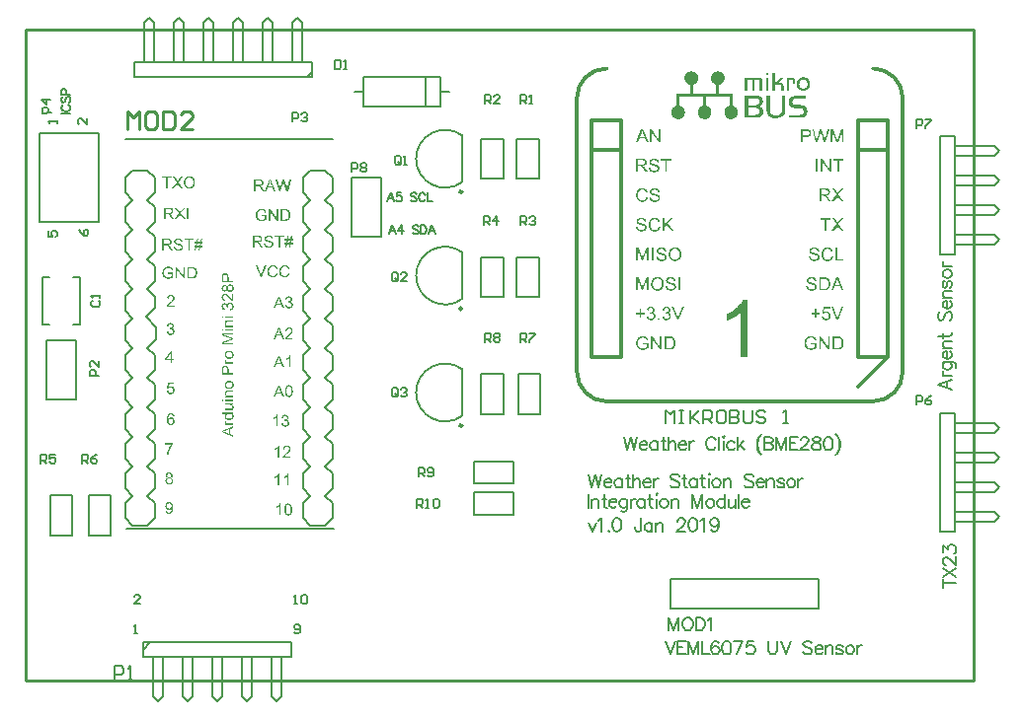
<source format=gto>
G04 Layer_Color=65535*
%FSLAX25Y25*%
%MOIN*%
G70*
G01*
G75*
%ADD10C,0.01000*%
%ADD25C,0.00787*%
%ADD26C,0.00984*%
%ADD27C,0.01200*%
%ADD28C,0.00800*%
%ADD29C,0.00086*%
%ADD30C,0.00500*%
%ADD31C,0.00700*%
G36*
X308227Y266556D02*
X308281Y266549D01*
X308349Y266542D01*
X308425Y266535D01*
X308507Y266521D01*
X308684Y266480D01*
X308875Y266419D01*
X308971Y266378D01*
X309067Y266330D01*
X309155Y266276D01*
X309244Y266214D01*
X309251Y266207D01*
X309265Y266200D01*
X309285Y266180D01*
X309319Y266153D01*
X309353Y266118D01*
X309401Y266071D01*
X309449Y266023D01*
X309497Y265968D01*
X309552Y265900D01*
X309599Y265831D01*
X309654Y265750D01*
X309709Y265661D01*
X309756Y265572D01*
X309804Y265470D01*
X309886Y265251D01*
X309299Y265114D01*
Y265121D01*
X309292Y265135D01*
X309285Y265162D01*
X309272Y265196D01*
X309251Y265237D01*
X309231Y265285D01*
X309183Y265388D01*
X309121Y265504D01*
X309039Y265627D01*
X308950Y265736D01*
X308841Y265831D01*
X308828Y265838D01*
X308787Y265866D01*
X308725Y265900D01*
X308636Y265948D01*
X308534Y265989D01*
X308404Y266023D01*
X308261Y266050D01*
X308097Y266057D01*
X308049D01*
X308015Y266050D01*
X307967D01*
X307919Y266043D01*
X307796Y266023D01*
X307660Y265996D01*
X307516Y265948D01*
X307373Y265886D01*
X307236Y265804D01*
X307229D01*
X307223Y265791D01*
X307182Y265756D01*
X307120Y265702D01*
X307045Y265627D01*
X306970Y265531D01*
X306888Y265422D01*
X306813Y265285D01*
X306751Y265135D01*
Y265128D01*
X306745Y265114D01*
X306738Y265094D01*
X306731Y265060D01*
X306717Y265026D01*
X306710Y264978D01*
X306683Y264868D01*
X306656Y264739D01*
X306635Y264595D01*
X306622Y264438D01*
X306615Y264274D01*
Y264267D01*
Y264247D01*
Y264220D01*
Y264179D01*
X306622Y264131D01*
Y264069D01*
X306628Y264008D01*
X306635Y263940D01*
X306656Y263783D01*
X306683Y263612D01*
X306724Y263441D01*
X306779Y263277D01*
Y263270D01*
X306785Y263257D01*
X306799Y263236D01*
X306813Y263209D01*
X306847Y263127D01*
X306902Y263038D01*
X306977Y262929D01*
X307066Y262826D01*
X307168Y262724D01*
X307291Y262635D01*
X307298D01*
X307305Y262628D01*
X307325Y262615D01*
X307352Y262601D01*
X307427Y262574D01*
X307523Y262533D01*
X307632Y262498D01*
X307762Y262464D01*
X307906Y262437D01*
X308056Y262430D01*
X308104D01*
X308138Y262437D01*
X308179D01*
X308233Y262444D01*
X308349Y262464D01*
X308479Y262498D01*
X308623Y262553D01*
X308759Y262621D01*
X308896Y262717D01*
X308903Y262724D01*
X308910Y262731D01*
X308950Y262772D01*
X309012Y262840D01*
X309087Y262929D01*
X309162Y263052D01*
X309244Y263195D01*
X309313Y263373D01*
X309367Y263571D01*
X309961Y263421D01*
Y263414D01*
X309955Y263386D01*
X309941Y263352D01*
X309927Y263298D01*
X309900Y263243D01*
X309873Y263168D01*
X309845Y263093D01*
X309804Y263011D01*
X309716Y262826D01*
X309593Y262642D01*
X309456Y262464D01*
X309374Y262382D01*
X309285Y262307D01*
X309278Y262300D01*
X309265Y262294D01*
X309237Y262273D01*
X309196Y262246D01*
X309149Y262218D01*
X309094Y262184D01*
X309033Y262150D01*
X308957Y262116D01*
X308875Y262082D01*
X308787Y262048D01*
X308684Y262014D01*
X308582Y261986D01*
X308356Y261938D01*
X308233Y261932D01*
X308104Y261925D01*
X308035D01*
X307981Y261932D01*
X307919D01*
X307851Y261938D01*
X307769Y261952D01*
X307687Y261959D01*
X307496Y262000D01*
X307298Y262048D01*
X307106Y262123D01*
X307011Y262164D01*
X306922Y262218D01*
X306915Y262225D01*
X306902Y262232D01*
X306881Y262253D01*
X306847Y262273D01*
X306765Y262341D01*
X306669Y262437D01*
X306553Y262553D01*
X306444Y262703D01*
X306328Y262874D01*
X306232Y263072D01*
Y263079D01*
X306225Y263100D01*
X306212Y263127D01*
X306198Y263168D01*
X306178Y263223D01*
X306157Y263284D01*
X306137Y263352D01*
X306116Y263434D01*
X306096Y263516D01*
X306075Y263612D01*
X306034Y263817D01*
X306007Y264035D01*
X306000Y264274D01*
Y264281D01*
Y264308D01*
Y264343D01*
X306007Y264390D01*
Y264452D01*
X306014Y264527D01*
X306020Y264602D01*
X306034Y264691D01*
X306068Y264882D01*
X306109Y265087D01*
X306178Y265299D01*
X306266Y265497D01*
Y265504D01*
X306280Y265517D01*
X306294Y265545D01*
X306314Y265586D01*
X306342Y265627D01*
X306376Y265674D01*
X306464Y265791D01*
X306567Y265920D01*
X306697Y266050D01*
X306854Y266180D01*
X307025Y266289D01*
X307031D01*
X307045Y266303D01*
X307072Y266317D01*
X307113Y266330D01*
X307154Y266351D01*
X307209Y266378D01*
X307277Y266398D01*
X307346Y266426D01*
X307421Y266453D01*
X307503Y266474D01*
X307687Y266521D01*
X307892Y266549D01*
X308110Y266562D01*
X308179D01*
X308227Y266556D01*
D02*
G37*
G36*
X312366D02*
X312413D01*
X312529Y266542D01*
X312666Y266521D01*
X312816Y266494D01*
X312967Y266453D01*
X313110Y266398D01*
X313117D01*
X313124Y266392D01*
X313144Y266385D01*
X313172Y266371D01*
X313240Y266330D01*
X313329Y266282D01*
X313424Y266214D01*
X313520Y266132D01*
X313615Y266036D01*
X313697Y265927D01*
X313704Y265914D01*
X313732Y265873D01*
X313766Y265804D01*
X313800Y265722D01*
X313841Y265620D01*
X313882Y265497D01*
X313909Y265367D01*
X313923Y265224D01*
X313356Y265183D01*
Y265190D01*
Y265203D01*
X313349Y265224D01*
X313342Y265251D01*
X313329Y265326D01*
X313301Y265422D01*
X313260Y265524D01*
X313206Y265627D01*
X313130Y265729D01*
X313042Y265818D01*
X313028Y265825D01*
X312994Y265852D01*
X312932Y265886D01*
X312850Y265927D01*
X312741Y265968D01*
X312605Y266002D01*
X312448Y266030D01*
X312263Y266036D01*
X312174D01*
X312133Y266030D01*
X312079D01*
X311963Y266009D01*
X311833Y265989D01*
X311703Y265954D01*
X311580Y265907D01*
X311526Y265873D01*
X311478Y265838D01*
X311471Y265831D01*
X311443Y265804D01*
X311403Y265763D01*
X311362Y265702D01*
X311314Y265634D01*
X311280Y265551D01*
X311252Y265463D01*
X311239Y265360D01*
Y265347D01*
Y265319D01*
X311245Y265271D01*
X311259Y265217D01*
X311280Y265155D01*
X311314Y265087D01*
X311355Y265026D01*
X311409Y264964D01*
X311416Y264957D01*
X311450Y264937D01*
X311471Y264923D01*
X311498Y264903D01*
X311539Y264889D01*
X311587Y264868D01*
X311642Y264841D01*
X311703Y264814D01*
X311771Y264793D01*
X311853Y264766D01*
X311949Y264732D01*
X312051Y264705D01*
X312168Y264677D01*
X312297Y264643D01*
X312304D01*
X312331Y264636D01*
X312366Y264630D01*
X312413Y264616D01*
X312475Y264602D01*
X312543Y264582D01*
X312693Y264547D01*
X312857Y264500D01*
X313021Y264452D01*
X313103Y264431D01*
X313172Y264404D01*
X313240Y264377D01*
X313294Y264356D01*
X313301D01*
X313315Y264349D01*
X313329Y264336D01*
X313356Y264322D01*
X313424Y264281D01*
X313513Y264233D01*
X313609Y264165D01*
X313704Y264083D01*
X313793Y263994D01*
X313868Y263899D01*
X313875Y263885D01*
X313896Y263851D01*
X313930Y263796D01*
X313964Y263714D01*
X313998Y263626D01*
X314032Y263516D01*
X314053Y263393D01*
X314059Y263264D01*
Y263257D01*
Y263250D01*
Y263229D01*
Y263202D01*
X314046Y263134D01*
X314032Y263045D01*
X314012Y262943D01*
X313971Y262826D01*
X313923Y262703D01*
X313855Y262587D01*
X313848Y262574D01*
X313813Y262533D01*
X313773Y262478D01*
X313704Y262410D01*
X313622Y262328D01*
X313520Y262246D01*
X313397Y262171D01*
X313260Y262095D01*
X313253D01*
X313240Y262089D01*
X313219Y262082D01*
X313192Y262068D01*
X313158Y262055D01*
X313117Y262041D01*
X313008Y262014D01*
X312885Y261979D01*
X312734Y261952D01*
X312577Y261932D01*
X312400Y261925D01*
X312297D01*
X312249Y261932D01*
X312188D01*
X312120Y261938D01*
X312045Y261945D01*
X311887Y261966D01*
X311717Y262000D01*
X311546Y262041D01*
X311382Y262095D01*
X311375D01*
X311362Y262102D01*
X311341Y262116D01*
X311314Y262130D01*
X311239Y262171D01*
X311150Y262232D01*
X311040Y262307D01*
X310938Y262396D01*
X310829Y262505D01*
X310733Y262628D01*
Y262635D01*
X310726Y262642D01*
X310713Y262662D01*
X310699Y262690D01*
X310679Y262724D01*
X310658Y262765D01*
X310617Y262867D01*
X310576Y262983D01*
X310535Y263127D01*
X310508Y263277D01*
X310494Y263441D01*
X311054Y263489D01*
Y263482D01*
Y263475D01*
X311061Y263434D01*
X311075Y263373D01*
X311088Y263291D01*
X311116Y263202D01*
X311143Y263106D01*
X311184Y263018D01*
X311232Y262929D01*
X311239Y262922D01*
X311259Y262895D01*
X311293Y262854D01*
X311348Y262806D01*
X311409Y262751D01*
X311485Y262690D01*
X311580Y262635D01*
X311683Y262580D01*
X311689D01*
X311696Y262574D01*
X311737Y262560D01*
X311799Y262540D01*
X311887Y262519D01*
X311983Y262492D01*
X312106Y262471D01*
X312236Y262457D01*
X312372Y262451D01*
X312427D01*
X312495Y262457D01*
X312570Y262464D01*
X312666Y262471D01*
X312762Y262492D01*
X312864Y262512D01*
X312967Y262546D01*
X312980Y262553D01*
X313008Y262567D01*
X313055Y262587D01*
X313110Y262621D01*
X313178Y262662D01*
X313240Y262710D01*
X313301Y262765D01*
X313356Y262826D01*
X313363Y262833D01*
X313376Y262860D01*
X313397Y262895D01*
X313424Y262943D01*
X313445Y262997D01*
X313465Y263065D01*
X313479Y263134D01*
X313486Y263209D01*
Y263216D01*
Y263243D01*
X313479Y263284D01*
X313472Y263332D01*
X313458Y263393D01*
X313431Y263455D01*
X313404Y263516D01*
X313363Y263578D01*
X313356Y263584D01*
X313342Y263605D01*
X313308Y263632D01*
X313267Y263673D01*
X313212Y263714D01*
X313144Y263755D01*
X313055Y263803D01*
X312960Y263844D01*
X312953Y263851D01*
X312926Y263858D01*
X312871Y263871D01*
X312837Y263885D01*
X312796Y263899D01*
X312741Y263912D01*
X312686Y263926D01*
X312618Y263947D01*
X312550Y263967D01*
X312468Y263987D01*
X312372Y264008D01*
X312270Y264035D01*
X312161Y264063D01*
X312154D01*
X312133Y264069D01*
X312099Y264076D01*
X312058Y264090D01*
X312010Y264104D01*
X311956Y264117D01*
X311826Y264151D01*
X311683Y264199D01*
X311539Y264247D01*
X311409Y264295D01*
X311348Y264315D01*
X311300Y264343D01*
X311293D01*
X311286Y264349D01*
X311245Y264377D01*
X311191Y264411D01*
X311122Y264459D01*
X311040Y264520D01*
X310965Y264588D01*
X310890Y264670D01*
X310822Y264759D01*
X310815Y264773D01*
X310795Y264807D01*
X310774Y264855D01*
X310747Y264923D01*
X310713Y265005D01*
X310692Y265101D01*
X310672Y265210D01*
X310665Y265319D01*
Y265326D01*
Y265333D01*
Y265353D01*
Y265381D01*
X310679Y265442D01*
X310692Y265524D01*
X310713Y265627D01*
X310747Y265729D01*
X310795Y265845D01*
X310856Y265954D01*
Y265961D01*
X310863Y265968D01*
X310890Y266002D01*
X310938Y266057D01*
X310999Y266125D01*
X311075Y266194D01*
X311170Y266269D01*
X311286Y266344D01*
X311416Y266405D01*
X311423D01*
X311430Y266412D01*
X311450Y266419D01*
X311485Y266433D01*
X311519Y266439D01*
X311560Y266453D01*
X311655Y266487D01*
X311778Y266514D01*
X311915Y266535D01*
X312072Y266556D01*
X312236Y266562D01*
X312318D01*
X312366Y266556D01*
D02*
G37*
G36*
X310282Y242000D02*
X309709D01*
Y245756D01*
X308397Y242000D01*
X307865D01*
X306574Y245818D01*
Y242000D01*
X306000D01*
Y246487D01*
X306888D01*
X307953Y243311D01*
Y243304D01*
X307960Y243291D01*
X307967Y243270D01*
X307974Y243236D01*
X308001Y243161D01*
X308035Y243065D01*
X308069Y242956D01*
X308104Y242847D01*
X308138Y242738D01*
X308165Y242649D01*
X308172Y242662D01*
X308179Y242697D01*
X308199Y242751D01*
X308227Y242826D01*
X308254Y242929D01*
X308295Y243052D01*
X308349Y243195D01*
X308404Y243366D01*
X309476Y246487D01*
X310282D01*
Y242000D01*
D02*
G37*
G36*
X314654Y246555D02*
X314701D01*
X314818Y246542D01*
X314954Y246521D01*
X315104Y246494D01*
X315255Y246453D01*
X315398Y246398D01*
X315405D01*
X315412Y246392D01*
X315432Y246385D01*
X315459Y246371D01*
X315528Y246330D01*
X315617Y246282D01*
X315712Y246214D01*
X315808Y246132D01*
X315903Y246036D01*
X315985Y245927D01*
X315992Y245914D01*
X316020Y245872D01*
X316054Y245804D01*
X316088Y245722D01*
X316129Y245620D01*
X316170Y245497D01*
X316197Y245367D01*
X316211Y245224D01*
X315644Y245183D01*
Y245189D01*
Y245203D01*
X315637Y245224D01*
X315630Y245251D01*
X315617Y245326D01*
X315589Y245422D01*
X315548Y245524D01*
X315494Y245627D01*
X315419Y245729D01*
X315330Y245818D01*
X315316Y245825D01*
X315282Y245852D01*
X315220Y245886D01*
X315139Y245927D01*
X315029Y245968D01*
X314893Y246002D01*
X314736Y246030D01*
X314551Y246036D01*
X314462D01*
X314421Y246030D01*
X314367D01*
X314251Y246009D01*
X314121Y245989D01*
X313991Y245954D01*
X313868Y245907D01*
X313813Y245872D01*
X313766Y245838D01*
X313759Y245831D01*
X313732Y245804D01*
X313691Y245763D01*
X313650Y245702D01*
X313602Y245634D01*
X313568Y245551D01*
X313540Y245463D01*
X313527Y245360D01*
Y245347D01*
Y245319D01*
X313533Y245271D01*
X313547Y245217D01*
X313568Y245155D01*
X313602Y245087D01*
X313643Y245026D01*
X313697Y244964D01*
X313704Y244957D01*
X313738Y244937D01*
X313759Y244923D01*
X313786Y244903D01*
X313827Y244889D01*
X313875Y244868D01*
X313930Y244841D01*
X313991Y244814D01*
X314059Y244793D01*
X314141Y244766D01*
X314237Y244732D01*
X314339Y244705D01*
X314456Y244677D01*
X314585Y244643D01*
X314592D01*
X314619Y244636D01*
X314654Y244630D01*
X314701Y244616D01*
X314763Y244602D01*
X314831Y244582D01*
X314981Y244548D01*
X315145Y244500D01*
X315309Y244452D01*
X315391Y244431D01*
X315459Y244404D01*
X315528Y244377D01*
X315582Y244356D01*
X315589D01*
X315603Y244349D01*
X315617Y244336D01*
X315644Y244322D01*
X315712Y244281D01*
X315801Y244233D01*
X315897Y244165D01*
X315992Y244083D01*
X316081Y243994D01*
X316156Y243899D01*
X316163Y243885D01*
X316183Y243851D01*
X316218Y243796D01*
X316252Y243714D01*
X316286Y243625D01*
X316320Y243516D01*
X316341Y243393D01*
X316347Y243264D01*
Y243257D01*
Y243250D01*
Y243229D01*
Y243202D01*
X316334Y243134D01*
X316320Y243045D01*
X316300Y242943D01*
X316259Y242826D01*
X316211Y242703D01*
X316143Y242587D01*
X316136Y242574D01*
X316102Y242533D01*
X316061Y242478D01*
X315992Y242410D01*
X315910Y242328D01*
X315808Y242246D01*
X315685Y242171D01*
X315548Y242095D01*
X315542D01*
X315528Y242089D01*
X315507Y242082D01*
X315480Y242068D01*
X315446Y242055D01*
X315405Y242041D01*
X315296Y242014D01*
X315173Y241979D01*
X315022Y241952D01*
X314865Y241932D01*
X314688Y241925D01*
X314585D01*
X314538Y241932D01*
X314476D01*
X314408Y241938D01*
X314333Y241945D01*
X314176Y241966D01*
X314005Y242000D01*
X313834Y242041D01*
X313670Y242095D01*
X313663D01*
X313650Y242102D01*
X313629Y242116D01*
X313602Y242130D01*
X313527Y242171D01*
X313438Y242232D01*
X313329Y242307D01*
X313226Y242396D01*
X313117Y242505D01*
X313021Y242628D01*
Y242635D01*
X313014Y242642D01*
X313001Y242662D01*
X312987Y242690D01*
X312967Y242724D01*
X312946Y242765D01*
X312905Y242867D01*
X312864Y242983D01*
X312823Y243127D01*
X312796Y243277D01*
X312782Y243441D01*
X313342Y243489D01*
Y243482D01*
Y243475D01*
X313349Y243434D01*
X313363Y243373D01*
X313376Y243291D01*
X313404Y243202D01*
X313431Y243106D01*
X313472Y243018D01*
X313520Y242929D01*
X313527Y242922D01*
X313547Y242895D01*
X313581Y242854D01*
X313636Y242806D01*
X313697Y242751D01*
X313773Y242690D01*
X313868Y242635D01*
X313971Y242581D01*
X313977D01*
X313984Y242574D01*
X314025Y242560D01*
X314087Y242540D01*
X314176Y242519D01*
X314271Y242492D01*
X314394Y242471D01*
X314524Y242458D01*
X314660Y242451D01*
X314715D01*
X314783Y242458D01*
X314859Y242464D01*
X314954Y242471D01*
X315050Y242492D01*
X315152Y242512D01*
X315255Y242546D01*
X315268Y242553D01*
X315296Y242567D01*
X315343Y242587D01*
X315398Y242621D01*
X315466Y242662D01*
X315528Y242710D01*
X315589Y242765D01*
X315644Y242826D01*
X315651Y242833D01*
X315664Y242861D01*
X315685Y242895D01*
X315712Y242943D01*
X315733Y242997D01*
X315753Y243065D01*
X315767Y243134D01*
X315774Y243209D01*
Y243216D01*
Y243243D01*
X315767Y243284D01*
X315760Y243332D01*
X315746Y243393D01*
X315719Y243455D01*
X315692Y243516D01*
X315651Y243578D01*
X315644Y243584D01*
X315630Y243605D01*
X315596Y243632D01*
X315555Y243673D01*
X315500Y243714D01*
X315432Y243755D01*
X315343Y243803D01*
X315248Y243844D01*
X315241Y243851D01*
X315214Y243858D01*
X315159Y243871D01*
X315125Y243885D01*
X315084Y243899D01*
X315029Y243912D01*
X314975Y243926D01*
X314906Y243947D01*
X314838Y243967D01*
X314756Y243987D01*
X314660Y244008D01*
X314558Y244035D01*
X314449Y244063D01*
X314442D01*
X314421Y244069D01*
X314387Y244076D01*
X314346Y244090D01*
X314298Y244104D01*
X314244Y244117D01*
X314114Y244151D01*
X313971Y244199D01*
X313827Y244247D01*
X313697Y244295D01*
X313636Y244315D01*
X313588Y244343D01*
X313581D01*
X313574Y244349D01*
X313533Y244377D01*
X313479Y244411D01*
X313410Y244459D01*
X313329Y244520D01*
X313253Y244588D01*
X313178Y244670D01*
X313110Y244759D01*
X313103Y244773D01*
X313083Y244807D01*
X313062Y244855D01*
X313035Y244923D01*
X313001Y245005D01*
X312980Y245101D01*
X312960Y245210D01*
X312953Y245319D01*
Y245326D01*
Y245333D01*
Y245353D01*
Y245381D01*
X312967Y245442D01*
X312980Y245524D01*
X313001Y245627D01*
X313035Y245729D01*
X313083Y245845D01*
X313144Y245954D01*
Y245961D01*
X313151Y245968D01*
X313178Y246002D01*
X313226Y246057D01*
X313288Y246125D01*
X313363Y246194D01*
X313458Y246269D01*
X313574Y246344D01*
X313704Y246405D01*
X313711D01*
X313718Y246412D01*
X313738Y246419D01*
X313773Y246433D01*
X313807Y246439D01*
X313848Y246453D01*
X313943Y246487D01*
X314066Y246515D01*
X314203Y246535D01*
X314360Y246555D01*
X314524Y246562D01*
X314606D01*
X314654Y246555D01*
D02*
G37*
G36*
X308138Y276480D02*
X308192D01*
X308329Y276474D01*
X308472Y276460D01*
X308623Y276433D01*
X308766Y276405D01*
X308834Y276385D01*
X308896Y276364D01*
X308903D01*
X308910Y276358D01*
X308950Y276344D01*
X309005Y276310D01*
X309073Y276262D01*
X309155Y276207D01*
X309237Y276132D01*
X309319Y276043D01*
X309395Y275934D01*
X309401Y275920D01*
X309422Y275879D01*
X309456Y275818D01*
X309490Y275736D01*
X309524Y275634D01*
X309558Y275517D01*
X309579Y275394D01*
X309586Y275258D01*
Y275251D01*
Y275237D01*
Y275210D01*
X309579Y275176D01*
Y275135D01*
X309572Y275087D01*
X309545Y274978D01*
X309511Y274848D01*
X309456Y274718D01*
X309374Y274582D01*
X309326Y274513D01*
X309272Y274452D01*
X309258Y274438D01*
X309237Y274425D01*
X309217Y274397D01*
X309183Y274377D01*
X309142Y274343D01*
X309094Y274315D01*
X309039Y274281D01*
X308978Y274247D01*
X308903Y274213D01*
X308828Y274179D01*
X308739Y274145D01*
X308650Y274110D01*
X308548Y274083D01*
X308438Y274063D01*
X308322Y274042D01*
X308336Y274035D01*
X308363Y274022D01*
X308404Y274001D01*
X308452Y273974D01*
X308568Y273899D01*
X308629Y273858D01*
X308677Y273817D01*
X308691Y273803D01*
X308725Y273776D01*
X308773Y273721D01*
X308834Y273653D01*
X308910Y273564D01*
X308992Y273462D01*
X309080Y273345D01*
X309169Y273216D01*
X309948Y272000D01*
X309203D01*
X308609Y272929D01*
Y272936D01*
X308595Y272949D01*
X308582Y272970D01*
X308568Y272997D01*
X308520Y273065D01*
X308459Y273154D01*
X308390Y273257D01*
X308315Y273359D01*
X308247Y273455D01*
X308179Y273544D01*
X308172Y273550D01*
X308151Y273578D01*
X308117Y273619D01*
X308083Y273666D01*
X307981Y273762D01*
X307933Y273810D01*
X307878Y273844D01*
X307871Y273851D01*
X307858Y273858D01*
X307830Y273871D01*
X307796Y273892D01*
X307714Y273933D01*
X307612Y273967D01*
X307605D01*
X307591Y273974D01*
X307564D01*
X307530Y273981D01*
X307482Y273987D01*
X307427D01*
X307359Y273994D01*
X306594D01*
Y272000D01*
X306000D01*
Y276487D01*
X308083D01*
X308138Y276480D01*
D02*
G37*
G36*
X369643Y236480D02*
X369766Y236473D01*
X369903Y236460D01*
X370033Y236439D01*
X370142Y236419D01*
X370149D01*
X370163Y236412D01*
X370176D01*
X370203Y236398D01*
X370279Y236378D01*
X370367Y236344D01*
X370470Y236303D01*
X370579Y236248D01*
X370689Y236180D01*
X370798Y236098D01*
X370805D01*
X370811Y236084D01*
X370859Y236043D01*
X370921Y235975D01*
X370996Y235886D01*
X371085Y235777D01*
X371173Y235647D01*
X371255Y235497D01*
X371330Y235326D01*
Y235319D01*
X371337Y235306D01*
X371344Y235278D01*
X371358Y235244D01*
X371372Y235203D01*
X371385Y235148D01*
X371406Y235087D01*
X371419Y235019D01*
X371433Y234944D01*
X371453Y234862D01*
X371481Y234684D01*
X371501Y234486D01*
X371508Y234267D01*
Y234261D01*
Y234247D01*
Y234220D01*
Y234179D01*
X371501Y234138D01*
Y234083D01*
X371494Y233960D01*
X371481Y233823D01*
X371453Y233666D01*
X371426Y233509D01*
X371385Y233359D01*
Y233352D01*
X371378Y233338D01*
X371372Y233318D01*
X371365Y233291D01*
X371337Y233222D01*
X371303Y233127D01*
X371262Y233024D01*
X371207Y232915D01*
X371146Y232806D01*
X371078Y232703D01*
X371071Y232690D01*
X371044Y232662D01*
X371009Y232614D01*
X370955Y232553D01*
X370900Y232492D01*
X370825Y232423D01*
X370750Y232355D01*
X370668Y232294D01*
X370661Y232287D01*
X370627Y232273D01*
X370579Y232246D01*
X370518Y232211D01*
X370443Y232177D01*
X370354Y232143D01*
X370251Y232109D01*
X370135Y232075D01*
X370122D01*
X370081Y232061D01*
X370019Y232054D01*
X369930Y232041D01*
X369828Y232027D01*
X369705Y232014D01*
X369568Y232007D01*
X369418Y232000D01*
X367806D01*
Y236487D01*
X369527D01*
X369643Y236480D01*
D02*
G37*
G36*
X376023Y232000D02*
X375353D01*
X374834Y233359D01*
X372949D01*
X372464Y232000D01*
X371836D01*
X373550Y236487D01*
X374199D01*
X376023Y232000D01*
D02*
G37*
G36*
X317905Y275961D02*
X316429D01*
Y272000D01*
X315835D01*
Y275961D01*
X314360D01*
Y276487D01*
X317905D01*
Y275961D01*
D02*
G37*
G36*
X312188Y276555D02*
X312236D01*
X312352Y276542D01*
X312489Y276521D01*
X312639Y276494D01*
X312789Y276453D01*
X312932Y276398D01*
X312939D01*
X312946Y276392D01*
X312967Y276385D01*
X312994Y276371D01*
X313062Y276330D01*
X313151Y276282D01*
X313247Y276214D01*
X313342Y276132D01*
X313438Y276036D01*
X313520Y275927D01*
X313527Y275914D01*
X313554Y275872D01*
X313588Y275804D01*
X313622Y275722D01*
X313663Y275620D01*
X313704Y275497D01*
X313732Y275367D01*
X313745Y275224D01*
X313178Y275183D01*
Y275189D01*
Y275203D01*
X313172Y275224D01*
X313165Y275251D01*
X313151Y275326D01*
X313124Y275422D01*
X313083Y275524D01*
X313028Y275627D01*
X312953Y275729D01*
X312864Y275818D01*
X312850Y275825D01*
X312816Y275852D01*
X312755Y275886D01*
X312673Y275927D01*
X312564Y275968D01*
X312427Y276002D01*
X312270Y276030D01*
X312086Y276036D01*
X311997D01*
X311956Y276030D01*
X311901D01*
X311785Y276009D01*
X311655Y275989D01*
X311526Y275955D01*
X311403Y275907D01*
X311348Y275872D01*
X311300Y275838D01*
X311293Y275832D01*
X311266Y275804D01*
X311225Y275763D01*
X311184Y275702D01*
X311136Y275634D01*
X311102Y275552D01*
X311075Y275463D01*
X311061Y275360D01*
Y275347D01*
Y275319D01*
X311068Y275272D01*
X311082Y275217D01*
X311102Y275155D01*
X311136Y275087D01*
X311177Y275026D01*
X311232Y274964D01*
X311239Y274957D01*
X311273Y274937D01*
X311293Y274923D01*
X311321Y274903D01*
X311362Y274889D01*
X311409Y274868D01*
X311464Y274841D01*
X311526Y274814D01*
X311594Y274793D01*
X311676Y274766D01*
X311771Y274732D01*
X311874Y274705D01*
X311990Y274677D01*
X312120Y274643D01*
X312126D01*
X312154Y274636D01*
X312188Y274629D01*
X312236Y274616D01*
X312297Y274602D01*
X312366Y274582D01*
X312516Y274548D01*
X312680Y274500D01*
X312844Y274452D01*
X312926Y274431D01*
X312994Y274404D01*
X313062Y274377D01*
X313117Y274356D01*
X313124D01*
X313137Y274349D01*
X313151Y274336D01*
X313178Y274322D01*
X313247Y274281D01*
X313335Y274233D01*
X313431Y274165D01*
X313527Y274083D01*
X313615Y273994D01*
X313691Y273899D01*
X313697Y273885D01*
X313718Y273851D01*
X313752Y273796D01*
X313786Y273714D01*
X313820Y273625D01*
X313855Y273516D01*
X313875Y273393D01*
X313882Y273264D01*
Y273257D01*
Y273250D01*
Y273229D01*
Y273202D01*
X313868Y273134D01*
X313855Y273045D01*
X313834Y272942D01*
X313793Y272826D01*
X313745Y272703D01*
X313677Y272587D01*
X313670Y272574D01*
X313636Y272533D01*
X313595Y272478D01*
X313527Y272410D01*
X313445Y272328D01*
X313342Y272246D01*
X313219Y272171D01*
X313083Y272095D01*
X313076D01*
X313062Y272089D01*
X313042Y272082D01*
X313014Y272068D01*
X312980Y272055D01*
X312939Y272041D01*
X312830Y272014D01*
X312707Y271979D01*
X312557Y271952D01*
X312400Y271932D01*
X312222Y271925D01*
X312120D01*
X312072Y271932D01*
X312010D01*
X311942Y271938D01*
X311867Y271945D01*
X311710Y271966D01*
X311539Y272000D01*
X311368Y272041D01*
X311204Y272095D01*
X311198D01*
X311184Y272102D01*
X311163Y272116D01*
X311136Y272130D01*
X311061Y272171D01*
X310972Y272232D01*
X310863Y272307D01*
X310760Y272396D01*
X310651Y272505D01*
X310556Y272628D01*
Y272635D01*
X310549Y272642D01*
X310535Y272662D01*
X310521Y272690D01*
X310501Y272724D01*
X310480Y272765D01*
X310439Y272867D01*
X310399Y272983D01*
X310357Y273127D01*
X310330Y273277D01*
X310316Y273441D01*
X310877Y273489D01*
Y273482D01*
Y273475D01*
X310883Y273434D01*
X310897Y273373D01*
X310911Y273291D01*
X310938Y273202D01*
X310965Y273106D01*
X311006Y273018D01*
X311054Y272929D01*
X311061Y272922D01*
X311082Y272895D01*
X311116Y272854D01*
X311170Y272806D01*
X311232Y272751D01*
X311307Y272690D01*
X311403Y272635D01*
X311505Y272581D01*
X311512D01*
X311519Y272574D01*
X311560Y272560D01*
X311621Y272539D01*
X311710Y272519D01*
X311806Y272492D01*
X311928Y272471D01*
X312058Y272458D01*
X312195Y272451D01*
X312249D01*
X312318Y272458D01*
X312393Y272464D01*
X312489Y272471D01*
X312584Y272492D01*
X312686Y272512D01*
X312789Y272546D01*
X312803Y272553D01*
X312830Y272567D01*
X312878Y272587D01*
X312932Y272621D01*
X313001Y272662D01*
X313062Y272710D01*
X313124Y272765D01*
X313178Y272826D01*
X313185Y272833D01*
X313199Y272861D01*
X313219Y272895D01*
X313247Y272942D01*
X313267Y272997D01*
X313288Y273065D01*
X313301Y273134D01*
X313308Y273209D01*
Y273216D01*
Y273243D01*
X313301Y273284D01*
X313294Y273332D01*
X313281Y273393D01*
X313253Y273455D01*
X313226Y273516D01*
X313185Y273578D01*
X313178Y273585D01*
X313165Y273605D01*
X313130Y273632D01*
X313089Y273673D01*
X313035Y273714D01*
X312967Y273755D01*
X312878Y273803D01*
X312782Y273844D01*
X312775Y273851D01*
X312748Y273858D01*
X312693Y273871D01*
X312659Y273885D01*
X312618Y273899D01*
X312564Y273912D01*
X312509Y273926D01*
X312441Y273946D01*
X312372Y273967D01*
X312290Y273987D01*
X312195Y274008D01*
X312092Y274035D01*
X311983Y274063D01*
X311976D01*
X311956Y274069D01*
X311922Y274076D01*
X311881Y274090D01*
X311833Y274103D01*
X311778Y274117D01*
X311648Y274151D01*
X311505Y274199D01*
X311362Y274247D01*
X311232Y274295D01*
X311170Y274315D01*
X311122Y274343D01*
X311116D01*
X311109Y274349D01*
X311068Y274377D01*
X311013Y274411D01*
X310945Y274459D01*
X310863Y274520D01*
X310788Y274588D01*
X310713Y274670D01*
X310644Y274759D01*
X310638Y274773D01*
X310617Y274807D01*
X310597Y274855D01*
X310569Y274923D01*
X310535Y275005D01*
X310515Y275101D01*
X310494Y275210D01*
X310487Y275319D01*
Y275326D01*
Y275333D01*
Y275353D01*
Y275381D01*
X310501Y275442D01*
X310515Y275524D01*
X310535Y275627D01*
X310569Y275729D01*
X310617Y275845D01*
X310679Y275955D01*
Y275961D01*
X310685Y275968D01*
X310713Y276002D01*
X310760Y276057D01*
X310822Y276125D01*
X310897Y276193D01*
X310993Y276269D01*
X311109Y276344D01*
X311239Y276405D01*
X311245D01*
X311252Y276412D01*
X311273Y276419D01*
X311307Y276433D01*
X311341Y276439D01*
X311382Y276453D01*
X311478Y276487D01*
X311601Y276515D01*
X311737Y276535D01*
X311894Y276555D01*
X312058Y276562D01*
X312140D01*
X312188Y276555D01*
D02*
G37*
G36*
X311935Y242000D02*
X311341D01*
Y246487D01*
X311935D01*
Y242000D01*
D02*
G37*
G36*
X320985Y232000D02*
X320391D01*
Y236487D01*
X320985D01*
Y232000D01*
D02*
G37*
G36*
X310282D02*
X309709D01*
Y235756D01*
X308397Y232000D01*
X307865D01*
X306574Y235818D01*
Y232000D01*
X306000D01*
Y236487D01*
X306888D01*
X307953Y233311D01*
Y233304D01*
X307960Y233291D01*
X307967Y233270D01*
X307974Y233236D01*
X308001Y233161D01*
X308035Y233065D01*
X308069Y232956D01*
X308104Y232847D01*
X308138Y232738D01*
X308165Y232649D01*
X308172Y232662D01*
X308179Y232697D01*
X308199Y232751D01*
X308227Y232826D01*
X308254Y232929D01*
X308295Y233052D01*
X308349Y233195D01*
X308404Y233366D01*
X309476Y236487D01*
X310282D01*
Y232000D01*
D02*
G37*
G36*
X316341Y226501D02*
X316429Y226487D01*
X316532Y226467D01*
X316648Y226439D01*
X316764Y226398D01*
X316880Y226344D01*
X316887D01*
X316894Y226337D01*
X316935Y226316D01*
X316989Y226282D01*
X317058Y226235D01*
X317133Y226173D01*
X317215Y226098D01*
X317290Y226009D01*
X317358Y225914D01*
X317365Y225900D01*
X317386Y225866D01*
X317413Y225811D01*
X317440Y225743D01*
X317467Y225654D01*
X317495Y225558D01*
X317515Y225456D01*
X317522Y225340D01*
Y225326D01*
Y225292D01*
X317515Y225237D01*
X317502Y225169D01*
X317481Y225087D01*
X317454Y224998D01*
X317420Y224903D01*
X317365Y224814D01*
X317358Y224800D01*
X317338Y224773D01*
X317297Y224732D01*
X317249Y224677D01*
X317181Y224616D01*
X317106Y224554D01*
X317010Y224486D01*
X316901Y224431D01*
X316908D01*
X316921Y224425D01*
X316942D01*
X316969Y224411D01*
X317037Y224390D01*
X317126Y224349D01*
X317222Y224302D01*
X317324Y224233D01*
X317427Y224151D01*
X317515Y224049D01*
X317522Y224035D01*
X317549Y223994D01*
X317584Y223933D01*
X317632Y223851D01*
X317672Y223748D01*
X317707Y223625D01*
X317734Y223482D01*
X317741Y223325D01*
Y223318D01*
Y223298D01*
Y223270D01*
X317734Y223229D01*
X317727Y223175D01*
X317720Y223120D01*
X317707Y223052D01*
X317686Y222983D01*
X317638Y222826D01*
X317604Y222738D01*
X317556Y222656D01*
X317509Y222574D01*
X317454Y222492D01*
X317386Y222410D01*
X317311Y222328D01*
X317304Y222321D01*
X317290Y222307D01*
X317269Y222294D01*
X317235Y222266D01*
X317194Y222232D01*
X317140Y222198D01*
X317078Y222164D01*
X317017Y222130D01*
X316942Y222089D01*
X316860Y222055D01*
X316771Y222020D01*
X316675Y221986D01*
X316573Y221959D01*
X316463Y221945D01*
X316347Y221932D01*
X316231Y221925D01*
X316177D01*
X316136Y221932D01*
X316081Y221938D01*
X316026Y221945D01*
X315958Y221952D01*
X315890Y221966D01*
X315733Y222007D01*
X315569Y222075D01*
X315487Y222109D01*
X315412Y222157D01*
X315330Y222212D01*
X315255Y222273D01*
X315248Y222280D01*
X315241Y222287D01*
X315220Y222307D01*
X315193Y222335D01*
X315166Y222376D01*
X315132Y222416D01*
X315091Y222464D01*
X315057Y222519D01*
X314975Y222656D01*
X314906Y222813D01*
X314845Y222990D01*
X314824Y223086D01*
X314811Y223188D01*
X315364Y223264D01*
Y223257D01*
X315371Y223243D01*
Y223216D01*
X315384Y223188D01*
X315405Y223106D01*
X315439Y223004D01*
X315480Y222895D01*
X315535Y222779D01*
X315603Y222676D01*
X315678Y222587D01*
X315692Y222581D01*
X315719Y222553D01*
X315767Y222526D01*
X315835Y222485D01*
X315910Y222451D01*
X316006Y222416D01*
X316115Y222389D01*
X316231Y222382D01*
X316272D01*
X316300Y222389D01*
X316368Y222396D01*
X316457Y222416D01*
X316566Y222451D01*
X316675Y222492D01*
X316785Y222560D01*
X316887Y222649D01*
X316901Y222662D01*
X316928Y222697D01*
X316969Y222751D01*
X317024Y222833D01*
X317071Y222929D01*
X317112Y223045D01*
X317140Y223175D01*
X317153Y223318D01*
Y223325D01*
Y223332D01*
Y223352D01*
X317146Y223380D01*
X317140Y223448D01*
X317119Y223537D01*
X317092Y223632D01*
X317044Y223742D01*
X316983Y223844D01*
X316901Y223940D01*
X316887Y223953D01*
X316860Y223981D01*
X316805Y224015D01*
X316730Y224063D01*
X316641Y224110D01*
X316532Y224145D01*
X316416Y224172D01*
X316279Y224185D01*
X316218D01*
X316170Y224179D01*
X316115Y224172D01*
X316047Y224165D01*
X315972Y224151D01*
X315890Y224131D01*
X315951Y224616D01*
X315985D01*
X316013Y224609D01*
X316102D01*
X316163Y224616D01*
X316252Y224629D01*
X316347Y224650D01*
X316450Y224684D01*
X316559Y224725D01*
X316668Y224786D01*
X316682Y224793D01*
X316716Y224821D01*
X316757Y224868D01*
X316812Y224930D01*
X316866Y225005D01*
X316908Y225101D01*
X316942Y225217D01*
X316955Y225353D01*
Y225360D01*
Y225367D01*
Y225401D01*
X316942Y225456D01*
X316928Y225531D01*
X316908Y225606D01*
X316866Y225688D01*
X316819Y225777D01*
X316750Y225852D01*
X316744Y225859D01*
X316716Y225886D01*
X316668Y225920D01*
X316607Y225955D01*
X316532Y225995D01*
X316443Y226023D01*
X316341Y226050D01*
X316225Y226057D01*
X316170D01*
X316108Y226043D01*
X316040Y226030D01*
X315951Y226009D01*
X315862Y225968D01*
X315774Y225920D01*
X315685Y225852D01*
X315678Y225845D01*
X315651Y225818D01*
X315617Y225770D01*
X315576Y225702D01*
X315528Y225620D01*
X315487Y225517D01*
X315446Y225394D01*
X315419Y225251D01*
X314865Y225347D01*
Y225353D01*
X314872Y225374D01*
X314879Y225401D01*
X314886Y225435D01*
X314899Y225483D01*
X314913Y225538D01*
X314961Y225661D01*
X315016Y225797D01*
X315097Y225941D01*
X315193Y226077D01*
X315316Y226200D01*
X315323Y226207D01*
X315330Y226214D01*
X315350Y226228D01*
X315384Y226248D01*
X315419Y226269D01*
X315459Y226296D01*
X315562Y226358D01*
X315692Y226412D01*
X315849Y226460D01*
X316020Y226494D01*
X316115Y226508D01*
X316272D01*
X316341Y226501D01*
D02*
G37*
G36*
X313301Y236556D02*
X313356D01*
X313424Y236549D01*
X313492Y236535D01*
X313574Y236528D01*
X313745Y236487D01*
X313936Y236433D01*
X314128Y236364D01*
X314223Y236316D01*
X314319Y236262D01*
X314326D01*
X314339Y236248D01*
X314367Y236234D01*
X314401Y236207D01*
X314442Y236180D01*
X314490Y236139D01*
X314599Y236050D01*
X314722Y235934D01*
X314852Y235791D01*
X314968Y235627D01*
X315077Y235435D01*
Y235429D01*
X315091Y235408D01*
X315104Y235381D01*
X315118Y235340D01*
X315139Y235292D01*
X315159Y235230D01*
X315186Y235162D01*
X315214Y235087D01*
X315234Y234998D01*
X315262Y234910D01*
X315302Y234705D01*
X315330Y234479D01*
X315343Y234233D01*
Y234226D01*
Y234206D01*
Y234165D01*
X315337Y234117D01*
Y234056D01*
X315330Y233987D01*
X315323Y233912D01*
X315309Y233823D01*
X315275Y233632D01*
X315227Y233427D01*
X315159Y233216D01*
X315063Y233011D01*
Y233004D01*
X315050Y232990D01*
X315036Y232963D01*
X315016Y232922D01*
X314981Y232881D01*
X314947Y232826D01*
X314865Y232710D01*
X314756Y232580D01*
X314619Y232444D01*
X314462Y232314D01*
X314285Y232198D01*
X314278D01*
X314264Y232184D01*
X314237Y232171D01*
X314196Y232157D01*
X314148Y232137D01*
X314093Y232109D01*
X314032Y232089D01*
X313957Y232061D01*
X313800Y232014D01*
X313615Y231966D01*
X313410Y231938D01*
X313199Y231925D01*
X313137D01*
X313089Y231932D01*
X313035D01*
X312973Y231938D01*
X312898Y231952D01*
X312816Y231966D01*
X312646Y232000D01*
X312454Y232055D01*
X312256Y232130D01*
X312161Y232171D01*
X312065Y232225D01*
X312058Y232232D01*
X312045Y232239D01*
X312017Y232259D01*
X311983Y232280D01*
X311942Y232314D01*
X311894Y232348D01*
X311785Y232444D01*
X311662Y232567D01*
X311532Y232703D01*
X311416Y232874D01*
X311307Y233059D01*
Y233065D01*
X311293Y233086D01*
X311286Y233113D01*
X311266Y233154D01*
X311245Y233202D01*
X311225Y233257D01*
X311204Y233325D01*
X311184Y233400D01*
X311157Y233482D01*
X311136Y233564D01*
X311095Y233755D01*
X311068Y233960D01*
X311054Y234179D01*
Y234192D01*
Y234226D01*
X311061Y234288D01*
Y234363D01*
X311075Y234459D01*
X311088Y234568D01*
X311102Y234684D01*
X311129Y234821D01*
X311163Y234957D01*
X311198Y235101D01*
X311245Y235244D01*
X311307Y235388D01*
X311375Y235531D01*
X311450Y235674D01*
X311546Y235804D01*
X311648Y235927D01*
X311655Y235934D01*
X311676Y235954D01*
X311710Y235989D01*
X311758Y236030D01*
X311819Y236077D01*
X311887Y236125D01*
X311969Y236187D01*
X312065Y236248D01*
X312174Y236303D01*
X312290Y236364D01*
X312420Y236412D01*
X312557Y236467D01*
X312700Y236501D01*
X312857Y236535D01*
X313028Y236556D01*
X313199Y236562D01*
X313260D01*
X313301Y236556D01*
D02*
G37*
G36*
X317782D02*
X317829D01*
X317946Y236542D01*
X318082Y236521D01*
X318232Y236494D01*
X318383Y236453D01*
X318526Y236398D01*
X318533D01*
X318540Y236392D01*
X318560Y236385D01*
X318588Y236371D01*
X318656Y236330D01*
X318745Y236282D01*
X318840Y236214D01*
X318936Y236132D01*
X319032Y236036D01*
X319114Y235927D01*
X319120Y235913D01*
X319148Y235873D01*
X319182Y235804D01*
X319216Y235722D01*
X319257Y235620D01*
X319298Y235497D01*
X319325Y235367D01*
X319339Y235224D01*
X318772Y235183D01*
Y235190D01*
Y235203D01*
X318765Y235224D01*
X318758Y235251D01*
X318745Y235326D01*
X318717Y235422D01*
X318676Y235524D01*
X318622Y235627D01*
X318547Y235729D01*
X318458Y235818D01*
X318444Y235825D01*
X318410Y235852D01*
X318349Y235886D01*
X318267Y235927D01*
X318157Y235968D01*
X318021Y236002D01*
X317864Y236030D01*
X317679Y236036D01*
X317590D01*
X317549Y236030D01*
X317495D01*
X317379Y236009D01*
X317249Y235989D01*
X317119Y235954D01*
X316996Y235907D01*
X316942Y235873D01*
X316894Y235838D01*
X316887Y235831D01*
X316860Y235804D01*
X316819Y235763D01*
X316778Y235702D01*
X316730Y235633D01*
X316696Y235552D01*
X316668Y235463D01*
X316655Y235360D01*
Y235347D01*
Y235319D01*
X316662Y235272D01*
X316675Y235217D01*
X316696Y235155D01*
X316730Y235087D01*
X316771Y235026D01*
X316826Y234964D01*
X316832Y234957D01*
X316866Y234937D01*
X316887Y234923D01*
X316914Y234903D01*
X316955Y234889D01*
X317003Y234869D01*
X317058Y234841D01*
X317119Y234814D01*
X317188Y234793D01*
X317269Y234766D01*
X317365Y234732D01*
X317467Y234705D01*
X317584Y234677D01*
X317713Y234643D01*
X317720D01*
X317748Y234636D01*
X317782Y234630D01*
X317829Y234616D01*
X317891Y234602D01*
X317959Y234582D01*
X318110Y234547D01*
X318273Y234500D01*
X318437Y234452D01*
X318519Y234431D01*
X318588Y234404D01*
X318656Y234377D01*
X318711Y234356D01*
X318717D01*
X318731Y234349D01*
X318745Y234336D01*
X318772Y234322D01*
X318840Y234281D01*
X318929Y234233D01*
X319025Y234165D01*
X319120Y234083D01*
X319209Y233994D01*
X319284Y233899D01*
X319291Y233885D01*
X319312Y233851D01*
X319346Y233796D01*
X319380Y233714D01*
X319414Y233626D01*
X319448Y233516D01*
X319469Y233393D01*
X319476Y233263D01*
Y233257D01*
Y233250D01*
Y233229D01*
Y233202D01*
X319462Y233134D01*
X319448Y233045D01*
X319428Y232943D01*
X319387Y232826D01*
X319339Y232703D01*
X319271Y232587D01*
X319264Y232574D01*
X319230Y232533D01*
X319189Y232478D01*
X319120Y232410D01*
X319039Y232328D01*
X318936Y232246D01*
X318813Y232171D01*
X318676Y232096D01*
X318670D01*
X318656Y232089D01*
X318636Y232082D01*
X318608Y232068D01*
X318574Y232055D01*
X318533Y232041D01*
X318424Y232014D01*
X318301Y231979D01*
X318151Y231952D01*
X317993Y231932D01*
X317816Y231925D01*
X317713D01*
X317666Y231932D01*
X317604D01*
X317536Y231938D01*
X317461Y231945D01*
X317304Y231966D01*
X317133Y232000D01*
X316962Y232041D01*
X316798Y232096D01*
X316791D01*
X316778Y232102D01*
X316757Y232116D01*
X316730Y232130D01*
X316655Y232171D01*
X316566Y232232D01*
X316457Y232307D01*
X316354Y232396D01*
X316245Y232505D01*
X316149Y232628D01*
Y232635D01*
X316143Y232642D01*
X316129Y232662D01*
X316115Y232690D01*
X316095Y232724D01*
X316074Y232765D01*
X316033Y232867D01*
X315992Y232983D01*
X315951Y233127D01*
X315924Y233277D01*
X315910Y233441D01*
X316470Y233489D01*
Y233482D01*
Y233475D01*
X316477Y233434D01*
X316491Y233373D01*
X316505Y233291D01*
X316532Y233202D01*
X316559Y233106D01*
X316600Y233018D01*
X316648Y232929D01*
X316655Y232922D01*
X316675Y232895D01*
X316709Y232854D01*
X316764Y232806D01*
X316826Y232751D01*
X316901Y232690D01*
X316996Y232635D01*
X317099Y232580D01*
X317106D01*
X317112Y232574D01*
X317153Y232560D01*
X317215Y232540D01*
X317304Y232519D01*
X317399Y232492D01*
X317522Y232471D01*
X317652Y232457D01*
X317789Y232451D01*
X317843D01*
X317912Y232457D01*
X317987Y232464D01*
X318082Y232471D01*
X318178Y232492D01*
X318280Y232512D01*
X318383Y232546D01*
X318396Y232553D01*
X318424Y232567D01*
X318472Y232587D01*
X318526Y232621D01*
X318595Y232662D01*
X318656Y232710D01*
X318717Y232765D01*
X318772Y232826D01*
X318779Y232833D01*
X318793Y232860D01*
X318813Y232895D01*
X318840Y232943D01*
X318861Y232997D01*
X318881Y233065D01*
X318895Y233134D01*
X318902Y233209D01*
Y233216D01*
Y233243D01*
X318895Y233284D01*
X318888Y233332D01*
X318875Y233393D01*
X318847Y233455D01*
X318820Y233516D01*
X318779Y233578D01*
X318772Y233584D01*
X318758Y233605D01*
X318724Y233632D01*
X318683Y233673D01*
X318629Y233714D01*
X318560Y233755D01*
X318472Y233803D01*
X318376Y233844D01*
X318369Y233851D01*
X318342Y233858D01*
X318287Y233871D01*
X318253Y233885D01*
X318212Y233899D01*
X318157Y233912D01*
X318103Y233926D01*
X318034Y233946D01*
X317966Y233967D01*
X317884Y233987D01*
X317789Y234008D01*
X317686Y234035D01*
X317577Y234063D01*
X317570D01*
X317549Y234069D01*
X317515Y234076D01*
X317474Y234090D01*
X317427Y234103D01*
X317372Y234117D01*
X317242Y234151D01*
X317099Y234199D01*
X316955Y234247D01*
X316826Y234295D01*
X316764Y234315D01*
X316716Y234343D01*
X316709D01*
X316703Y234349D01*
X316662Y234377D01*
X316607Y234411D01*
X316539Y234459D01*
X316457Y234520D01*
X316382Y234589D01*
X316306Y234670D01*
X316238Y234759D01*
X316231Y234773D01*
X316211Y234807D01*
X316190Y234855D01*
X316163Y234923D01*
X316129Y235005D01*
X316108Y235101D01*
X316088Y235210D01*
X316081Y235319D01*
Y235326D01*
Y235333D01*
Y235353D01*
Y235381D01*
X316095Y235442D01*
X316108Y235524D01*
X316129Y235627D01*
X316163Y235729D01*
X316211Y235845D01*
X316272Y235954D01*
Y235961D01*
X316279Y235968D01*
X316306Y236002D01*
X316354Y236057D01*
X316416Y236125D01*
X316491Y236193D01*
X316586Y236269D01*
X316703Y236344D01*
X316832Y236405D01*
X316839D01*
X316846Y236412D01*
X316866Y236419D01*
X316901Y236433D01*
X316935Y236439D01*
X316976Y236453D01*
X317071Y236487D01*
X317194Y236514D01*
X317331Y236535D01*
X317488Y236556D01*
X317652Y236562D01*
X317734D01*
X317782Y236556D01*
D02*
G37*
G36*
X307871Y256555D02*
X307919D01*
X308035Y256542D01*
X308172Y256521D01*
X308322Y256494D01*
X308472Y256453D01*
X308616Y256398D01*
X308623D01*
X308630Y256392D01*
X308650Y256385D01*
X308677Y256371D01*
X308746Y256330D01*
X308835Y256282D01*
X308930Y256214D01*
X309026Y256132D01*
X309121Y256036D01*
X309203Y255927D01*
X309210Y255913D01*
X309237Y255872D01*
X309272Y255804D01*
X309306Y255722D01*
X309347Y255620D01*
X309388Y255497D01*
X309415Y255367D01*
X309429Y255224D01*
X308862Y255183D01*
Y255189D01*
Y255203D01*
X308855Y255224D01*
X308848Y255251D01*
X308835Y255326D01*
X308807Y255422D01*
X308766Y255524D01*
X308712Y255627D01*
X308636Y255729D01*
X308548Y255818D01*
X308534Y255825D01*
X308500Y255852D01*
X308438Y255886D01*
X308356Y255927D01*
X308247Y255968D01*
X308110Y256002D01*
X307953Y256030D01*
X307769Y256036D01*
X307680D01*
X307639Y256030D01*
X307585D01*
X307468Y256009D01*
X307339Y255989D01*
X307209Y255954D01*
X307086Y255907D01*
X307031Y255872D01*
X306983Y255838D01*
X306977Y255831D01*
X306949Y255804D01*
X306908Y255763D01*
X306867Y255702D01*
X306820Y255633D01*
X306785Y255551D01*
X306758Y255463D01*
X306745Y255360D01*
Y255346D01*
Y255319D01*
X306751Y255271D01*
X306765Y255217D01*
X306785Y255155D01*
X306820Y255087D01*
X306861Y255026D01*
X306915Y254964D01*
X306922Y254957D01*
X306956Y254937D01*
X306977Y254923D01*
X307004Y254903D01*
X307045Y254889D01*
X307093Y254868D01*
X307147Y254841D01*
X307209Y254814D01*
X307277Y254793D01*
X307359Y254766D01*
X307455Y254732D01*
X307557Y254704D01*
X307673Y254677D01*
X307803Y254643D01*
X307810D01*
X307837Y254636D01*
X307871Y254629D01*
X307919Y254616D01*
X307981Y254602D01*
X308049Y254581D01*
X308199Y254547D01*
X308363Y254500D01*
X308527Y254452D01*
X308609Y254431D01*
X308677Y254404D01*
X308746Y254377D01*
X308800Y254356D01*
X308807D01*
X308821Y254349D01*
X308835Y254336D01*
X308862Y254322D01*
X308930Y254281D01*
X309019Y254233D01*
X309115Y254165D01*
X309210Y254083D01*
X309299Y253994D01*
X309374Y253899D01*
X309381Y253885D01*
X309401Y253851D01*
X309436Y253796D01*
X309470Y253714D01*
X309504Y253625D01*
X309538Y253516D01*
X309558Y253393D01*
X309565Y253263D01*
Y253257D01*
Y253250D01*
Y253229D01*
Y253202D01*
X309552Y253134D01*
X309538Y253045D01*
X309518Y252942D01*
X309476Y252826D01*
X309429Y252703D01*
X309360Y252587D01*
X309353Y252573D01*
X309319Y252533D01*
X309278Y252478D01*
X309210Y252410D01*
X309128Y252328D01*
X309026Y252246D01*
X308903Y252171D01*
X308766Y252095D01*
X308759D01*
X308746Y252089D01*
X308725Y252082D01*
X308698Y252068D01*
X308664Y252054D01*
X308623Y252041D01*
X308513Y252013D01*
X308390Y251979D01*
X308240Y251952D01*
X308083Y251932D01*
X307906Y251925D01*
X307803D01*
X307755Y251932D01*
X307694D01*
X307626Y251938D01*
X307550Y251945D01*
X307393Y251966D01*
X307223Y252000D01*
X307052Y252041D01*
X306888Y252095D01*
X306881D01*
X306867Y252102D01*
X306847Y252116D01*
X306820Y252130D01*
X306745Y252171D01*
X306656Y252232D01*
X306546Y252307D01*
X306444Y252396D01*
X306335Y252505D01*
X306239Y252628D01*
Y252635D01*
X306232Y252642D01*
X306219Y252662D01*
X306205Y252690D01*
X306184Y252724D01*
X306164Y252765D01*
X306123Y252867D01*
X306082Y252983D01*
X306041Y253127D01*
X306014Y253277D01*
X306000Y253441D01*
X306560Y253489D01*
Y253482D01*
Y253475D01*
X306567Y253434D01*
X306580Y253373D01*
X306594Y253291D01*
X306622Y253202D01*
X306649Y253106D01*
X306690Y253017D01*
X306738Y252929D01*
X306745Y252922D01*
X306765Y252894D01*
X306799Y252853D01*
X306854Y252806D01*
X306915Y252751D01*
X306990Y252690D01*
X307086Y252635D01*
X307188Y252580D01*
X307195D01*
X307202Y252573D01*
X307243Y252560D01*
X307305Y252539D01*
X307393Y252519D01*
X307489Y252492D01*
X307612Y252471D01*
X307742Y252457D01*
X307878Y252451D01*
X307933D01*
X308001Y252457D01*
X308076Y252464D01*
X308172Y252471D01*
X308268Y252492D01*
X308370Y252512D01*
X308472Y252546D01*
X308486Y252553D01*
X308513Y252567D01*
X308561Y252587D01*
X308616Y252621D01*
X308684Y252662D01*
X308746Y252710D01*
X308807Y252765D01*
X308862Y252826D01*
X308869Y252833D01*
X308882Y252860D01*
X308903Y252894D01*
X308930Y252942D01*
X308951Y252997D01*
X308971Y253065D01*
X308985Y253134D01*
X308992Y253209D01*
Y253216D01*
Y253243D01*
X308985Y253284D01*
X308978Y253332D01*
X308964Y253393D01*
X308937Y253455D01*
X308910Y253516D01*
X308869Y253577D01*
X308862Y253584D01*
X308848Y253605D01*
X308814Y253632D01*
X308773Y253673D01*
X308718Y253714D01*
X308650Y253755D01*
X308561Y253803D01*
X308466Y253844D01*
X308459Y253851D01*
X308432Y253858D01*
X308377Y253871D01*
X308343Y253885D01*
X308302Y253899D01*
X308247Y253912D01*
X308192Y253926D01*
X308124Y253946D01*
X308056Y253967D01*
X307974Y253987D01*
X307878Y254008D01*
X307776Y254035D01*
X307666Y254063D01*
X307660D01*
X307639Y254069D01*
X307605Y254076D01*
X307564Y254090D01*
X307516Y254103D01*
X307462Y254117D01*
X307332Y254151D01*
X307188Y254199D01*
X307045Y254247D01*
X306915Y254295D01*
X306854Y254315D01*
X306806Y254343D01*
X306799D01*
X306792Y254349D01*
X306751Y254377D01*
X306697Y254411D01*
X306628Y254459D01*
X306546Y254520D01*
X306471Y254588D01*
X306396Y254670D01*
X306328Y254759D01*
X306321Y254773D01*
X306300Y254807D01*
X306280Y254855D01*
X306253Y254923D01*
X306219Y255005D01*
X306198Y255101D01*
X306178Y255210D01*
X306171Y255319D01*
Y255326D01*
Y255333D01*
Y255353D01*
Y255381D01*
X306184Y255442D01*
X306198Y255524D01*
X306219Y255627D01*
X306253Y255729D01*
X306300Y255845D01*
X306362Y255954D01*
Y255961D01*
X306369Y255968D01*
X306396Y256002D01*
X306444Y256057D01*
X306505Y256125D01*
X306580Y256193D01*
X306676Y256269D01*
X306792Y256344D01*
X306922Y256405D01*
X306929D01*
X306936Y256412D01*
X306956Y256419D01*
X306990Y256433D01*
X307025Y256439D01*
X307066Y256453D01*
X307161Y256487D01*
X307284Y256514D01*
X307421Y256535D01*
X307578Y256555D01*
X307742Y256562D01*
X307824D01*
X307871Y256555D01*
D02*
G37*
G36*
X319223Y246555D02*
X319278D01*
X319346Y246549D01*
X319414Y246535D01*
X319496Y246528D01*
X319667Y246487D01*
X319858Y246433D01*
X320049Y246364D01*
X320145Y246317D01*
X320240Y246262D01*
X320247D01*
X320261Y246248D01*
X320288Y246234D01*
X320322Y246207D01*
X320363Y246180D01*
X320411Y246139D01*
X320521Y246050D01*
X320643Y245934D01*
X320773Y245791D01*
X320889Y245627D01*
X320999Y245435D01*
Y245429D01*
X321012Y245408D01*
X321026Y245381D01*
X321040Y245340D01*
X321060Y245292D01*
X321081Y245231D01*
X321108Y245162D01*
X321135Y245087D01*
X321156Y244998D01*
X321183Y244910D01*
X321224Y244705D01*
X321251Y244479D01*
X321265Y244233D01*
Y244227D01*
Y244206D01*
Y244165D01*
X321258Y244117D01*
Y244056D01*
X321251Y243987D01*
X321245Y243912D01*
X321231Y243824D01*
X321197Y243632D01*
X321149Y243427D01*
X321081Y243216D01*
X320985Y243011D01*
Y243004D01*
X320971Y242990D01*
X320958Y242963D01*
X320937Y242922D01*
X320903Y242881D01*
X320869Y242826D01*
X320787Y242710D01*
X320678Y242581D01*
X320541Y242444D01*
X320384Y242314D01*
X320206Y242198D01*
X320199D01*
X320186Y242184D01*
X320159Y242171D01*
X320118Y242157D01*
X320070Y242137D01*
X320015Y242109D01*
X319954Y242089D01*
X319879Y242061D01*
X319722Y242014D01*
X319537Y241966D01*
X319332Y241938D01*
X319120Y241925D01*
X319059D01*
X319011Y241932D01*
X318956D01*
X318895Y241938D01*
X318820Y241952D01*
X318738Y241966D01*
X318567Y242000D01*
X318376Y242055D01*
X318178Y242130D01*
X318082Y242171D01*
X317987Y242225D01*
X317980Y242232D01*
X317966Y242239D01*
X317939Y242260D01*
X317905Y242280D01*
X317864Y242314D01*
X317816Y242348D01*
X317707Y242444D01*
X317584Y242567D01*
X317454Y242703D01*
X317338Y242874D01*
X317229Y243059D01*
Y243065D01*
X317215Y243086D01*
X317208Y243113D01*
X317188Y243154D01*
X317167Y243202D01*
X317146Y243257D01*
X317126Y243325D01*
X317106Y243400D01*
X317078Y243482D01*
X317058Y243564D01*
X317017Y243755D01*
X316989Y243960D01*
X316976Y244179D01*
Y244192D01*
Y244227D01*
X316983Y244288D01*
Y244363D01*
X316996Y244459D01*
X317010Y244568D01*
X317024Y244684D01*
X317051Y244821D01*
X317085Y244957D01*
X317119Y245101D01*
X317167Y245244D01*
X317229Y245388D01*
X317297Y245531D01*
X317372Y245674D01*
X317467Y245804D01*
X317570Y245927D01*
X317577Y245934D01*
X317597Y245954D01*
X317632Y245989D01*
X317679Y246030D01*
X317741Y246077D01*
X317809Y246125D01*
X317891Y246187D01*
X317987Y246248D01*
X318096Y246303D01*
X318212Y246364D01*
X318342Y246412D01*
X318478Y246467D01*
X318622Y246501D01*
X318779Y246535D01*
X318950Y246555D01*
X319120Y246562D01*
X319182D01*
X319223Y246555D01*
D02*
G37*
G36*
X316614Y254663D02*
X318581Y252000D01*
X317795D01*
X316197Y254260D01*
X315466Y253557D01*
Y252000D01*
X314872D01*
Y256487D01*
X315466D01*
Y254267D01*
X317693Y256487D01*
X318499D01*
X316614Y254663D01*
D02*
G37*
G36*
X312434Y256555D02*
X312489Y256549D01*
X312557Y256542D01*
X312632Y256535D01*
X312714Y256521D01*
X312892Y256480D01*
X313083Y256419D01*
X313178Y256378D01*
X313274Y256330D01*
X313363Y256275D01*
X313452Y256214D01*
X313458Y256207D01*
X313472Y256200D01*
X313492Y256180D01*
X313527Y256152D01*
X313561Y256118D01*
X313609Y256070D01*
X313656Y256023D01*
X313704Y255968D01*
X313759Y255900D01*
X313807Y255831D01*
X313861Y255750D01*
X313916Y255661D01*
X313964Y255572D01*
X314012Y255469D01*
X314094Y255251D01*
X313506Y255114D01*
Y255121D01*
X313499Y255135D01*
X313492Y255162D01*
X313479Y255196D01*
X313458Y255237D01*
X313438Y255285D01*
X313390Y255387D01*
X313329Y255504D01*
X313247Y255627D01*
X313158Y255736D01*
X313049Y255831D01*
X313035Y255838D01*
X312994Y255866D01*
X312932Y255900D01*
X312844Y255947D01*
X312741Y255989D01*
X312611Y256023D01*
X312468Y256050D01*
X312304Y256057D01*
X312256D01*
X312222Y256050D01*
X312174D01*
X312126Y256043D01*
X312004Y256023D01*
X311867Y255995D01*
X311723Y255947D01*
X311580Y255886D01*
X311443Y255804D01*
X311437D01*
X311430Y255790D01*
X311389Y255756D01*
X311327Y255702D01*
X311252Y255627D01*
X311177Y255531D01*
X311095Y255422D01*
X311020Y255285D01*
X310959Y255135D01*
Y255128D01*
X310952Y255114D01*
X310945Y255094D01*
X310938Y255060D01*
X310924Y255026D01*
X310918Y254978D01*
X310890Y254868D01*
X310863Y254739D01*
X310842Y254595D01*
X310829Y254438D01*
X310822Y254274D01*
Y254267D01*
Y254247D01*
Y254220D01*
Y254179D01*
X310829Y254131D01*
Y254069D01*
X310836Y254008D01*
X310842Y253940D01*
X310863Y253782D01*
X310890Y253612D01*
X310931Y253441D01*
X310986Y253277D01*
Y253270D01*
X310993Y253257D01*
X311006Y253236D01*
X311020Y253209D01*
X311054Y253127D01*
X311109Y253038D01*
X311184Y252929D01*
X311273Y252826D01*
X311375Y252724D01*
X311498Y252635D01*
X311505D01*
X311512Y252628D01*
X311532Y252614D01*
X311560Y252601D01*
X311635Y252573D01*
X311730Y252533D01*
X311840Y252498D01*
X311969Y252464D01*
X312113Y252437D01*
X312263Y252430D01*
X312311D01*
X312345Y252437D01*
X312386D01*
X312441Y252444D01*
X312557Y252464D01*
X312687Y252498D01*
X312830Y252553D01*
X312967Y252621D01*
X313103Y252717D01*
X313110Y252724D01*
X313117Y252731D01*
X313158Y252772D01*
X313219Y252840D01*
X313294Y252929D01*
X313370Y253052D01*
X313452Y253195D01*
X313520Y253373D01*
X313575Y253571D01*
X314169Y253420D01*
Y253414D01*
X314162Y253386D01*
X314148Y253352D01*
X314135Y253297D01*
X314107Y253243D01*
X314080Y253168D01*
X314053Y253093D01*
X314012Y253011D01*
X313923Y252826D01*
X313800Y252642D01*
X313663Y252464D01*
X313581Y252382D01*
X313492Y252307D01*
X313486Y252300D01*
X313472Y252293D01*
X313445Y252273D01*
X313404Y252246D01*
X313356Y252218D01*
X313301Y252184D01*
X313240Y252150D01*
X313165Y252116D01*
X313083Y252082D01*
X312994Y252048D01*
X312892Y252013D01*
X312789Y251986D01*
X312564Y251938D01*
X312441Y251932D01*
X312311Y251925D01*
X312243D01*
X312188Y251932D01*
X312126D01*
X312058Y251938D01*
X311976Y251952D01*
X311894Y251959D01*
X311703Y252000D01*
X311505Y252048D01*
X311314Y252123D01*
X311218Y252164D01*
X311129Y252218D01*
X311122Y252225D01*
X311109Y252232D01*
X311088Y252253D01*
X311054Y252273D01*
X310972Y252341D01*
X310877Y252437D01*
X310760Y252553D01*
X310651Y252703D01*
X310535Y252874D01*
X310439Y253072D01*
Y253079D01*
X310433Y253099D01*
X310419Y253127D01*
X310405Y253168D01*
X310385Y253222D01*
X310364Y253284D01*
X310344Y253352D01*
X310323Y253434D01*
X310303Y253516D01*
X310282Y253612D01*
X310241Y253817D01*
X310214Y254035D01*
X310207Y254274D01*
Y254281D01*
Y254308D01*
Y254343D01*
X310214Y254390D01*
Y254452D01*
X310221Y254527D01*
X310228Y254602D01*
X310241Y254691D01*
X310276Y254882D01*
X310317Y255087D01*
X310385Y255299D01*
X310474Y255497D01*
Y255504D01*
X310487Y255517D01*
X310501Y255545D01*
X310522Y255586D01*
X310549Y255627D01*
X310583Y255674D01*
X310672Y255790D01*
X310774Y255920D01*
X310904Y256050D01*
X311061Y256180D01*
X311232Y256289D01*
X311239D01*
X311252Y256303D01*
X311280Y256316D01*
X311321Y256330D01*
X311362Y256350D01*
X311416Y256378D01*
X311485Y256398D01*
X311553Y256426D01*
X311628Y256453D01*
X311710Y256473D01*
X311894Y256521D01*
X312099Y256549D01*
X312318Y256562D01*
X312386D01*
X312434Y256555D01*
D02*
G37*
G36*
X189356Y206000D02*
X188866D01*
Y209110D01*
X188860Y209104D01*
X188835Y209079D01*
X188793Y209049D01*
X188739Y209007D01*
X188672Y208952D01*
X188593Y208898D01*
X188503Y208831D01*
X188400Y208771D01*
X188394D01*
X188388Y208765D01*
X188351Y208741D01*
X188297Y208710D01*
X188230Y208674D01*
X188152Y208632D01*
X188067Y208595D01*
X187976Y208553D01*
X187892Y208517D01*
Y208995D01*
X187898D01*
X187910Y209001D01*
X187934Y209013D01*
X187958Y209031D01*
X187995Y209049D01*
X188037Y209067D01*
X188134Y209122D01*
X188243Y209188D01*
X188364Y209267D01*
X188485Y209358D01*
X188600Y209455D01*
X188605Y209461D01*
X188612Y209467D01*
X188648Y209503D01*
X188702Y209557D01*
X188769Y209624D01*
X188841Y209709D01*
X188914Y209799D01*
X188981Y209896D01*
X189035Y209993D01*
X189356D01*
Y206000D01*
D02*
G37*
G36*
X187287Y215500D02*
X186694D01*
X186234Y216704D01*
X184564D01*
X184135Y215500D01*
X183578D01*
X185097Y219475D01*
X185671D01*
X187287Y215500D01*
D02*
G37*
G36*
Y196000D02*
X186694D01*
X186234Y197204D01*
X184564D01*
X184135Y196000D01*
X183578D01*
X185097Y199975D01*
X185671D01*
X187287Y196000D01*
D02*
G37*
G36*
Y206000D02*
X186694D01*
X186234Y207204D01*
X184564D01*
X184135Y206000D01*
X183578D01*
X185097Y209975D01*
X185671D01*
X187287Y206000D01*
D02*
G37*
G36*
X188926Y219487D02*
X188975Y219481D01*
X189029Y219475D01*
X189090Y219469D01*
X189156Y219451D01*
X189301Y219414D01*
X189453Y219360D01*
X189531Y219324D01*
X189604Y219281D01*
X189670Y219227D01*
X189737Y219172D01*
X189743Y219166D01*
X189749Y219160D01*
X189767Y219142D01*
X189791Y219118D01*
X189816Y219082D01*
X189846Y219045D01*
X189906Y218955D01*
X189967Y218840D01*
X190021Y218706D01*
X190064Y218555D01*
X190070Y218471D01*
X190076Y218386D01*
Y218374D01*
Y218343D01*
X190070Y218295D01*
X190064Y218235D01*
X190051Y218162D01*
X190033Y218083D01*
X190009Y217999D01*
X189973Y217914D01*
X189967Y217902D01*
X189955Y217872D01*
X189930Y217829D01*
X189894Y217769D01*
X189852Y217696D01*
X189797Y217612D01*
X189725Y217527D01*
X189646Y217430D01*
X189634Y217418D01*
X189604Y217382D01*
X189549Y217327D01*
X189513Y217291D01*
X189471Y217249D01*
X189422Y217200D01*
X189362Y217146D01*
X189301Y217091D01*
X189235Y217025D01*
X189162Y216958D01*
X189077Y216885D01*
X188993Y216813D01*
X188896Y216728D01*
X188890Y216722D01*
X188878Y216710D01*
X188854Y216692D01*
X188823Y216668D01*
X188751Y216607D01*
X188660Y216529D01*
X188569Y216444D01*
X188472Y216359D01*
X188394Y216286D01*
X188364Y216256D01*
X188333Y216226D01*
X188327Y216220D01*
X188315Y216202D01*
X188291Y216178D01*
X188261Y216141D01*
X188194Y216063D01*
X188128Y215966D01*
X190082D01*
Y215500D01*
X187450D01*
Y215506D01*
Y215530D01*
Y215567D01*
X187456Y215609D01*
X187462Y215657D01*
X187468Y215712D01*
X187486Y215772D01*
X187504Y215833D01*
Y215839D01*
X187511Y215845D01*
X187523Y215881D01*
X187547Y215930D01*
X187583Y216002D01*
X187626Y216081D01*
X187686Y216172D01*
X187747Y216262D01*
X187825Y216359D01*
Y216365D01*
X187837Y216371D01*
X187867Y216407D01*
X187916Y216462D01*
X187988Y216534D01*
X188079Y216619D01*
X188188Y216722D01*
X188321Y216837D01*
X188466Y216964D01*
X188472Y216970D01*
X188497Y216988D01*
X188527Y217013D01*
X188569Y217055D01*
X188624Y217097D01*
X188684Y217152D01*
X188817Y217267D01*
X188962Y217406D01*
X189108Y217545D01*
X189180Y217612D01*
X189241Y217678D01*
X189295Y217744D01*
X189344Y217805D01*
Y217811D01*
X189356Y217817D01*
X189368Y217835D01*
X189380Y217860D01*
X189416Y217920D01*
X189459Y217999D01*
X189501Y218089D01*
X189537Y218186D01*
X189561Y218295D01*
X189574Y218398D01*
Y218404D01*
Y218410D01*
X189567Y218446D01*
X189561Y218501D01*
X189549Y218567D01*
X189519Y218646D01*
X189483Y218725D01*
X189434Y218809D01*
X189362Y218888D01*
X189350Y218894D01*
X189325Y218918D01*
X189277Y218949D01*
X189217Y218991D01*
X189138Y219027D01*
X189047Y219057D01*
X188938Y219082D01*
X188817Y219088D01*
X188781D01*
X188757Y219082D01*
X188696Y219076D01*
X188618Y219063D01*
X188527Y219033D01*
X188430Y218997D01*
X188339Y218942D01*
X188255Y218870D01*
X188249Y218858D01*
X188224Y218834D01*
X188188Y218785D01*
X188152Y218719D01*
X188109Y218634D01*
X188079Y218537D01*
X188055Y218422D01*
X188043Y218289D01*
X187541Y218343D01*
Y218350D01*
Y218368D01*
X187547Y218398D01*
X187553Y218434D01*
X187565Y218483D01*
X187571Y218537D01*
X187607Y218658D01*
X187656Y218797D01*
X187722Y218936D01*
X187813Y219076D01*
X187861Y219136D01*
X187922Y219197D01*
X187928Y219203D01*
X187940Y219209D01*
X187958Y219227D01*
X187982Y219245D01*
X188019Y219263D01*
X188061Y219293D01*
X188109Y219318D01*
X188164Y219348D01*
X188224Y219372D01*
X188291Y219402D01*
X188370Y219426D01*
X188448Y219445D01*
X188630Y219481D01*
X188726Y219487D01*
X188829Y219493D01*
X188884D01*
X188926Y219487D01*
D02*
G37*
G36*
X155292Y270535D02*
X155341D01*
X155401Y270529D01*
X155462Y270517D01*
X155534Y270511D01*
X155685Y270475D01*
X155855Y270427D01*
X156024Y270366D01*
X156109Y270324D01*
X156194Y270275D01*
X156200D01*
X156212Y270263D01*
X156236Y270251D01*
X156266Y270227D01*
X156302Y270203D01*
X156345Y270166D01*
X156442Y270088D01*
X156551Y269985D01*
X156666Y269858D01*
X156768Y269713D01*
X156865Y269543D01*
Y269537D01*
X156877Y269519D01*
X156889Y269495D01*
X156901Y269458D01*
X156920Y269416D01*
X156938Y269362D01*
X156962Y269301D01*
X156986Y269235D01*
X157004Y269156D01*
X157028Y269077D01*
X157065Y268896D01*
X157089Y268696D01*
X157101Y268478D01*
Y268472D01*
Y268454D01*
Y268418D01*
X157095Y268375D01*
Y268321D01*
X157089Y268261D01*
X157083Y268194D01*
X157071Y268115D01*
X157041Y267946D01*
X156998Y267764D01*
X156938Y267577D01*
X156853Y267395D01*
Y267389D01*
X156841Y267377D01*
X156829Y267353D01*
X156811Y267317D01*
X156780Y267281D01*
X156750Y267232D01*
X156678Y267129D01*
X156581Y267014D01*
X156460Y266893D01*
X156321Y266778D01*
X156163Y266675D01*
X156157D01*
X156145Y266663D01*
X156121Y266651D01*
X156085Y266639D01*
X156042Y266621D01*
X155994Y266597D01*
X155939Y266579D01*
X155873Y266554D01*
X155734Y266512D01*
X155570Y266470D01*
X155389Y266446D01*
X155201Y266433D01*
X155147D01*
X155105Y266440D01*
X155056D01*
X155002Y266446D01*
X154935Y266458D01*
X154863Y266470D01*
X154711Y266500D01*
X154542Y266548D01*
X154367Y266615D01*
X154282Y266651D01*
X154197Y266700D01*
X154191Y266706D01*
X154179Y266712D01*
X154155Y266730D01*
X154124Y266748D01*
X154088Y266778D01*
X154046Y266809D01*
X153949Y266893D01*
X153840Y267002D01*
X153725Y267123D01*
X153622Y267274D01*
X153525Y267438D01*
Y267444D01*
X153513Y267462D01*
X153507Y267486D01*
X153489Y267522D01*
X153471Y267565D01*
X153453Y267613D01*
X153435Y267674D01*
X153417Y267740D01*
X153393Y267813D01*
X153374Y267885D01*
X153338Y268055D01*
X153314Y268236D01*
X153302Y268430D01*
Y268442D01*
Y268472D01*
X153308Y268527D01*
Y268593D01*
X153320Y268678D01*
X153332Y268775D01*
X153344Y268878D01*
X153368Y268999D01*
X153399Y269120D01*
X153429Y269247D01*
X153471Y269374D01*
X153525Y269501D01*
X153586Y269628D01*
X153653Y269755D01*
X153737Y269870D01*
X153828Y269979D01*
X153834Y269985D01*
X153852Y270003D01*
X153883Y270033D01*
X153925Y270070D01*
X153979Y270112D01*
X154040Y270154D01*
X154112Y270209D01*
X154197Y270263D01*
X154294Y270311D01*
X154397Y270366D01*
X154512Y270408D01*
X154633Y270457D01*
X154760Y270487D01*
X154899Y270517D01*
X155050Y270535D01*
X155201Y270541D01*
X155256D01*
X155292Y270535D01*
D02*
G37*
G36*
X149218Y270009D02*
X147911D01*
Y266500D01*
X147385D01*
Y270009D01*
X146078D01*
Y270475D01*
X149218D01*
Y270009D01*
D02*
G37*
G36*
X187287Y226000D02*
X186694D01*
X186234Y227204D01*
X184564D01*
X184135Y226000D01*
X183578D01*
X185097Y229975D01*
X185671D01*
X187287Y226000D01*
D02*
G37*
G36*
X188878Y229987D02*
X188956Y229975D01*
X189047Y229957D01*
X189150Y229932D01*
X189253Y229896D01*
X189356Y229848D01*
X189362D01*
X189368Y229842D01*
X189404Y229824D01*
X189453Y229793D01*
X189513Y229751D01*
X189580Y229696D01*
X189652Y229630D01*
X189719Y229551D01*
X189779Y229467D01*
X189785Y229455D01*
X189803Y229424D01*
X189828Y229376D01*
X189852Y229315D01*
X189876Y229237D01*
X189900Y229152D01*
X189918Y229061D01*
X189925Y228958D01*
Y228946D01*
Y228916D01*
X189918Y228868D01*
X189906Y228807D01*
X189888Y228735D01*
X189864Y228656D01*
X189834Y228571D01*
X189785Y228493D01*
X189779Y228481D01*
X189761Y228456D01*
X189725Y228420D01*
X189682Y228372D01*
X189622Y228317D01*
X189555Y228263D01*
X189471Y228202D01*
X189374Y228154D01*
X189380D01*
X189392Y228148D01*
X189410D01*
X189434Y228136D01*
X189495Y228117D01*
X189574Y228081D01*
X189658Y228039D01*
X189749Y227978D01*
X189840Y227906D01*
X189918Y227815D01*
X189925Y227803D01*
X189949Y227767D01*
X189979Y227712D01*
X190021Y227640D01*
X190058Y227549D01*
X190088Y227440D01*
X190112Y227313D01*
X190118Y227174D01*
Y227168D01*
Y227150D01*
Y227125D01*
X190112Y227089D01*
X190106Y227041D01*
X190100Y226992D01*
X190088Y226932D01*
X190070Y226871D01*
X190027Y226732D01*
X189997Y226653D01*
X189955Y226581D01*
X189912Y226508D01*
X189864Y226436D01*
X189803Y226363D01*
X189737Y226290D01*
X189731Y226284D01*
X189719Y226272D01*
X189701Y226260D01*
X189670Y226236D01*
X189634Y226206D01*
X189586Y226175D01*
X189531Y226145D01*
X189477Y226115D01*
X189410Y226079D01*
X189338Y226048D01*
X189259Y226018D01*
X189174Y225988D01*
X189084Y225964D01*
X188987Y225952D01*
X188884Y225939D01*
X188781Y225933D01*
X188733D01*
X188696Y225939D01*
X188648Y225946D01*
X188600Y225952D01*
X188539Y225958D01*
X188479Y225970D01*
X188339Y226006D01*
X188194Y226067D01*
X188122Y226097D01*
X188055Y226139D01*
X187982Y226188D01*
X187916Y226242D01*
X187910Y226248D01*
X187904Y226254D01*
X187886Y226272D01*
X187861Y226296D01*
X187837Y226333D01*
X187807Y226369D01*
X187771Y226411D01*
X187740Y226460D01*
X187668Y226581D01*
X187607Y226720D01*
X187553Y226877D01*
X187535Y226962D01*
X187523Y227053D01*
X188013Y227119D01*
Y227113D01*
X188019Y227101D01*
Y227077D01*
X188031Y227053D01*
X188049Y226980D01*
X188079Y226889D01*
X188116Y226793D01*
X188164Y226690D01*
X188224Y226599D01*
X188291Y226520D01*
X188303Y226514D01*
X188327Y226490D01*
X188370Y226466D01*
X188430Y226430D01*
X188497Y226399D01*
X188581Y226369D01*
X188678Y226345D01*
X188781Y226339D01*
X188817D01*
X188841Y226345D01*
X188902Y226351D01*
X188981Y226369D01*
X189077Y226399D01*
X189174Y226436D01*
X189271Y226496D01*
X189362Y226575D01*
X189374Y226587D01*
X189398Y226617D01*
X189434Y226665D01*
X189483Y226738D01*
X189525Y226823D01*
X189561Y226926D01*
X189586Y227041D01*
X189598Y227168D01*
Y227174D01*
Y227180D01*
Y227198D01*
X189592Y227222D01*
X189586Y227283D01*
X189567Y227361D01*
X189543Y227446D01*
X189501Y227543D01*
X189446Y227634D01*
X189374Y227718D01*
X189362Y227730D01*
X189338Y227754D01*
X189289Y227785D01*
X189223Y227827D01*
X189144Y227870D01*
X189047Y227900D01*
X188944Y227924D01*
X188823Y227936D01*
X188769D01*
X188726Y227930D01*
X188678Y227924D01*
X188618Y227918D01*
X188551Y227906D01*
X188479Y227888D01*
X188533Y228317D01*
X188563D01*
X188587Y228311D01*
X188666D01*
X188721Y228317D01*
X188799Y228329D01*
X188884Y228347D01*
X188975Y228378D01*
X189071Y228414D01*
X189168Y228468D01*
X189180Y228474D01*
X189210Y228499D01*
X189247Y228541D01*
X189295Y228595D01*
X189344Y228662D01*
X189380Y228747D01*
X189410Y228850D01*
X189422Y228971D01*
Y228977D01*
Y228983D01*
Y229013D01*
X189410Y229061D01*
X189398Y229128D01*
X189380Y229194D01*
X189344Y229267D01*
X189301Y229346D01*
X189241Y229412D01*
X189235Y229418D01*
X189210Y229443D01*
X189168Y229473D01*
X189114Y229503D01*
X189047Y229539D01*
X188969Y229563D01*
X188878Y229588D01*
X188775Y229594D01*
X188726D01*
X188672Y229582D01*
X188612Y229570D01*
X188533Y229551D01*
X188454Y229515D01*
X188376Y229473D01*
X188297Y229412D01*
X188291Y229406D01*
X188267Y229382D01*
X188236Y229340D01*
X188200Y229279D01*
X188158Y229206D01*
X188122Y229116D01*
X188085Y229007D01*
X188061Y228880D01*
X187571Y228964D01*
Y228971D01*
X187577Y228989D01*
X187583Y229013D01*
X187589Y229043D01*
X187601Y229085D01*
X187613Y229134D01*
X187656Y229243D01*
X187704Y229364D01*
X187777Y229491D01*
X187861Y229612D01*
X187970Y229721D01*
X187976Y229727D01*
X187982Y229733D01*
X188001Y229745D01*
X188031Y229763D01*
X188061Y229781D01*
X188097Y229805D01*
X188188Y229860D01*
X188303Y229908D01*
X188442Y229951D01*
X188593Y229981D01*
X188678Y229993D01*
X188817D01*
X188878Y229987D01*
D02*
G37*
G36*
X188926Y199987D02*
X188999Y199975D01*
X189084Y199963D01*
X189180Y199939D01*
X189277Y199902D01*
X189368Y199860D01*
X189380Y199854D01*
X189410Y199836D01*
X189453Y199805D01*
X189513Y199769D01*
X189574Y199715D01*
X189640Y199648D01*
X189707Y199575D01*
X189767Y199491D01*
X189773Y199479D01*
X189791Y199449D01*
X189822Y199394D01*
X189858Y199328D01*
X189894Y199243D01*
X189937Y199140D01*
X189979Y199025D01*
X190015Y198898D01*
Y198892D01*
X190021Y198880D01*
Y198862D01*
X190027Y198831D01*
X190039Y198801D01*
X190045Y198759D01*
X190051Y198704D01*
X190064Y198650D01*
X190070Y198583D01*
X190076Y198517D01*
X190088Y198438D01*
X190094Y198353D01*
X190100Y198263D01*
Y198172D01*
X190106Y197960D01*
Y197954D01*
Y197930D01*
Y197894D01*
Y197845D01*
X190100Y197785D01*
Y197718D01*
X190094Y197640D01*
X190088Y197555D01*
X190070Y197373D01*
X190045Y197186D01*
X190009Y196998D01*
X189985Y196914D01*
X189961Y196829D01*
Y196823D01*
X189955Y196811D01*
X189949Y196786D01*
X189937Y196756D01*
X189918Y196720D01*
X189900Y196684D01*
X189852Y196587D01*
X189791Y196478D01*
X189719Y196369D01*
X189634Y196260D01*
X189531Y196163D01*
X189525D01*
X189519Y196151D01*
X189501Y196145D01*
X189483Y196127D01*
X189416Y196091D01*
X189338Y196048D01*
X189229Y196006D01*
X189108Y195970D01*
X188969Y195946D01*
X188811Y195933D01*
X188757D01*
X188715Y195940D01*
X188666Y195946D01*
X188612Y195958D01*
X188551Y195970D01*
X188485Y195982D01*
X188339Y196030D01*
X188261Y196067D01*
X188188Y196103D01*
X188109Y196151D01*
X188037Y196206D01*
X187970Y196266D01*
X187904Y196339D01*
X187898Y196345D01*
X187886Y196363D01*
X187867Y196393D01*
X187843Y196436D01*
X187813Y196490D01*
X187783Y196557D01*
X187747Y196635D01*
X187710Y196732D01*
X187674Y196835D01*
X187638Y196956D01*
X187607Y197089D01*
X187577Y197234D01*
X187553Y197398D01*
X187535Y197567D01*
X187523Y197760D01*
X187517Y197960D01*
Y197966D01*
Y197991D01*
Y198027D01*
Y198075D01*
X187523Y198136D01*
Y198202D01*
X187529Y198281D01*
X187535Y198366D01*
X187553Y198547D01*
X187577Y198735D01*
X187607Y198922D01*
X187631Y199007D01*
X187656Y199092D01*
Y199098D01*
X187662Y199110D01*
X187674Y199134D01*
X187686Y199164D01*
X187698Y199200D01*
X187716Y199243D01*
X187765Y199340D01*
X187825Y199449D01*
X187898Y199557D01*
X187982Y199660D01*
X188085Y199757D01*
X188091D01*
X188097Y199769D01*
X188116Y199781D01*
X188140Y199793D01*
X188200Y199830D01*
X188285Y199878D01*
X188388Y199920D01*
X188515Y199957D01*
X188654Y199981D01*
X188811Y199993D01*
X188866D01*
X188926Y199987D01*
D02*
G37*
G36*
X186042Y156000D02*
X185552D01*
Y159110D01*
X185546Y159104D01*
X185522Y159079D01*
X185479Y159049D01*
X185425Y159007D01*
X185358Y158952D01*
X185280Y158898D01*
X185189Y158831D01*
X185086Y158771D01*
X185080D01*
X185074Y158765D01*
X185038Y158741D01*
X184983Y158710D01*
X184917Y158674D01*
X184838Y158632D01*
X184753Y158596D01*
X184663Y158553D01*
X184578Y158517D01*
Y158995D01*
X184584D01*
X184596Y159001D01*
X184620Y159013D01*
X184645Y159031D01*
X184681Y159049D01*
X184723Y159067D01*
X184820Y159122D01*
X184929Y159188D01*
X185050Y159267D01*
X185171Y159358D01*
X185286Y159455D01*
X185292Y159461D01*
X185298Y159467D01*
X185334Y159503D01*
X185389Y159557D01*
X185455Y159624D01*
X185528Y159709D01*
X185600Y159799D01*
X185667Y159896D01*
X185722Y159993D01*
X186042D01*
Y156000D01*
D02*
G37*
G36*
X185542Y166000D02*
X185052D01*
Y169110D01*
X185046Y169104D01*
X185022Y169079D01*
X184979Y169049D01*
X184925Y169007D01*
X184858Y168952D01*
X184780Y168898D01*
X184689Y168831D01*
X184586Y168771D01*
X184580D01*
X184574Y168765D01*
X184538Y168741D01*
X184483Y168710D01*
X184417Y168674D01*
X184338Y168632D01*
X184253Y168596D01*
X184163Y168553D01*
X184078Y168517D01*
Y168995D01*
X184084D01*
X184096Y169001D01*
X184120Y169013D01*
X184145Y169031D01*
X184181Y169049D01*
X184223Y169067D01*
X184320Y169122D01*
X184429Y169188D01*
X184550Y169267D01*
X184671Y169358D01*
X184786Y169455D01*
X184792Y169461D01*
X184798Y169467D01*
X184834Y169503D01*
X184889Y169557D01*
X184955Y169624D01*
X185028Y169709D01*
X185100Y169799D01*
X185167Y169896D01*
X185222Y169993D01*
X185542D01*
Y166000D01*
D02*
G37*
G36*
X365300Y236555D02*
X365347D01*
X365463Y236542D01*
X365600Y236521D01*
X365750Y236494D01*
X365901Y236453D01*
X366044Y236398D01*
X366051D01*
X366058Y236391D01*
X366078Y236385D01*
X366106Y236371D01*
X366174Y236330D01*
X366263Y236282D01*
X366358Y236214D01*
X366454Y236132D01*
X366549Y236036D01*
X366631Y235927D01*
X366638Y235913D01*
X366666Y235872D01*
X366700Y235804D01*
X366734Y235722D01*
X366775Y235620D01*
X366816Y235497D01*
X366843Y235367D01*
X366857Y235224D01*
X366290Y235183D01*
Y235189D01*
Y235203D01*
X366283Y235224D01*
X366276Y235251D01*
X366263Y235326D01*
X366235Y235422D01*
X366194Y235524D01*
X366140Y235627D01*
X366065Y235729D01*
X365976Y235818D01*
X365962Y235825D01*
X365928Y235852D01*
X365866Y235886D01*
X365785Y235927D01*
X365675Y235968D01*
X365539Y236002D01*
X365382Y236030D01*
X365197Y236036D01*
X365108D01*
X365067Y236030D01*
X365013D01*
X364897Y236009D01*
X364767Y235988D01*
X364637Y235954D01*
X364514Y235907D01*
X364459Y235872D01*
X364412Y235838D01*
X364405Y235831D01*
X364377Y235804D01*
X364336Y235763D01*
X364296Y235702D01*
X364248Y235633D01*
X364214Y235551D01*
X364186Y235463D01*
X364173Y235360D01*
Y235347D01*
Y235319D01*
X364179Y235271D01*
X364193Y235217D01*
X364214Y235155D01*
X364248Y235087D01*
X364289Y235026D01*
X364343Y234964D01*
X364350Y234957D01*
X364384Y234937D01*
X364405Y234923D01*
X364432Y234903D01*
X364473Y234889D01*
X364521Y234868D01*
X364576Y234841D01*
X364637Y234814D01*
X364705Y234793D01*
X364787Y234766D01*
X364883Y234732D01*
X364985Y234704D01*
X365102Y234677D01*
X365231Y234643D01*
X365238D01*
X365265Y234636D01*
X365300Y234629D01*
X365347Y234616D01*
X365409Y234602D01*
X365477Y234581D01*
X365627Y234547D01*
X365791Y234500D01*
X365955Y234452D01*
X366037Y234431D01*
X366106Y234404D01*
X366174Y234377D01*
X366229Y234356D01*
X366235D01*
X366249Y234349D01*
X366263Y234336D01*
X366290Y234322D01*
X366358Y234281D01*
X366447Y234233D01*
X366543Y234165D01*
X366638Y234083D01*
X366727Y233994D01*
X366802Y233898D01*
X366809Y233885D01*
X366829Y233851D01*
X366864Y233796D01*
X366898Y233714D01*
X366932Y233625D01*
X366966Y233516D01*
X366987Y233393D01*
X366993Y233263D01*
Y233257D01*
Y233250D01*
Y233229D01*
Y233202D01*
X366980Y233134D01*
X366966Y233045D01*
X366946Y232942D01*
X366905Y232826D01*
X366857Y232703D01*
X366789Y232587D01*
X366782Y232574D01*
X366747Y232533D01*
X366707Y232478D01*
X366638Y232410D01*
X366556Y232328D01*
X366454Y232246D01*
X366331Y232171D01*
X366194Y232095D01*
X366188D01*
X366174Y232089D01*
X366153Y232082D01*
X366126Y232068D01*
X366092Y232054D01*
X366051Y232041D01*
X365942Y232014D01*
X365819Y231979D01*
X365668Y231952D01*
X365511Y231931D01*
X365334Y231925D01*
X365231D01*
X365183Y231931D01*
X365122D01*
X365054Y231938D01*
X364979Y231945D01*
X364822Y231966D01*
X364651Y232000D01*
X364480Y232041D01*
X364316Y232095D01*
X364309D01*
X364296Y232102D01*
X364275Y232116D01*
X364248Y232130D01*
X364173Y232171D01*
X364084Y232232D01*
X363975Y232307D01*
X363872Y232396D01*
X363763Y232505D01*
X363667Y232628D01*
Y232635D01*
X363660Y232642D01*
X363647Y232662D01*
X363633Y232690D01*
X363613Y232724D01*
X363592Y232765D01*
X363551Y232867D01*
X363510Y232983D01*
X363469Y233127D01*
X363442Y233277D01*
X363428Y233441D01*
X363988Y233489D01*
Y233482D01*
Y233475D01*
X363995Y233434D01*
X364009Y233373D01*
X364022Y233291D01*
X364050Y233202D01*
X364077Y233106D01*
X364118Y233017D01*
X364166Y232929D01*
X364173Y232922D01*
X364193Y232894D01*
X364227Y232854D01*
X364282Y232806D01*
X364343Y232751D01*
X364419Y232690D01*
X364514Y232635D01*
X364617Y232580D01*
X364623D01*
X364630Y232574D01*
X364671Y232560D01*
X364733Y232539D01*
X364822Y232519D01*
X364917Y232492D01*
X365040Y232471D01*
X365170Y232457D01*
X365306Y232451D01*
X365361D01*
X365429Y232457D01*
X365505Y232464D01*
X365600Y232471D01*
X365696Y232492D01*
X365798Y232512D01*
X365901Y232546D01*
X365914Y232553D01*
X365942Y232567D01*
X365989Y232587D01*
X366044Y232621D01*
X366112Y232662D01*
X366174Y232710D01*
X366235Y232765D01*
X366290Y232826D01*
X366297Y232833D01*
X366310Y232860D01*
X366331Y232894D01*
X366358Y232942D01*
X366379Y232997D01*
X366399Y233065D01*
X366413Y233134D01*
X366420Y233209D01*
Y233215D01*
Y233243D01*
X366413Y233284D01*
X366406Y233332D01*
X366392Y233393D01*
X366365Y233455D01*
X366338Y233516D01*
X366297Y233577D01*
X366290Y233584D01*
X366276Y233605D01*
X366242Y233632D01*
X366201Y233673D01*
X366146Y233714D01*
X366078Y233755D01*
X365989Y233803D01*
X365894Y233844D01*
X365887Y233851D01*
X365860Y233858D01*
X365805Y233871D01*
X365771Y233885D01*
X365730Y233898D01*
X365675Y233912D01*
X365621Y233926D01*
X365552Y233946D01*
X365484Y233967D01*
X365402Y233987D01*
X365306Y234008D01*
X365204Y234035D01*
X365095Y234063D01*
X365088D01*
X365067Y234069D01*
X365033Y234076D01*
X364992Y234090D01*
X364944Y234103D01*
X364890Y234117D01*
X364760Y234151D01*
X364617Y234199D01*
X364473Y234247D01*
X364343Y234295D01*
X364282Y234315D01*
X364234Y234343D01*
X364227D01*
X364220Y234349D01*
X364179Y234377D01*
X364125Y234411D01*
X364056Y234459D01*
X363975Y234520D01*
X363899Y234588D01*
X363824Y234670D01*
X363756Y234759D01*
X363749Y234773D01*
X363729Y234807D01*
X363708Y234855D01*
X363681Y234923D01*
X363647Y235005D01*
X363626Y235101D01*
X363606Y235210D01*
X363599Y235319D01*
Y235326D01*
Y235333D01*
Y235353D01*
Y235381D01*
X363613Y235442D01*
X363626Y235524D01*
X363647Y235627D01*
X363681Y235729D01*
X363729Y235845D01*
X363790Y235954D01*
Y235961D01*
X363797Y235968D01*
X363824Y236002D01*
X363872Y236057D01*
X363934Y236125D01*
X364009Y236193D01*
X364104Y236269D01*
X364220Y236344D01*
X364350Y236405D01*
X364357D01*
X364364Y236412D01*
X364384Y236419D01*
X364419Y236433D01*
X364453Y236439D01*
X364494Y236453D01*
X364589Y236487D01*
X364712Y236514D01*
X364849Y236535D01*
X365006Y236555D01*
X365170Y236562D01*
X365252D01*
X365300Y236555D01*
D02*
G37*
G36*
X188698Y159987D02*
X188771Y159975D01*
X188855Y159963D01*
X188952Y159939D01*
X189049Y159902D01*
X189140Y159860D01*
X189152Y159854D01*
X189182Y159836D01*
X189224Y159805D01*
X189285Y159769D01*
X189345Y159715D01*
X189412Y159648D01*
X189479Y159575D01*
X189539Y159491D01*
X189545Y159479D01*
X189563Y159449D01*
X189594Y159394D01*
X189630Y159327D01*
X189666Y159243D01*
X189708Y159140D01*
X189751Y159025D01*
X189787Y158898D01*
Y158892D01*
X189793Y158880D01*
Y158862D01*
X189799Y158831D01*
X189811Y158801D01*
X189817Y158759D01*
X189823Y158704D01*
X189835Y158650D01*
X189841Y158583D01*
X189848Y158517D01*
X189860Y158438D01*
X189866Y158353D01*
X189872Y158263D01*
Y158172D01*
X189878Y157960D01*
Y157954D01*
Y157930D01*
Y157894D01*
Y157845D01*
X189872Y157785D01*
Y157718D01*
X189866Y157640D01*
X189860Y157555D01*
X189841Y157373D01*
X189817Y157186D01*
X189781Y156998D01*
X189757Y156914D01*
X189733Y156829D01*
Y156823D01*
X189726Y156811D01*
X189720Y156787D01*
X189708Y156756D01*
X189690Y156720D01*
X189672Y156684D01*
X189624Y156587D01*
X189563Y156478D01*
X189491Y156369D01*
X189406Y156260D01*
X189303Y156163D01*
X189297D01*
X189291Y156151D01*
X189273Y156145D01*
X189255Y156127D01*
X189188Y156091D01*
X189109Y156048D01*
X189000Y156006D01*
X188880Y155970D01*
X188740Y155946D01*
X188583Y155933D01*
X188529D01*
X188486Y155939D01*
X188438Y155946D01*
X188383Y155958D01*
X188323Y155970D01*
X188256Y155982D01*
X188111Y156030D01*
X188032Y156067D01*
X187960Y156103D01*
X187881Y156151D01*
X187809Y156206D01*
X187742Y156266D01*
X187676Y156339D01*
X187670Y156345D01*
X187657Y156363D01*
X187639Y156393D01*
X187615Y156436D01*
X187585Y156490D01*
X187555Y156557D01*
X187518Y156635D01*
X187482Y156732D01*
X187446Y156835D01*
X187409Y156956D01*
X187379Y157089D01*
X187349Y157234D01*
X187325Y157398D01*
X187306Y157567D01*
X187294Y157761D01*
X187288Y157960D01*
Y157966D01*
Y157991D01*
Y158027D01*
Y158075D01*
X187294Y158136D01*
Y158202D01*
X187301Y158281D01*
X187306Y158366D01*
X187325Y158547D01*
X187349Y158735D01*
X187379Y158922D01*
X187403Y159007D01*
X187427Y159092D01*
Y159098D01*
X187434Y159110D01*
X187446Y159134D01*
X187458Y159164D01*
X187470Y159201D01*
X187488Y159243D01*
X187536Y159340D01*
X187597Y159449D01*
X187670Y159557D01*
X187754Y159660D01*
X187857Y159757D01*
X187863D01*
X187869Y159769D01*
X187887Y159781D01*
X187912Y159793D01*
X187972Y159830D01*
X188057Y159878D01*
X188160Y159920D01*
X188287Y159957D01*
X188426Y159981D01*
X188583Y159993D01*
X188638D01*
X188698Y159987D01*
D02*
G37*
G36*
X188628Y166000D02*
X188138D01*
Y169110D01*
X188131Y169104D01*
X188107Y169079D01*
X188065Y169049D01*
X188011Y169007D01*
X187944Y168952D01*
X187865Y168898D01*
X187775Y168831D01*
X187672Y168771D01*
X187666D01*
X187660Y168765D01*
X187623Y168741D01*
X187569Y168710D01*
X187502Y168674D01*
X187424Y168632D01*
X187339Y168596D01*
X187248Y168553D01*
X187163Y168517D01*
Y168995D01*
X187170D01*
X187182Y169001D01*
X187206Y169013D01*
X187230Y169031D01*
X187266Y169049D01*
X187309Y169067D01*
X187406Y169122D01*
X187514Y169188D01*
X187635Y169267D01*
X187756Y169358D01*
X187871Y169455D01*
X187877Y169461D01*
X187883Y169467D01*
X187920Y169503D01*
X187974Y169557D01*
X188041Y169624D01*
X188113Y169709D01*
X188186Y169799D01*
X188252Y169896D01*
X188307Y169993D01*
X188628D01*
Y166000D01*
D02*
G37*
G36*
X185042Y186000D02*
X184552D01*
Y189110D01*
X184546Y189104D01*
X184522Y189079D01*
X184479Y189049D01*
X184425Y189007D01*
X184358Y188952D01*
X184280Y188898D01*
X184189Y188831D01*
X184086Y188771D01*
X184080D01*
X184074Y188765D01*
X184038Y188741D01*
X183983Y188710D01*
X183917Y188674D01*
X183838Y188632D01*
X183753Y188595D01*
X183663Y188553D01*
X183578Y188517D01*
Y188995D01*
X183584D01*
X183596Y189001D01*
X183620Y189013D01*
X183645Y189031D01*
X183681Y189049D01*
X183723Y189067D01*
X183820Y189122D01*
X183929Y189188D01*
X184050Y189267D01*
X184171Y189358D01*
X184286Y189454D01*
X184292Y189461D01*
X184298Y189467D01*
X184334Y189503D01*
X184389Y189557D01*
X184455Y189624D01*
X184528Y189709D01*
X184600Y189799D01*
X184667Y189896D01*
X184722Y189993D01*
X185042D01*
Y186000D01*
D02*
G37*
G36*
X187650Y189987D02*
X187728Y189975D01*
X187819Y189957D01*
X187922Y189933D01*
X188025Y189896D01*
X188128Y189848D01*
X188134D01*
X188140Y189842D01*
X188176Y189824D01*
X188224Y189793D01*
X188285Y189751D01*
X188351Y189697D01*
X188424Y189630D01*
X188491Y189551D01*
X188551Y189467D01*
X188557Y189454D01*
X188575Y189424D01*
X188600Y189376D01*
X188624Y189315D01*
X188648Y189237D01*
X188672Y189152D01*
X188690Y189061D01*
X188696Y188958D01*
Y188946D01*
Y188916D01*
X188690Y188868D01*
X188678Y188807D01*
X188660Y188735D01*
X188636Y188656D01*
X188605Y188571D01*
X188557Y188493D01*
X188551Y188480D01*
X188533Y188456D01*
X188497Y188420D01*
X188454Y188372D01*
X188394Y188317D01*
X188327Y188263D01*
X188243Y188202D01*
X188146Y188154D01*
X188152D01*
X188164Y188148D01*
X188182D01*
X188206Y188136D01*
X188267Y188118D01*
X188345Y188081D01*
X188430Y188039D01*
X188521Y187978D01*
X188612Y187906D01*
X188690Y187815D01*
X188696Y187803D01*
X188721Y187767D01*
X188751Y187712D01*
X188793Y187640D01*
X188829Y187549D01*
X188860Y187440D01*
X188884Y187313D01*
X188890Y187174D01*
Y187168D01*
Y187150D01*
Y187125D01*
X188884Y187089D01*
X188878Y187041D01*
X188872Y186992D01*
X188860Y186932D01*
X188841Y186871D01*
X188799Y186732D01*
X188769Y186653D01*
X188726Y186581D01*
X188684Y186508D01*
X188636Y186436D01*
X188575Y186363D01*
X188509Y186290D01*
X188503Y186284D01*
X188491Y186272D01*
X188472Y186260D01*
X188442Y186236D01*
X188406Y186206D01*
X188357Y186176D01*
X188303Y186145D01*
X188249Y186115D01*
X188182Y186079D01*
X188109Y186048D01*
X188031Y186018D01*
X187946Y185988D01*
X187855Y185964D01*
X187759Y185952D01*
X187656Y185940D01*
X187553Y185933D01*
X187504D01*
X187468Y185940D01*
X187420Y185946D01*
X187371Y185952D01*
X187311Y185958D01*
X187250Y185970D01*
X187111Y186006D01*
X186966Y186067D01*
X186893Y186097D01*
X186827Y186139D01*
X186754Y186188D01*
X186688Y186242D01*
X186682Y186248D01*
X186676Y186254D01*
X186657Y186272D01*
X186633Y186296D01*
X186609Y186333D01*
X186579Y186369D01*
X186542Y186411D01*
X186512Y186460D01*
X186440Y186581D01*
X186379Y186720D01*
X186325Y186877D01*
X186307Y186962D01*
X186294Y187053D01*
X186785Y187119D01*
Y187113D01*
X186791Y187101D01*
Y187077D01*
X186803Y187053D01*
X186821Y186980D01*
X186851Y186889D01*
X186887Y186793D01*
X186936Y186690D01*
X186996Y186599D01*
X187063Y186520D01*
X187075Y186514D01*
X187099Y186490D01*
X187142Y186466D01*
X187202Y186430D01*
X187268Y186399D01*
X187353Y186369D01*
X187450Y186345D01*
X187553Y186339D01*
X187589D01*
X187613Y186345D01*
X187674Y186351D01*
X187752Y186369D01*
X187849Y186399D01*
X187946Y186436D01*
X188043Y186496D01*
X188134Y186575D01*
X188146Y186587D01*
X188170Y186617D01*
X188206Y186665D01*
X188255Y186738D01*
X188297Y186823D01*
X188333Y186926D01*
X188357Y187041D01*
X188370Y187168D01*
Y187174D01*
Y187180D01*
Y187198D01*
X188364Y187222D01*
X188357Y187283D01*
X188339Y187361D01*
X188315Y187446D01*
X188273Y187543D01*
X188218Y187634D01*
X188146Y187718D01*
X188134Y187730D01*
X188109Y187754D01*
X188061Y187785D01*
X187995Y187827D01*
X187916Y187870D01*
X187819Y187900D01*
X187716Y187924D01*
X187595Y187936D01*
X187541D01*
X187498Y187930D01*
X187450Y187924D01*
X187390Y187918D01*
X187323Y187906D01*
X187250Y187888D01*
X187305Y188317D01*
X187335D01*
X187359Y188311D01*
X187438D01*
X187492Y188317D01*
X187571Y188329D01*
X187656Y188347D01*
X187747Y188378D01*
X187843Y188414D01*
X187940Y188468D01*
X187952Y188475D01*
X187982Y188499D01*
X188019Y188541D01*
X188067Y188595D01*
X188116Y188662D01*
X188152Y188747D01*
X188182Y188849D01*
X188194Y188971D01*
Y188977D01*
Y188983D01*
Y189013D01*
X188182Y189061D01*
X188170Y189128D01*
X188152Y189194D01*
X188116Y189267D01*
X188073Y189346D01*
X188013Y189412D01*
X188007Y189418D01*
X187982Y189443D01*
X187940Y189473D01*
X187886Y189503D01*
X187819Y189539D01*
X187740Y189563D01*
X187650Y189588D01*
X187547Y189594D01*
X187498D01*
X187444Y189582D01*
X187383Y189569D01*
X187305Y189551D01*
X187226Y189515D01*
X187147Y189473D01*
X187069Y189412D01*
X187063Y189406D01*
X187039Y189382D01*
X187008Y189340D01*
X186972Y189279D01*
X186930Y189207D01*
X186893Y189116D01*
X186857Y189007D01*
X186833Y188880D01*
X186343Y188964D01*
Y188971D01*
X186349Y188989D01*
X186355Y189013D01*
X186361Y189043D01*
X186373Y189085D01*
X186385Y189134D01*
X186427Y189243D01*
X186476Y189364D01*
X186549Y189491D01*
X186633Y189612D01*
X186742Y189721D01*
X186748Y189727D01*
X186754Y189733D01*
X186772Y189745D01*
X186803Y189763D01*
X186833Y189781D01*
X186869Y189805D01*
X186960Y189860D01*
X187075Y189908D01*
X187214Y189951D01*
X187365Y189981D01*
X187450Y189993D01*
X187589D01*
X187650Y189987D01*
D02*
G37*
G36*
X185542Y175500D02*
X185052D01*
Y178610D01*
X185046Y178604D01*
X185022Y178579D01*
X184979Y178549D01*
X184925Y178507D01*
X184858Y178452D01*
X184780Y178398D01*
X184689Y178331D01*
X184586Y178271D01*
X184580D01*
X184574Y178265D01*
X184538Y178241D01*
X184483Y178210D01*
X184417Y178174D01*
X184338Y178132D01*
X184253Y178095D01*
X184163Y178053D01*
X184078Y178017D01*
Y178495D01*
X184084D01*
X184096Y178501D01*
X184120Y178513D01*
X184145Y178531D01*
X184181Y178549D01*
X184223Y178567D01*
X184320Y178622D01*
X184429Y178688D01*
X184550Y178767D01*
X184671Y178858D01*
X184786Y178955D01*
X184792Y178961D01*
X184798Y178967D01*
X184834Y179003D01*
X184889Y179057D01*
X184955Y179124D01*
X185028Y179209D01*
X185100Y179299D01*
X185167Y179396D01*
X185222Y179493D01*
X185542D01*
Y175500D01*
D02*
G37*
G36*
X188198Y179487D02*
X188247Y179481D01*
X188301Y179475D01*
X188361Y179469D01*
X188428Y179451D01*
X188573Y179414D01*
X188724Y179360D01*
X188803Y179324D01*
X188876Y179281D01*
X188942Y179227D01*
X189009Y179172D01*
X189015Y179166D01*
X189021Y179160D01*
X189039Y179142D01*
X189063Y179118D01*
X189087Y179082D01*
X189118Y179045D01*
X189178Y178955D01*
X189239Y178840D01*
X189293Y178707D01*
X189335Y178555D01*
X189341Y178471D01*
X189348Y178386D01*
Y178374D01*
Y178343D01*
X189341Y178295D01*
X189335Y178235D01*
X189323Y178162D01*
X189305Y178083D01*
X189281Y177999D01*
X189245Y177914D01*
X189239Y177902D01*
X189226Y177872D01*
X189202Y177829D01*
X189166Y177769D01*
X189124Y177696D01*
X189069Y177611D01*
X188997Y177527D01*
X188918Y177430D01*
X188906Y177418D01*
X188876Y177382D01*
X188821Y177327D01*
X188785Y177291D01*
X188743Y177249D01*
X188694Y177200D01*
X188634Y177146D01*
X188573Y177091D01*
X188507Y177025D01*
X188434Y176958D01*
X188349Y176885D01*
X188265Y176813D01*
X188168Y176728D01*
X188162Y176722D01*
X188150Y176710D01*
X188126Y176692D01*
X188095Y176668D01*
X188023Y176607D01*
X187932Y176529D01*
X187841Y176444D01*
X187744Y176359D01*
X187666Y176286D01*
X187635Y176256D01*
X187605Y176226D01*
X187599Y176220D01*
X187587Y176202D01*
X187563Y176178D01*
X187532Y176141D01*
X187466Y176063D01*
X187399Y175966D01*
X189354D01*
Y175500D01*
X186722D01*
Y175506D01*
Y175530D01*
Y175567D01*
X186728Y175609D01*
X186734Y175657D01*
X186740Y175712D01*
X186758Y175772D01*
X186776Y175833D01*
Y175839D01*
X186782Y175845D01*
X186794Y175881D01*
X186819Y175929D01*
X186855Y176002D01*
X186897Y176081D01*
X186958Y176172D01*
X187018Y176262D01*
X187097Y176359D01*
Y176365D01*
X187109Y176371D01*
X187139Y176408D01*
X187188Y176462D01*
X187260Y176534D01*
X187351Y176619D01*
X187460Y176722D01*
X187593Y176837D01*
X187738Y176964D01*
X187744Y176970D01*
X187768Y176988D01*
X187799Y177013D01*
X187841Y177055D01*
X187896Y177097D01*
X187956Y177152D01*
X188089Y177267D01*
X188234Y177406D01*
X188380Y177545D01*
X188452Y177611D01*
X188513Y177678D01*
X188567Y177745D01*
X188616Y177805D01*
Y177811D01*
X188628Y177817D01*
X188640Y177835D01*
X188652Y177859D01*
X188688Y177920D01*
X188730Y177999D01*
X188773Y178089D01*
X188809Y178186D01*
X188833Y178295D01*
X188845Y178398D01*
Y178404D01*
Y178410D01*
X188839Y178446D01*
X188833Y178501D01*
X188821Y178567D01*
X188791Y178646D01*
X188755Y178725D01*
X188706Y178809D01*
X188634Y178888D01*
X188622Y178894D01*
X188597Y178918D01*
X188549Y178948D01*
X188488Y178991D01*
X188410Y179027D01*
X188319Y179057D01*
X188210Y179082D01*
X188089Y179088D01*
X188053D01*
X188029Y179082D01*
X187968Y179076D01*
X187890Y179063D01*
X187799Y179033D01*
X187702Y178997D01*
X187611Y178943D01*
X187527Y178870D01*
X187521Y178858D01*
X187496Y178833D01*
X187460Y178785D01*
X187424Y178719D01*
X187381Y178634D01*
X187351Y178537D01*
X187327Y178422D01*
X187315Y178289D01*
X186813Y178343D01*
Y178349D01*
Y178368D01*
X186819Y178398D01*
X186825Y178434D01*
X186837Y178483D01*
X186843Y178537D01*
X186879Y178658D01*
X186927Y178797D01*
X186994Y178936D01*
X187085Y179076D01*
X187133Y179136D01*
X187194Y179197D01*
X187200Y179203D01*
X187212Y179209D01*
X187230Y179227D01*
X187254Y179245D01*
X187291Y179263D01*
X187333Y179293D01*
X187381Y179318D01*
X187436Y179348D01*
X187496Y179372D01*
X187563Y179402D01*
X187642Y179426D01*
X187720Y179445D01*
X187902Y179481D01*
X187998Y179487D01*
X188101Y179493D01*
X188156D01*
X188198Y179487D01*
D02*
G37*
G36*
X376035Y282000D02*
X375462D01*
Y285756D01*
X374150Y282000D01*
X373617D01*
X372326Y285818D01*
Y282000D01*
X371753D01*
Y286487D01*
X372641D01*
X373706Y283311D01*
Y283304D01*
X373713Y283291D01*
X373720Y283270D01*
X373727Y283236D01*
X373754Y283161D01*
X373788Y283065D01*
X373822Y282956D01*
X373856Y282847D01*
X373891Y282737D01*
X373918Y282649D01*
X373925Y282662D01*
X373932Y282697D01*
X373952Y282751D01*
X373979Y282826D01*
X374007Y282929D01*
X374048Y283052D01*
X374102Y283195D01*
X374157Y283366D01*
X375229Y286487D01*
X376035D01*
Y282000D01*
D02*
G37*
G36*
X310187Y282000D02*
X309517D01*
X308998Y283359D01*
X307113D01*
X306628Y282000D01*
X306000D01*
X307714Y286487D01*
X308363D01*
X310187Y282000D01*
D02*
G37*
G36*
X363618Y286480D02*
X363728Y286473D01*
X363844Y286467D01*
X363953Y286453D01*
X364049Y286439D01*
X364062D01*
X364103Y286426D01*
X364165Y286412D01*
X364240Y286391D01*
X364329Y286364D01*
X364417Y286330D01*
X364513Y286282D01*
X364602Y286228D01*
X364609Y286221D01*
X364643Y286200D01*
X364684Y286166D01*
X364732Y286118D01*
X364786Y286057D01*
X364848Y285982D01*
X364909Y285900D01*
X364964Y285797D01*
X364971Y285784D01*
X364984Y285750D01*
X365005Y285695D01*
X365032Y285620D01*
X365059Y285531D01*
X365080Y285429D01*
X365094Y285312D01*
X365100Y285189D01*
Y285183D01*
Y285162D01*
Y285135D01*
X365094Y285094D01*
X365087Y285046D01*
X365080Y284984D01*
X365073Y284923D01*
X365053Y284855D01*
X365012Y284698D01*
X364943Y284541D01*
X364902Y284459D01*
X364855Y284377D01*
X364800Y284295D01*
X364732Y284220D01*
X364725Y284213D01*
X364711Y284206D01*
X364691Y284185D01*
X364663Y284158D01*
X364616Y284131D01*
X364568Y284097D01*
X364506Y284063D01*
X364431Y284028D01*
X364349Y283987D01*
X364253Y283953D01*
X364144Y283919D01*
X364028Y283892D01*
X363892Y283864D01*
X363748Y283844D01*
X363591Y283837D01*
X363420Y283830D01*
X362273D01*
Y282000D01*
X361679D01*
Y286487D01*
X363516D01*
X363618Y286480D01*
D02*
G37*
G36*
X369991Y282000D02*
X369410D01*
X368468Y285415D01*
Y285422D01*
X368461Y285435D01*
X368454Y285456D01*
X368447Y285483D01*
X368427Y285558D01*
X368406Y285640D01*
X368379Y285736D01*
X368358Y285818D01*
X368338Y285893D01*
X368331Y285920D01*
X368324Y285941D01*
Y285927D01*
X368310Y285893D01*
X368297Y285831D01*
X368276Y285763D01*
X368256Y285674D01*
X368235Y285592D01*
X368208Y285504D01*
X368188Y285415D01*
X367245Y282000D01*
X366623D01*
X365449Y286487D01*
X366057D01*
X366733Y283537D01*
Y283530D01*
X366740Y283516D01*
X366746Y283489D01*
X366753Y283461D01*
X366760Y283414D01*
X366774Y283366D01*
X366801Y283250D01*
X366828Y283113D01*
X366863Y282956D01*
X366890Y282792D01*
X366924Y282621D01*
Y282628D01*
X366931Y282656D01*
X366938Y282690D01*
X366951Y282737D01*
X366965Y282792D01*
X366979Y282854D01*
X367020Y282997D01*
X367054Y283140D01*
X367088Y283277D01*
X367102Y283332D01*
X367115Y283386D01*
X367122Y283427D01*
X367129Y283455D01*
X367983Y286487D01*
X368700D01*
X369342Y284213D01*
Y284206D01*
X369356Y284172D01*
X369362Y284131D01*
X369383Y284069D01*
X369396Y283994D01*
X369424Y283905D01*
X369444Y283803D01*
X369472Y283694D01*
X369499Y283577D01*
X369526Y283455D01*
X369588Y283181D01*
X369642Y282901D01*
X369690Y282621D01*
Y282628D01*
X369697Y282642D01*
Y282662D01*
X369704Y282697D01*
X369718Y282737D01*
X369724Y282785D01*
X369738Y282840D01*
X369752Y282901D01*
X369786Y283045D01*
X369820Y283215D01*
X369868Y283400D01*
X369916Y283598D01*
X370612Y286487D01*
X371213D01*
X369991Y282000D01*
D02*
G37*
G36*
X314196Y282000D02*
X313588D01*
X311232Y285524D01*
Y282000D01*
X310665D01*
Y286487D01*
X311266D01*
X313629Y282963D01*
Y286487D01*
X314196D01*
Y282000D01*
D02*
G37*
G36*
X366842Y224465D02*
X368064D01*
Y223953D01*
X366842D01*
Y222724D01*
X366323D01*
Y223953D01*
X365100D01*
Y224465D01*
X366323D01*
Y225688D01*
X366842D01*
Y224465D01*
D02*
G37*
G36*
X374179Y216480D02*
X374302Y216474D01*
X374438Y216460D01*
X374568Y216439D01*
X374677Y216419D01*
X374684D01*
X374698Y216412D01*
X374711D01*
X374739Y216398D01*
X374814Y216378D01*
X374903Y216344D01*
X375005Y216303D01*
X375114Y216248D01*
X375224Y216180D01*
X375333Y216098D01*
X375340D01*
X375347Y216084D01*
X375395Y216043D01*
X375456Y215975D01*
X375531Y215886D01*
X375620Y215777D01*
X375709Y215647D01*
X375791Y215497D01*
X375866Y215326D01*
Y215319D01*
X375873Y215305D01*
X375879Y215278D01*
X375893Y215244D01*
X375907Y215203D01*
X375920Y215148D01*
X375941Y215087D01*
X375955Y215019D01*
X375968Y214944D01*
X375989Y214862D01*
X376016Y214684D01*
X376037Y214486D01*
X376043Y214267D01*
Y214261D01*
Y214247D01*
Y214219D01*
Y214179D01*
X376037Y214138D01*
Y214083D01*
X376030Y213960D01*
X376016Y213823D01*
X375989Y213666D01*
X375961Y213509D01*
X375920Y213359D01*
Y213352D01*
X375914Y213338D01*
X375907Y213318D01*
X375900Y213291D01*
X375873Y213222D01*
X375838Y213127D01*
X375798Y213024D01*
X375743Y212915D01*
X375681Y212806D01*
X375613Y212703D01*
X375606Y212690D01*
X375579Y212662D01*
X375545Y212614D01*
X375490Y212553D01*
X375435Y212492D01*
X375360Y212423D01*
X375285Y212355D01*
X375203Y212294D01*
X375197Y212287D01*
X375162Y212273D01*
X375114Y212246D01*
X375053Y212211D01*
X374978Y212177D01*
X374889Y212143D01*
X374787Y212109D01*
X374671Y212075D01*
X374657D01*
X374616Y212061D01*
X374554Y212054D01*
X374466Y212041D01*
X374363Y212027D01*
X374240Y212014D01*
X374104Y212007D01*
X373953Y212000D01*
X372341D01*
Y216487D01*
X374063D01*
X374179Y216480D01*
D02*
G37*
G36*
X371438Y225893D02*
X369649D01*
X369403Y224684D01*
X369410Y224691D01*
X369423Y224698D01*
X369444Y224711D01*
X369471Y224732D01*
X369512Y224752D01*
X369553Y224773D01*
X369662Y224827D01*
X369785Y224882D01*
X369929Y224923D01*
X370086Y224957D01*
X370250Y224971D01*
X370304D01*
X370345Y224964D01*
X370400Y224957D01*
X370455Y224950D01*
X370523Y224937D01*
X370591Y224923D01*
X370748Y224868D01*
X370830Y224841D01*
X370912Y224800D01*
X371001Y224752D01*
X371083Y224698D01*
X371165Y224636D01*
X371240Y224561D01*
X371247Y224554D01*
X371261Y224541D01*
X371281Y224520D01*
X371302Y224486D01*
X371336Y224445D01*
X371370Y224397D01*
X371404Y224342D01*
X371445Y224281D01*
X371486Y224206D01*
X371520Y224131D01*
X371554Y224042D01*
X371588Y223953D01*
X371609Y223851D01*
X371630Y223748D01*
X371643Y223632D01*
X371650Y223516D01*
Y223509D01*
Y223489D01*
Y223455D01*
X371643Y223414D01*
X371636Y223359D01*
X371630Y223298D01*
X371623Y223229D01*
X371609Y223154D01*
X371561Y222990D01*
X371500Y222819D01*
X371459Y222724D01*
X371411Y222635D01*
X371356Y222546D01*
X371295Y222464D01*
X371288Y222457D01*
X371274Y222444D01*
X371247Y222416D01*
X371213Y222382D01*
X371172Y222341D01*
X371117Y222293D01*
X371056Y222246D01*
X370981Y222198D01*
X370905Y222143D01*
X370817Y222095D01*
X370714Y222048D01*
X370612Y222007D01*
X370496Y221972D01*
X370380Y221945D01*
X370250Y221932D01*
X370113Y221925D01*
X370052D01*
X370011Y221932D01*
X369963Y221938D01*
X369901Y221945D01*
X369833Y221952D01*
X369758Y221966D01*
X369601Y222007D01*
X369437Y222068D01*
X369355Y222109D01*
X369273Y222157D01*
X369191Y222205D01*
X369116Y222266D01*
X369109Y222273D01*
X369102Y222280D01*
X369082Y222300D01*
X369055Y222328D01*
X369027Y222362D01*
X368993Y222403D01*
X368959Y222451D01*
X368918Y222505D01*
X368843Y222635D01*
X368768Y222792D01*
X368713Y222970D01*
X368693Y223072D01*
X368679Y223175D01*
X369260Y223216D01*
Y223209D01*
Y223195D01*
X369266Y223175D01*
X369273Y223147D01*
X369294Y223072D01*
X369321Y222976D01*
X369355Y222874D01*
X369410Y222772D01*
X369471Y222669D01*
X369553Y222580D01*
X369567Y222573D01*
X369594Y222546D01*
X369642Y222519D01*
X369710Y222478D01*
X369792Y222444D01*
X369888Y222410D01*
X369997Y222382D01*
X370113Y222375D01*
X370154D01*
X370181Y222382D01*
X370257Y222389D01*
X370352Y222410D01*
X370455Y222451D01*
X370571Y222498D01*
X370680Y222573D01*
X370735Y222615D01*
X370789Y222669D01*
Y222676D01*
X370803Y222683D01*
X370830Y222724D01*
X370878Y222792D01*
X370926Y222881D01*
X370974Y222997D01*
X371022Y223134D01*
X371049Y223291D01*
X371063Y223468D01*
Y223475D01*
Y223489D01*
Y223516D01*
X371056Y223543D01*
Y223584D01*
X371049Y223632D01*
X371028Y223741D01*
X371001Y223858D01*
X370953Y223980D01*
X370885Y224103D01*
X370796Y224213D01*
X370783Y224226D01*
X370748Y224254D01*
X370694Y224302D01*
X370612Y224349D01*
X370516Y224397D01*
X370393Y224445D01*
X370257Y224472D01*
X370106Y224486D01*
X370059D01*
X370011Y224479D01*
X369942Y224472D01*
X369867Y224452D01*
X369785Y224431D01*
X369703Y224397D01*
X369621Y224356D01*
X369615Y224349D01*
X369587Y224336D01*
X369546Y224308D01*
X369498Y224274D01*
X369451Y224226D01*
X369396Y224172D01*
X369341Y224110D01*
X369294Y224042D01*
X368775Y224117D01*
X369212Y226419D01*
X371438D01*
Y225893D01*
D02*
G37*
G36*
X374273Y222000D02*
X373665D01*
X371923Y226487D01*
X372572D01*
X373733Y223229D01*
Y223222D01*
X373740Y223209D01*
X373747Y223188D01*
X373760Y223161D01*
X373781Y223086D01*
X373815Y222990D01*
X373856Y222874D01*
X373897Y222751D01*
X373972Y222492D01*
Y222498D01*
X373979Y222505D01*
X373986Y222526D01*
X373993Y222553D01*
X374013Y222628D01*
X374041Y222724D01*
X374075Y222833D01*
X374116Y222956D01*
X374163Y223093D01*
X374211Y223229D01*
X375427Y226487D01*
X376028D01*
X374273Y222000D01*
D02*
G37*
G36*
X350708Y304684D02*
X349829D01*
Y305602D01*
X350708D01*
Y304684D01*
D02*
G37*
G36*
X363419Y296827D02*
X360087D01*
X359968Y296815D01*
X359838Y296803D01*
X359719Y296791D01*
X359612Y296779D01*
X359600D01*
X359565Y296767D01*
X359518Y296755D01*
X359458Y296743D01*
X359316Y296684D01*
X359162Y296613D01*
X359150D01*
X359126Y296589D01*
X359055Y296518D01*
X358948Y296399D01*
X358853Y296245D01*
Y296234D01*
X358830Y296210D01*
X358818Y296150D01*
X358794Y296091D01*
X358770Y296008D01*
X358758Y295913D01*
X358735Y295700D01*
Y295688D01*
Y295676D01*
X358747Y295605D01*
X358758Y295510D01*
X358782Y295391D01*
X358830Y295249D01*
X358889Y295119D01*
X358984Y295000D01*
X359102Y294893D01*
X359126Y294882D01*
X359173Y294858D01*
X359268Y294822D01*
X359399Y294787D01*
X359577Y294739D01*
X359802Y294704D01*
X360063Y294680D01*
X360205Y294668D01*
X361225D01*
X361368Y294656D01*
X361510D01*
X361652Y294644D01*
X361712D01*
X361783Y294632D01*
X361866D01*
X361961Y294621D01*
X362067Y294609D01*
X362269Y294573D01*
X362281D01*
X362316Y294561D01*
X362364Y294549D01*
X362423Y294537D01*
X362565Y294502D01*
X362708Y294443D01*
X362720D01*
X362743Y294431D01*
X362779Y294407D01*
X362826Y294383D01*
X362933Y294312D01*
X363052Y294229D01*
X363064Y294217D01*
X363111Y294182D01*
X363170Y294111D01*
X363253Y294028D01*
X363336Y293921D01*
X363419Y293790D01*
X363514Y293648D01*
X363585Y293482D01*
X363597Y293458D01*
X363621Y293399D01*
X363645Y293316D01*
X363680Y293185D01*
X363716Y293043D01*
X363752Y292865D01*
X363763Y292675D01*
X363775Y292474D01*
Y292462D01*
Y292450D01*
Y292415D01*
Y292367D01*
X363763Y292237D01*
X363740Y292083D01*
X363704Y291905D01*
X363657Y291715D01*
X363585Y291525D01*
X363491Y291335D01*
X363479Y291312D01*
X363443Y291252D01*
X363372Y291169D01*
X363289Y291063D01*
X363182Y290944D01*
X363040Y290825D01*
X362886Y290707D01*
X362696Y290600D01*
X362684D01*
X362672Y290588D01*
X362601Y290553D01*
X362494Y290517D01*
X362364Y290470D01*
X362352D01*
X362340Y290458D01*
X362305D01*
X362257Y290446D01*
X362139Y290410D01*
X361984Y290387D01*
X361949D01*
X361901Y290375D01*
X361842D01*
X361771Y290363D01*
X361688D01*
X361486Y290351D01*
X357750D01*
Y291288D01*
X361095D01*
X361166Y291300D01*
X361237D01*
X361427Y291323D01*
X361629Y291347D01*
X361818Y291395D01*
X362008Y291466D01*
X362162Y291549D01*
X362174Y291561D01*
X362222Y291596D01*
X362281Y291667D01*
X362340Y291762D01*
X362411Y291881D01*
X362459Y292035D01*
X362506Y292225D01*
X362518Y292438D01*
Y292462D01*
Y292510D01*
X362506Y292593D01*
X362494Y292687D01*
X362471Y292794D01*
X362447Y292913D01*
X362400Y293031D01*
X362340Y293138D01*
X362328Y293150D01*
X362305Y293185D01*
X362269Y293233D01*
X362222Y293292D01*
X362150Y293352D01*
X362055Y293423D01*
X361961Y293470D01*
X361842Y293518D01*
X361830D01*
X361818Y293529D01*
X361783D01*
X361735Y293541D01*
X361605Y293565D01*
X361439Y293577D01*
X361391D01*
X361344Y293589D01*
X361166D01*
X361036Y293601D01*
X359873D01*
X359719Y293612D01*
X359529Y293624D01*
X359340Y293636D01*
X359150Y293660D01*
X358972Y293684D01*
X358948D01*
X358901Y293707D01*
X358818Y293719D01*
X358711Y293755D01*
X358604Y293802D01*
X358474Y293850D01*
X358355Y293909D01*
X358237Y293980D01*
X358225Y293992D01*
X358177Y294028D01*
X358106Y294075D01*
X358023Y294146D01*
X357940Y294241D01*
X357845Y294348D01*
X357750Y294478D01*
X357667Y294621D01*
X357656Y294644D01*
X357644Y294692D01*
X357608Y294775D01*
X357572Y294882D01*
X357537Y295024D01*
X357513Y295178D01*
X357489Y295344D01*
X357478Y295534D01*
Y295546D01*
Y295557D01*
Y295593D01*
Y295640D01*
X357489Y295759D01*
X357513Y295913D01*
X357549Y296091D01*
X357596Y296281D01*
X357667Y296483D01*
X357762Y296672D01*
X357774Y296696D01*
X357810Y296755D01*
X357881Y296850D01*
X357964Y296957D01*
X358082Y297087D01*
X358213Y297218D01*
X358367Y297348D01*
X358545Y297467D01*
X358557Y297479D01*
X358604Y297491D01*
X358664Y297526D01*
X358758Y297562D01*
X358865Y297597D01*
X358996Y297633D01*
X359126Y297669D01*
X359280Y297704D01*
X359304D01*
X359351Y297716D01*
X359446Y297728D01*
X359577Y297740D01*
X359731Y297752D01*
X359921Y297763D01*
X360134Y297775D01*
X363419D01*
Y296827D01*
D02*
G37*
G36*
X356375Y293446D02*
Y293423D01*
Y293363D01*
Y293257D01*
Y293138D01*
X356363Y292996D01*
Y292842D01*
X356351Y292687D01*
X356339Y292545D01*
Y292533D01*
Y292486D01*
X356327Y292415D01*
X356315Y292332D01*
X356303Y292225D01*
X356280Y292118D01*
X356232Y291905D01*
Y291893D01*
X356220Y291857D01*
X356208Y291810D01*
X356185Y291739D01*
X356114Y291584D01*
X356031Y291430D01*
Y291418D01*
X356007Y291395D01*
X355983Y291359D01*
X355936Y291312D01*
X355841Y291193D01*
X355699Y291051D01*
X355687Y291039D01*
X355663Y291015D01*
X355604Y290980D01*
X355533Y290920D01*
X355438Y290861D01*
X355319Y290802D01*
X355189Y290719D01*
X355034Y290647D01*
X354856Y290576D01*
X354667Y290505D01*
X354441Y290434D01*
X354204Y290375D01*
X353955Y290315D01*
X353671Y290280D01*
X353374Y290256D01*
X353054Y290244D01*
X352900D01*
X352817Y290256D01*
X352722D01*
X352508Y290280D01*
X352259Y290303D01*
X351998Y290351D01*
X351749Y290410D01*
X351500Y290493D01*
X351488D01*
X351476Y290505D01*
X351441Y290517D01*
X351393Y290541D01*
X351287Y290600D01*
X351144Y290695D01*
X350990Y290813D01*
X350824Y290944D01*
X350658Y291122D01*
X350504Y291312D01*
Y291323D01*
X350480Y291347D01*
X350456Y291383D01*
X350433Y291430D01*
X350362Y291549D01*
X350290Y291691D01*
Y291703D01*
X350278Y291727D01*
X350267Y291762D01*
X350243Y291822D01*
X350196Y291964D01*
X350148Y292130D01*
Y292142D01*
X350136Y292177D01*
X350124Y292225D01*
X350113Y292284D01*
X350101Y292367D01*
X350089Y292450D01*
X350065Y292664D01*
Y292675D01*
Y292723D01*
Y292782D01*
Y292865D01*
X350053Y292972D01*
Y293091D01*
Y293221D01*
Y293363D01*
Y297775D01*
X351239D01*
Y293363D01*
Y293352D01*
Y293340D01*
Y293304D01*
Y293257D01*
Y293138D01*
X351251Y292996D01*
X351263Y292842D01*
X351275Y292664D01*
X351298Y292510D01*
X351322Y292355D01*
Y292343D01*
X351334Y292296D01*
X351358Y292225D01*
X351393Y292142D01*
X351476Y291952D01*
X351536Y291857D01*
X351607Y291762D01*
X351619Y291750D01*
X351631Y291739D01*
X351654Y291715D01*
X351702Y291667D01*
X351749Y291632D01*
X351820Y291584D01*
X351891Y291525D01*
X351986Y291478D01*
X352081Y291418D01*
X352200Y291371D01*
X352330Y291312D01*
X352473Y291276D01*
X352639Y291241D01*
X352805Y291205D01*
X352994Y291193D01*
X353196Y291181D01*
X353303D01*
X353421Y291193D01*
X353576Y291205D01*
X353742Y291229D01*
X353931Y291264D01*
X354109Y291312D01*
X354287Y291371D01*
X354311Y291383D01*
X354358Y291406D01*
X354441Y291454D01*
X354536Y291513D01*
X354655Y291596D01*
X354762Y291691D01*
X354868Y291798D01*
X354963Y291928D01*
X354975Y291940D01*
X354999Y291988D01*
X355034Y292059D01*
X355058Y292154D01*
Y292165D01*
X355070Y292177D01*
X355082Y292237D01*
X355106Y292332D01*
X355129Y292450D01*
Y292462D01*
X355141Y292486D01*
Y292521D01*
X355153Y292569D01*
X355165Y292699D01*
Y292865D01*
Y292877D01*
Y292913D01*
Y292960D01*
X355177Y293031D01*
Y293114D01*
Y293221D01*
Y293446D01*
Y297775D01*
X356375D01*
Y293446D01*
D02*
G37*
G36*
X343588Y209500D02*
X341216D01*
Y224555D01*
X341186Y224526D01*
X341069Y224408D01*
X340864Y224262D01*
X340601Y224057D01*
X340278Y223793D01*
X339898Y223530D01*
X339458Y223207D01*
X338960Y222915D01*
X338931D01*
X338902Y222885D01*
X338726Y222768D01*
X338462Y222622D01*
X338140Y222446D01*
X337759Y222241D01*
X337349Y222065D01*
X336910Y221860D01*
X336500Y221684D01*
Y223998D01*
X336529D01*
X336588Y224028D01*
X336705Y224086D01*
X336822Y224174D01*
X336998Y224262D01*
X337203Y224350D01*
X337672Y224613D01*
X338199Y224936D01*
X338785Y225316D01*
X339370Y225756D01*
X339927Y226224D01*
X339956Y226254D01*
X339985Y226283D01*
X340161Y226459D01*
X340425Y226722D01*
X340747Y227045D01*
X341098Y227455D01*
X341450Y227894D01*
X341772Y228363D01*
X342036Y228831D01*
X343588D01*
Y209500D01*
D02*
G37*
G36*
X346614Y297763D02*
X346744D01*
X346993Y297740D01*
X347053D01*
X347112Y297728D01*
X347195Y297716D01*
X347373Y297692D01*
X347563Y297645D01*
X347574D01*
X347610Y297633D01*
X347646Y297621D01*
X347705Y297597D01*
X347847Y297550D01*
X347978Y297467D01*
X347990D01*
X348013Y297443D01*
X348037Y297420D01*
X348084Y297396D01*
X348191Y297313D01*
X348310Y297194D01*
X348322Y297182D01*
X348345Y297147D01*
X348393Y297099D01*
X348440Y297016D01*
X348499Y296933D01*
X348571Y296827D01*
X348630Y296720D01*
X348677Y296589D01*
X348689Y296577D01*
X348701Y296530D01*
X348725Y296459D01*
X348749Y296376D01*
X348772Y296269D01*
X348784Y296139D01*
X348808Y296008D01*
Y295866D01*
Y295854D01*
Y295818D01*
X348796Y295759D01*
Y295676D01*
X348772Y295581D01*
X348749Y295463D01*
X348713Y295344D01*
X348666Y295214D01*
X348606Y295071D01*
X348523Y294941D01*
X348440Y294798D01*
X348322Y294656D01*
X348191Y294526D01*
X348037Y294395D01*
X347859Y294277D01*
X347657Y294170D01*
X347669D01*
X347681Y294158D01*
X347717Y294146D01*
X347764Y294122D01*
X347883Y294075D01*
X348025Y294004D01*
X348179Y293909D01*
X348345Y293790D01*
X348488Y293660D01*
X348618Y293518D01*
X348630Y293494D01*
X348666Y293446D01*
X348713Y293352D01*
X348772Y293233D01*
X348820Y293079D01*
X348867Y292901D01*
X348903Y292687D01*
X348915Y292450D01*
Y292438D01*
Y292426D01*
Y292355D01*
X348903Y292249D01*
X348891Y292118D01*
X348855Y291964D01*
X348820Y291786D01*
X348761Y291620D01*
X348689Y291442D01*
X348677Y291418D01*
X348654Y291371D01*
X348594Y291288D01*
X348523Y291181D01*
X348428Y291074D01*
X348322Y290956D01*
X348191Y290837D01*
X348049Y290731D01*
X348037Y290719D01*
X347990Y290695D01*
X347918Y290659D01*
X347824Y290624D01*
X347705Y290564D01*
X347563Y290517D01*
X347397Y290470D01*
X347219Y290434D01*
X347195D01*
X347124Y290422D01*
X347017Y290410D01*
X346875Y290398D01*
X346685Y290375D01*
X346472Y290363D01*
X346222Y290351D01*
X342688D01*
Y297775D01*
X346495D01*
X346614Y297763D01*
D02*
G37*
G36*
X362667Y303998D02*
X362764Y303988D01*
X362860Y303979D01*
X362976Y303959D01*
X363102Y303930D01*
X363363Y303863D01*
X363498Y303814D01*
X363633Y303756D01*
X363769Y303689D01*
X363894Y303611D01*
X364020Y303525D01*
X364126Y303418D01*
X364136Y303409D01*
X364155Y303389D01*
X364174Y303360D01*
X364213Y303312D01*
X364261Y303244D01*
X364309Y303177D01*
X364358Y303090D01*
X364416Y302984D01*
X364464Y302877D01*
X364512Y302752D01*
X364561Y302607D01*
X364609Y302462D01*
X364648Y302298D01*
X364667Y302124D01*
X364686Y301940D01*
X364696Y301737D01*
Y301728D01*
Y301689D01*
Y301631D01*
X364686Y301564D01*
X364676Y301477D01*
X364667Y301370D01*
X364648Y301255D01*
X364618Y301138D01*
X364551Y300868D01*
X364503Y300733D01*
X364445Y300598D01*
X364377Y300462D01*
X364300Y300337D01*
X364213Y300211D01*
X364107Y300095D01*
X364097Y300086D01*
X364078Y300066D01*
X364049Y300037D01*
X364000Y300008D01*
X363933Y299960D01*
X363865Y299912D01*
X363778Y299863D01*
X363682Y299805D01*
X363566Y299747D01*
X363440Y299699D01*
X363305Y299651D01*
X363160Y299603D01*
X362996Y299574D01*
X362822Y299545D01*
X362638Y299525D01*
X362445Y299516D01*
X362339D01*
X362262Y299525D01*
X362175Y299535D01*
X362068Y299545D01*
X361952Y299564D01*
X361827Y299583D01*
X361556Y299651D01*
X361411Y299699D01*
X361276Y299747D01*
X361141Y299815D01*
X361006Y299883D01*
X360880Y299970D01*
X360764Y300066D01*
X360754Y300076D01*
X360735Y300095D01*
X360706Y300124D01*
X360677Y300172D01*
X360629Y300231D01*
X360581Y300298D01*
X360532Y300385D01*
X360474Y300482D01*
X360416Y300588D01*
X360368Y300704D01*
X360320Y300839D01*
X360272Y300984D01*
X360243Y301138D01*
X360214Y301312D01*
X360194Y301486D01*
X360185Y301679D01*
Y301689D01*
Y301699D01*
Y301728D01*
Y301766D01*
X360194Y301863D01*
X360204Y301989D01*
X360223Y302133D01*
X360243Y302298D01*
X360281Y302462D01*
X360330Y302626D01*
Y302636D01*
X360339Y302645D01*
X360359Y302703D01*
X360397Y302781D01*
X360445Y302887D01*
X360503Y303003D01*
X360581Y303129D01*
X360668Y303254D01*
X360764Y303370D01*
X360774Y303389D01*
X360812Y303428D01*
X360880Y303486D01*
X360957Y303554D01*
X361064Y303631D01*
X361180Y303708D01*
X361325Y303785D01*
X361469Y303853D01*
X361479D01*
X361489Y303863D01*
X361547Y303882D01*
X361634Y303901D01*
X361759Y303930D01*
X361904Y303959D01*
X362078Y303988D01*
X362281Y303998D01*
X362493Y304008D01*
X362600D01*
X362667Y303998D01*
D02*
G37*
G36*
X352843Y302230D02*
X354930Y303969D01*
X356060D01*
X353886Y302230D01*
X354485D01*
X354582Y302221D01*
X354698Y302211D01*
X354814Y302191D01*
X354939Y302172D01*
X355046Y302143D01*
X355055D01*
X355094Y302124D01*
X355142Y302104D01*
X355210Y302076D01*
X355364Y301989D01*
X355441Y301931D01*
X355509Y301863D01*
X355519Y301853D01*
X355538Y301834D01*
X355567Y301795D01*
X355596Y301747D01*
X355635Y301679D01*
X355673Y301612D01*
X355741Y301438D01*
Y301428D01*
X355751Y301390D01*
X355760Y301332D01*
X355780Y301255D01*
X355789Y301158D01*
X355799Y301042D01*
X355809Y300897D01*
Y300743D01*
Y299554D01*
X354930D01*
Y300569D01*
Y300588D01*
Y300627D01*
Y300694D01*
X354920Y300781D01*
X354910Y300965D01*
X354891Y301052D01*
X354872Y301129D01*
Y301138D01*
X354862Y301158D01*
X354852Y301197D01*
X354833Y301235D01*
X354765Y301332D01*
X354678Y301419D01*
X354669Y301428D01*
X354630Y301448D01*
X354582Y301477D01*
X354524Y301506D01*
X354514Y301515D01*
X354475Y301525D01*
X354408Y301535D01*
X354331Y301554D01*
X354311D01*
X354253Y301564D01*
X354166Y301573D01*
X354050Y301583D01*
X353993D01*
X353944Y301593D01*
X352843D01*
Y299554D01*
X351964D01*
Y305602D01*
X352843D01*
Y302230D01*
D02*
G37*
G36*
X358301Y303959D02*
X358446Y303950D01*
X358581Y303940D01*
X358716Y303921D01*
X358842Y303892D01*
X358852D01*
X358890Y303882D01*
X358948Y303863D01*
X359016Y303834D01*
X359103Y303795D01*
X359180Y303756D01*
X359267Y303698D01*
X359354Y303631D01*
X359364Y303621D01*
X359383Y303602D01*
X359421Y303563D01*
X359460Y303505D01*
X359508Y303438D01*
X359547Y303360D01*
X359595Y303273D01*
X359624Y303177D01*
Y303167D01*
X359634Y303129D01*
X359653Y303070D01*
X359663Y302984D01*
X359682Y302877D01*
X359692Y302742D01*
X359702Y302588D01*
Y302404D01*
Y301969D01*
X358880D01*
Y302404D01*
Y302414D01*
Y302423D01*
Y302481D01*
X358871Y302568D01*
X358861Y302665D01*
X358842Y302781D01*
X358803Y302887D01*
X358765Y302984D01*
X358707Y303061D01*
X358697Y303070D01*
X358678Y303090D01*
X358629Y303119D01*
X358571Y303148D01*
X358484Y303177D01*
X358368Y303206D01*
X358243Y303225D01*
X358079Y303235D01*
X357731D01*
Y299554D01*
X356852D01*
Y303969D01*
X358185D01*
X358301Y303959D01*
D02*
G37*
G36*
X347163D02*
X347346D01*
X347414Y303950D01*
X347549Y303940D01*
X347685Y303911D01*
X347694D01*
X347713Y303901D01*
X347743Y303892D01*
X347781Y303882D01*
X347878Y303853D01*
X347965Y303814D01*
X347974D01*
X347984Y303805D01*
X348042Y303776D01*
X348119Y303718D01*
X348206Y303650D01*
X348216D01*
X348225Y303631D01*
X348274Y303583D01*
X348341Y303515D01*
X348409Y303428D01*
Y303418D01*
X348428Y303409D01*
X348438Y303380D01*
X348457Y303341D01*
X348506Y303254D01*
X348544Y303138D01*
Y303129D01*
X348554Y303109D01*
X348564Y303080D01*
X348573Y303032D01*
X348593Y302984D01*
X348602Y302916D01*
X348622Y302771D01*
Y302761D01*
Y302732D01*
X348631Y302694D01*
Y302626D01*
Y302559D01*
X348641Y302472D01*
Y302385D01*
Y302278D01*
Y299554D01*
X347762D01*
Y302278D01*
Y302288D01*
Y302307D01*
Y302327D01*
Y302365D01*
X347752Y302462D01*
X347733Y302578D01*
X347704Y302703D01*
X347665Y302829D01*
X347617Y302945D01*
X347540Y303042D01*
X347530Y303051D01*
X347501Y303080D01*
X347443Y303109D01*
X347366Y303157D01*
X347259Y303196D01*
X347124Y303225D01*
X346960Y303254D01*
X346767Y303264D01*
X346081D01*
Y299554D01*
X345202D01*
Y303264D01*
X343569D01*
Y299554D01*
X342690D01*
Y303969D01*
X347047D01*
X347163Y303959D01*
D02*
G37*
G36*
X350708Y299554D02*
X349829D01*
Y303969D01*
X350708D01*
Y299554D01*
D02*
G37*
G36*
X317379Y216480D02*
X317502Y216474D01*
X317638Y216460D01*
X317768Y216439D01*
X317877Y216419D01*
X317884D01*
X317898Y216412D01*
X317912D01*
X317939Y216398D01*
X318014Y216378D01*
X318103Y216344D01*
X318205Y216303D01*
X318315Y216248D01*
X318424Y216180D01*
X318533Y216098D01*
X318540D01*
X318547Y216084D01*
X318595Y216043D01*
X318656Y215975D01*
X318731Y215886D01*
X318820Y215777D01*
X318909Y215647D01*
X318991Y215497D01*
X319066Y215326D01*
Y215319D01*
X319073Y215306D01*
X319079Y215278D01*
X319093Y215244D01*
X319107Y215203D01*
X319120Y215148D01*
X319141Y215087D01*
X319155Y215019D01*
X319168Y214944D01*
X319189Y214862D01*
X319216Y214684D01*
X319236Y214486D01*
X319243Y214267D01*
Y214261D01*
Y214247D01*
Y214220D01*
Y214179D01*
X319236Y214138D01*
Y214083D01*
X319230Y213960D01*
X319216Y213824D01*
X319189Y213666D01*
X319161Y213509D01*
X319120Y213359D01*
Y213352D01*
X319114Y213339D01*
X319107Y213318D01*
X319100Y213291D01*
X319073Y213223D01*
X319039Y213127D01*
X318998Y213024D01*
X318943Y212915D01*
X318881Y212806D01*
X318813Y212703D01*
X318806Y212690D01*
X318779Y212662D01*
X318745Y212615D01*
X318690Y212553D01*
X318636Y212492D01*
X318560Y212423D01*
X318485Y212355D01*
X318403Y212294D01*
X318396Y212287D01*
X318362Y212273D01*
X318315Y212246D01*
X318253Y212212D01*
X318178Y212177D01*
X318089Y212143D01*
X317987Y212109D01*
X317870Y212075D01*
X317857D01*
X317816Y212061D01*
X317754Y212055D01*
X317666Y212041D01*
X317563Y212027D01*
X317440Y212014D01*
X317304Y212007D01*
X317153Y212000D01*
X315542D01*
Y216487D01*
X317263D01*
X317379Y216480D01*
D02*
G37*
G36*
X314544Y212000D02*
X313936D01*
X311580Y215524D01*
Y212000D01*
X311013D01*
Y216487D01*
X311614D01*
X313977Y212963D01*
Y216487D01*
X314544D01*
Y212000D01*
D02*
G37*
G36*
X370782Y246555D02*
X370837Y246549D01*
X370905Y246542D01*
X370980Y246535D01*
X371062Y246521D01*
X371240Y246480D01*
X371431Y246419D01*
X371527Y246378D01*
X371622Y246330D01*
X371711Y246275D01*
X371800Y246214D01*
X371807Y246207D01*
X371820Y246200D01*
X371841Y246180D01*
X371875Y246152D01*
X371909Y246118D01*
X371957Y246071D01*
X372005Y246023D01*
X372053Y245968D01*
X372107Y245900D01*
X372155Y245831D01*
X372210Y245749D01*
X372264Y245661D01*
X372312Y245572D01*
X372360Y245469D01*
X372442Y245251D01*
X371854Y245114D01*
Y245121D01*
X371848Y245135D01*
X371841Y245162D01*
X371827Y245196D01*
X371807Y245237D01*
X371786Y245285D01*
X371738Y245388D01*
X371677Y245504D01*
X371595Y245626D01*
X371506Y245736D01*
X371397Y245831D01*
X371383Y245838D01*
X371342Y245866D01*
X371281Y245900D01*
X371192Y245948D01*
X371090Y245988D01*
X370960Y246023D01*
X370816Y246050D01*
X370652Y246057D01*
X370605D01*
X370570Y246050D01*
X370523D01*
X370475Y246043D01*
X370352Y246023D01*
X370215Y245995D01*
X370072Y245948D01*
X369928Y245886D01*
X369792Y245804D01*
X369785D01*
X369778Y245791D01*
X369737Y245756D01*
X369676Y245702D01*
X369601Y245626D01*
X369526Y245531D01*
X369443Y245422D01*
X369368Y245285D01*
X369307Y245135D01*
Y245128D01*
X369300Y245114D01*
X369293Y245094D01*
X369286Y245060D01*
X369273Y245025D01*
X369266Y244978D01*
X369239Y244868D01*
X369211Y244739D01*
X369191Y244595D01*
X369177Y244438D01*
X369170Y244274D01*
Y244267D01*
Y244247D01*
Y244219D01*
Y244179D01*
X369177Y244131D01*
Y244069D01*
X369184Y244008D01*
X369191Y243939D01*
X369211Y243782D01*
X369239Y243612D01*
X369280Y243441D01*
X369334Y243277D01*
Y243270D01*
X369341Y243256D01*
X369355Y243236D01*
X369368Y243209D01*
X369403Y243127D01*
X369457Y243038D01*
X369532Y242929D01*
X369621Y242826D01*
X369724Y242724D01*
X369847Y242635D01*
X369853D01*
X369860Y242628D01*
X369881Y242615D01*
X369908Y242601D01*
X369983Y242573D01*
X370079Y242532D01*
X370188Y242498D01*
X370318Y242464D01*
X370461Y242437D01*
X370611Y242430D01*
X370659D01*
X370693Y242437D01*
X370734D01*
X370789Y242444D01*
X370905Y242464D01*
X371035Y242498D01*
X371178Y242553D01*
X371315Y242621D01*
X371451Y242717D01*
X371458Y242724D01*
X371465Y242731D01*
X371506Y242772D01*
X371568Y242840D01*
X371643Y242929D01*
X371718Y243052D01*
X371800Y243195D01*
X371868Y243373D01*
X371923Y243571D01*
X372517Y243420D01*
Y243414D01*
X372510Y243386D01*
X372497Y243352D01*
X372483Y243298D01*
X372456Y243243D01*
X372428Y243168D01*
X372401Y243093D01*
X372360Y243011D01*
X372271Y242826D01*
X372148Y242642D01*
X372012Y242464D01*
X371930Y242382D01*
X371841Y242307D01*
X371834Y242300D01*
X371820Y242294D01*
X371793Y242273D01*
X371752Y242246D01*
X371704Y242218D01*
X371650Y242184D01*
X371588Y242150D01*
X371513Y242116D01*
X371431Y242082D01*
X371342Y242048D01*
X371240Y242014D01*
X371137Y241986D01*
X370912Y241938D01*
X370789Y241932D01*
X370659Y241925D01*
X370591D01*
X370536Y241932D01*
X370475D01*
X370407Y241938D01*
X370325Y241952D01*
X370243Y241959D01*
X370051Y242000D01*
X369853Y242048D01*
X369662Y242123D01*
X369566Y242164D01*
X369478Y242218D01*
X369471Y242225D01*
X369457Y242232D01*
X369437Y242252D01*
X369403Y242273D01*
X369321Y242341D01*
X369225Y242437D01*
X369109Y242553D01*
X369000Y242703D01*
X368883Y242874D01*
X368788Y243072D01*
Y243079D01*
X368781Y243099D01*
X368767Y243127D01*
X368754Y243168D01*
X368733Y243222D01*
X368713Y243284D01*
X368692Y243352D01*
X368672Y243434D01*
X368651Y243516D01*
X368631Y243612D01*
X368590Y243817D01*
X368562Y244035D01*
X368556Y244274D01*
Y244281D01*
Y244308D01*
Y244342D01*
X368562Y244390D01*
Y244452D01*
X368569Y244527D01*
X368576Y244602D01*
X368590Y244691D01*
X368624Y244882D01*
X368665Y245087D01*
X368733Y245299D01*
X368822Y245497D01*
Y245504D01*
X368836Y245517D01*
X368849Y245545D01*
X368870Y245586D01*
X368897Y245626D01*
X368931Y245674D01*
X369020Y245791D01*
X369123Y245920D01*
X369252Y246050D01*
X369409Y246180D01*
X369580Y246289D01*
X369587D01*
X369601Y246303D01*
X369628Y246316D01*
X369669Y246330D01*
X369710Y246351D01*
X369764Y246378D01*
X369833Y246398D01*
X369901Y246426D01*
X369976Y246453D01*
X370058Y246474D01*
X370243Y246521D01*
X370447Y246549D01*
X370666Y246562D01*
X370734D01*
X370782Y246555D01*
D02*
G37*
G36*
X366220D02*
X366267D01*
X366384Y246542D01*
X366520Y246521D01*
X366670Y246494D01*
X366821Y246453D01*
X366964Y246398D01*
X366971D01*
X366978Y246392D01*
X366998Y246385D01*
X367026Y246371D01*
X367094Y246330D01*
X367183Y246282D01*
X367278Y246214D01*
X367374Y246132D01*
X367470Y246036D01*
X367552Y245927D01*
X367558Y245913D01*
X367586Y245872D01*
X367620Y245804D01*
X367654Y245722D01*
X367695Y245620D01*
X367736Y245497D01*
X367763Y245367D01*
X367777Y245224D01*
X367210Y245183D01*
Y245189D01*
Y245203D01*
X367203Y245224D01*
X367196Y245251D01*
X367183Y245326D01*
X367156Y245422D01*
X367114Y245524D01*
X367060Y245626D01*
X366985Y245729D01*
X366896Y245818D01*
X366882Y245825D01*
X366848Y245852D01*
X366787Y245886D01*
X366705Y245927D01*
X366595Y245968D01*
X366459Y246002D01*
X366302Y246029D01*
X366117Y246036D01*
X366028D01*
X365987Y246029D01*
X365933D01*
X365817Y246009D01*
X365687Y245988D01*
X365557Y245954D01*
X365434Y245907D01*
X365380Y245872D01*
X365332Y245838D01*
X365325Y245831D01*
X365298Y245804D01*
X365257Y245763D01*
X365216Y245702D01*
X365168Y245633D01*
X365134Y245551D01*
X365106Y245463D01*
X365093Y245360D01*
Y245346D01*
Y245319D01*
X365100Y245271D01*
X365113Y245217D01*
X365134Y245155D01*
X365168Y245087D01*
X365209Y245025D01*
X365264Y244964D01*
X365270Y244957D01*
X365304Y244937D01*
X365325Y244923D01*
X365352Y244903D01*
X365393Y244889D01*
X365441Y244868D01*
X365496Y244841D01*
X365557Y244814D01*
X365626Y244793D01*
X365707Y244766D01*
X365803Y244732D01*
X365906Y244705D01*
X366022Y244677D01*
X366151Y244643D01*
X366158D01*
X366186Y244636D01*
X366220Y244629D01*
X366267Y244616D01*
X366329Y244602D01*
X366397Y244582D01*
X366548Y244547D01*
X366711Y244500D01*
X366875Y244452D01*
X366957Y244431D01*
X367026Y244404D01*
X367094Y244377D01*
X367149Y244356D01*
X367156D01*
X367169Y244349D01*
X367183Y244336D01*
X367210Y244322D01*
X367278Y244281D01*
X367367Y244233D01*
X367463Y244165D01*
X367558Y244083D01*
X367647Y243994D01*
X367722Y243899D01*
X367729Y243885D01*
X367750Y243851D01*
X367784Y243796D01*
X367818Y243714D01*
X367852Y243625D01*
X367886Y243516D01*
X367907Y243393D01*
X367914Y243263D01*
Y243256D01*
Y243250D01*
Y243229D01*
Y243202D01*
X367900Y243134D01*
X367886Y243045D01*
X367866Y242942D01*
X367825Y242826D01*
X367777Y242703D01*
X367709Y242587D01*
X367702Y242573D01*
X367668Y242532D01*
X367627Y242478D01*
X367558Y242410D01*
X367477Y242328D01*
X367374Y242246D01*
X367251Y242171D01*
X367114Y242095D01*
X367108D01*
X367094Y242089D01*
X367073Y242082D01*
X367046Y242068D01*
X367012Y242054D01*
X366971Y242041D01*
X366862Y242014D01*
X366739Y241979D01*
X366589Y241952D01*
X366431Y241932D01*
X366254Y241925D01*
X366151D01*
X366104Y241932D01*
X366042D01*
X365974Y241938D01*
X365899Y241945D01*
X365742Y241966D01*
X365571Y242000D01*
X365400Y242041D01*
X365236Y242095D01*
X365229D01*
X365216Y242102D01*
X365195Y242116D01*
X365168Y242130D01*
X365093Y242171D01*
X365004Y242232D01*
X364895Y242307D01*
X364792Y242396D01*
X364683Y242505D01*
X364587Y242628D01*
Y242635D01*
X364580Y242642D01*
X364567Y242662D01*
X364553Y242690D01*
X364533Y242724D01*
X364512Y242765D01*
X364471Y242867D01*
X364430Y242983D01*
X364389Y243127D01*
X364362Y243277D01*
X364348Y243441D01*
X364908Y243489D01*
Y243482D01*
Y243475D01*
X364915Y243434D01*
X364929Y243373D01*
X364943Y243291D01*
X364970Y243202D01*
X364997Y243106D01*
X365038Y243018D01*
X365086Y242929D01*
X365093Y242922D01*
X365113Y242895D01*
X365147Y242853D01*
X365202Y242806D01*
X365264Y242751D01*
X365339Y242690D01*
X365434Y242635D01*
X365537Y242580D01*
X365544D01*
X365550Y242573D01*
X365591Y242560D01*
X365653Y242539D01*
X365742Y242519D01*
X365837Y242492D01*
X365960Y242471D01*
X366090Y242457D01*
X366227Y242451D01*
X366281D01*
X366350Y242457D01*
X366425Y242464D01*
X366520Y242471D01*
X366616Y242492D01*
X366718Y242512D01*
X366821Y242546D01*
X366834Y242553D01*
X366862Y242567D01*
X366910Y242587D01*
X366964Y242621D01*
X367033Y242662D01*
X367094Y242710D01*
X367156Y242765D01*
X367210Y242826D01*
X367217Y242833D01*
X367231Y242860D01*
X367251Y242895D01*
X367278Y242942D01*
X367299Y242997D01*
X367319Y243065D01*
X367333Y243134D01*
X367340Y243209D01*
Y243215D01*
Y243243D01*
X367333Y243284D01*
X367326Y243332D01*
X367313Y243393D01*
X367285Y243455D01*
X367258Y243516D01*
X367217Y243578D01*
X367210Y243584D01*
X367196Y243605D01*
X367162Y243632D01*
X367121Y243673D01*
X367067Y243714D01*
X366998Y243755D01*
X366910Y243803D01*
X366814Y243844D01*
X366807Y243851D01*
X366780Y243858D01*
X366725Y243871D01*
X366691Y243885D01*
X366650Y243899D01*
X366595Y243912D01*
X366541Y243926D01*
X366472Y243946D01*
X366404Y243967D01*
X366322Y243987D01*
X366227Y244008D01*
X366124Y244035D01*
X366015Y244062D01*
X366008D01*
X365987Y244069D01*
X365953Y244076D01*
X365912Y244090D01*
X365865Y244103D01*
X365810Y244117D01*
X365680Y244151D01*
X365537Y244199D01*
X365393Y244247D01*
X365264Y244295D01*
X365202Y244315D01*
X365154Y244342D01*
X365147D01*
X365141Y244349D01*
X365100Y244377D01*
X365045Y244411D01*
X364977Y244459D01*
X364895Y244520D01*
X364820Y244588D01*
X364744Y244670D01*
X364676Y244759D01*
X364669Y244773D01*
X364649Y244807D01*
X364628Y244855D01*
X364601Y244923D01*
X364567Y245005D01*
X364546Y245101D01*
X364526Y245210D01*
X364519Y245319D01*
Y245326D01*
Y245333D01*
Y245353D01*
Y245381D01*
X364533Y245442D01*
X364546Y245524D01*
X364567Y245626D01*
X364601Y245729D01*
X364649Y245845D01*
X364710Y245954D01*
Y245961D01*
X364717Y245968D01*
X364744Y246002D01*
X364792Y246057D01*
X364854Y246125D01*
X364929Y246193D01*
X365024Y246269D01*
X365141Y246344D01*
X365270Y246405D01*
X365277D01*
X365284Y246412D01*
X365304Y246419D01*
X365339Y246432D01*
X365373Y246439D01*
X365414Y246453D01*
X365509Y246487D01*
X365632Y246514D01*
X365769Y246535D01*
X365926Y246555D01*
X366090Y246562D01*
X366172D01*
X366220Y246555D01*
D02*
G37*
G36*
X308363Y216556D02*
X308418D01*
X308534Y216542D01*
X308664Y216521D01*
X308814Y216494D01*
X308964Y216453D01*
X309115Y216398D01*
X309121D01*
X309135Y216392D01*
X309155Y216385D01*
X309183Y216371D01*
X309251Y216337D01*
X309340Y216282D01*
X309442Y216221D01*
X309545Y216146D01*
X309647Y216064D01*
X309736Y215961D01*
X309743Y215948D01*
X309770Y215914D01*
X309811Y215852D01*
X309866Y215763D01*
X309920Y215661D01*
X309975Y215538D01*
X310030Y215394D01*
X310078Y215230D01*
X309538Y215080D01*
Y215087D01*
X309531Y215094D01*
X309524Y215135D01*
X309497Y215196D01*
X309470Y215278D01*
X309436Y215360D01*
X309395Y215449D01*
X309347Y215538D01*
X309292Y215620D01*
X309285Y215627D01*
X309265Y215654D01*
X309231Y215688D01*
X309183Y215736D01*
X309121Y215784D01*
X309046Y215838D01*
X308964Y215886D01*
X308862Y215934D01*
X308848Y215941D01*
X308814Y215954D01*
X308752Y215975D01*
X308677Y215996D01*
X308589Y216016D01*
X308486Y216036D01*
X308370Y216050D01*
X308247Y216057D01*
X308179D01*
X308104Y216050D01*
X308008Y216043D01*
X307899Y216023D01*
X307776Y216002D01*
X307660Y215968D01*
X307544Y215927D01*
X307530Y215920D01*
X307496Y215907D01*
X307441Y215879D01*
X307373Y215838D01*
X307298Y215791D01*
X307216Y215736D01*
X307141Y215674D01*
X307066Y215599D01*
X307059Y215593D01*
X307038Y215565D01*
X307004Y215524D01*
X306963Y215470D01*
X306915Y215401D01*
X306867Y215326D01*
X306826Y215244D01*
X306785Y215155D01*
Y215148D01*
X306779Y215135D01*
X306772Y215114D01*
X306758Y215080D01*
X306745Y215046D01*
X306731Y214998D01*
X306703Y214889D01*
X306669Y214752D01*
X306642Y214602D01*
X306622Y214431D01*
X306615Y214254D01*
Y214247D01*
Y214227D01*
Y214199D01*
X306622Y214151D01*
Y214104D01*
X306628Y214042D01*
X306635Y213974D01*
X306642Y213906D01*
X306663Y213742D01*
X306703Y213571D01*
X306751Y213407D01*
X306820Y213243D01*
Y213236D01*
X306826Y213223D01*
X306840Y213202D01*
X306861Y213175D01*
X306908Y213106D01*
X306970Y213018D01*
X307052Y212922D01*
X307154Y212820D01*
X307277Y212724D01*
X307414Y212642D01*
X307421D01*
X307434Y212635D01*
X307455Y212621D01*
X307482Y212615D01*
X307516Y212601D01*
X307564Y212580D01*
X307666Y212546D01*
X307796Y212512D01*
X307933Y212478D01*
X308090Y212457D01*
X308254Y212451D01*
X308322D01*
X308397Y212457D01*
X308493Y212471D01*
X308602Y212485D01*
X308732Y212512D01*
X308869Y212546D01*
X309005Y212594D01*
X309012D01*
X309019Y212601D01*
X309039Y212608D01*
X309067Y212621D01*
X309135Y212649D01*
X309217Y212690D01*
X309306Y212738D01*
X309395Y212792D01*
X309483Y212854D01*
X309565Y212915D01*
Y213762D01*
X308247D01*
Y214288D01*
X310146D01*
Y212621D01*
X310139Y212615D01*
X310125Y212608D01*
X310105Y212587D01*
X310071Y212567D01*
X310030Y212533D01*
X309982Y212505D01*
X309866Y212423D01*
X309729Y212341D01*
X309579Y212253D01*
X309408Y212171D01*
X309237Y212095D01*
X309231D01*
X309217Y212089D01*
X309190Y212082D01*
X309155Y212068D01*
X309115Y212055D01*
X309067Y212041D01*
X309005Y212027D01*
X308944Y212014D01*
X308800Y211979D01*
X308643Y211952D01*
X308466Y211932D01*
X308288Y211925D01*
X308227D01*
X308179Y211932D01*
X308117D01*
X308049Y211938D01*
X307974Y211945D01*
X307892Y211959D01*
X307701Y211993D01*
X307503Y212041D01*
X307291Y212109D01*
X307086Y212205D01*
X307079Y212212D01*
X307066Y212218D01*
X307031Y212232D01*
X306997Y212260D01*
X306949Y212287D01*
X306902Y212321D01*
X306785Y212410D01*
X306649Y212526D01*
X306519Y212669D01*
X306389Y212833D01*
X306273Y213018D01*
Y213024D01*
X306259Y213045D01*
X306246Y213072D01*
X306232Y213113D01*
X306212Y213161D01*
X306184Y213223D01*
X306164Y213291D01*
X306137Y213373D01*
X306109Y213455D01*
X306089Y213550D01*
X306041Y213755D01*
X306014Y213981D01*
X306000Y214220D01*
Y214227D01*
Y214247D01*
Y214281D01*
X306007Y214329D01*
Y214390D01*
X306014Y214459D01*
X306020Y214534D01*
X306034Y214616D01*
X306068Y214807D01*
X306116Y215012D01*
X306184Y215230D01*
X306273Y215442D01*
Y215449D01*
X306287Y215470D01*
X306300Y215497D01*
X306321Y215538D01*
X306355Y215586D01*
X306389Y215634D01*
X306471Y215763D01*
X306587Y215900D01*
X306717Y216036D01*
X306881Y216166D01*
X306963Y216228D01*
X307059Y216282D01*
X307066D01*
X307079Y216296D01*
X307113Y216310D01*
X307147Y216323D01*
X307195Y216351D01*
X307257Y216371D01*
X307325Y216398D01*
X307400Y216426D01*
X307482Y216446D01*
X307571Y216474D01*
X307776Y216521D01*
X307994Y216549D01*
X308240Y216562D01*
X308322D01*
X308363Y216556D01*
D02*
G37*
G36*
X307742Y224465D02*
X308964D01*
Y223953D01*
X307742D01*
Y222724D01*
X307223D01*
Y223953D01*
X306000D01*
Y224465D01*
X307223D01*
Y225688D01*
X307742D01*
Y224465D01*
D02*
G37*
G36*
X311116Y226501D02*
X311204Y226487D01*
X311307Y226467D01*
X311423Y226439D01*
X311539Y226398D01*
X311655Y226344D01*
X311662D01*
X311669Y226337D01*
X311710Y226316D01*
X311765Y226282D01*
X311833Y226235D01*
X311908Y226173D01*
X311990Y226098D01*
X312065Y226009D01*
X312133Y225914D01*
X312140Y225900D01*
X312161Y225866D01*
X312188Y225811D01*
X312215Y225743D01*
X312243Y225654D01*
X312270Y225558D01*
X312290Y225456D01*
X312297Y225340D01*
Y225326D01*
Y225292D01*
X312290Y225237D01*
X312277Y225169D01*
X312256Y225087D01*
X312229Y224998D01*
X312195Y224903D01*
X312140Y224814D01*
X312133Y224800D01*
X312113Y224773D01*
X312072Y224732D01*
X312024Y224677D01*
X311956Y224616D01*
X311881Y224554D01*
X311785Y224486D01*
X311676Y224431D01*
X311683D01*
X311696Y224425D01*
X311717D01*
X311744Y224411D01*
X311812Y224390D01*
X311901Y224349D01*
X311997Y224302D01*
X312099Y224233D01*
X312202Y224151D01*
X312290Y224049D01*
X312297Y224035D01*
X312325Y223994D01*
X312359Y223933D01*
X312406Y223851D01*
X312448Y223748D01*
X312482Y223625D01*
X312509Y223482D01*
X312516Y223325D01*
Y223318D01*
Y223298D01*
Y223270D01*
X312509Y223229D01*
X312502Y223175D01*
X312495Y223120D01*
X312482Y223052D01*
X312461Y222983D01*
X312413Y222826D01*
X312379Y222738D01*
X312331Y222656D01*
X312284Y222574D01*
X312229Y222492D01*
X312161Y222410D01*
X312086Y222328D01*
X312079Y222321D01*
X312065Y222307D01*
X312045Y222294D01*
X312010Y222266D01*
X311969Y222232D01*
X311915Y222198D01*
X311853Y222164D01*
X311792Y222130D01*
X311717Y222089D01*
X311635Y222055D01*
X311546Y222020D01*
X311450Y221986D01*
X311348Y221959D01*
X311239Y221945D01*
X311122Y221932D01*
X311006Y221925D01*
X310952D01*
X310911Y221932D01*
X310856Y221938D01*
X310802Y221945D01*
X310733Y221952D01*
X310665Y221966D01*
X310508Y222007D01*
X310344Y222075D01*
X310262Y222109D01*
X310187Y222157D01*
X310105Y222212D01*
X310030Y222273D01*
X310023Y222280D01*
X310016Y222287D01*
X309996Y222307D01*
X309968Y222335D01*
X309941Y222376D01*
X309907Y222416D01*
X309866Y222464D01*
X309832Y222519D01*
X309750Y222656D01*
X309681Y222813D01*
X309620Y222990D01*
X309599Y223086D01*
X309586Y223188D01*
X310139Y223264D01*
Y223257D01*
X310146Y223243D01*
Y223216D01*
X310159Y223188D01*
X310180Y223106D01*
X310214Y223004D01*
X310255Y222895D01*
X310310Y222779D01*
X310378Y222676D01*
X310453Y222587D01*
X310467Y222581D01*
X310494Y222553D01*
X310542Y222526D01*
X310610Y222485D01*
X310685Y222451D01*
X310781Y222416D01*
X310890Y222389D01*
X311006Y222382D01*
X311047D01*
X311075Y222389D01*
X311143Y222396D01*
X311232Y222416D01*
X311341Y222451D01*
X311450Y222492D01*
X311560Y222560D01*
X311662Y222649D01*
X311676Y222662D01*
X311703Y222697D01*
X311744Y222751D01*
X311799Y222833D01*
X311846Y222929D01*
X311887Y223045D01*
X311915Y223175D01*
X311928Y223318D01*
Y223325D01*
Y223332D01*
Y223352D01*
X311922Y223380D01*
X311915Y223448D01*
X311894Y223537D01*
X311867Y223632D01*
X311819Y223742D01*
X311758Y223844D01*
X311676Y223940D01*
X311662Y223953D01*
X311635Y223981D01*
X311580Y224015D01*
X311505Y224063D01*
X311416Y224110D01*
X311307Y224145D01*
X311191Y224172D01*
X311054Y224185D01*
X310993D01*
X310945Y224179D01*
X310890Y224172D01*
X310822Y224165D01*
X310747Y224151D01*
X310665Y224131D01*
X310726Y224616D01*
X310760D01*
X310788Y224609D01*
X310877D01*
X310938Y224616D01*
X311027Y224629D01*
X311122Y224650D01*
X311225Y224684D01*
X311334Y224725D01*
X311443Y224786D01*
X311457Y224793D01*
X311491Y224821D01*
X311532Y224868D01*
X311587Y224930D01*
X311642Y225005D01*
X311683Y225101D01*
X311717Y225217D01*
X311730Y225353D01*
Y225360D01*
Y225367D01*
Y225401D01*
X311717Y225456D01*
X311703Y225531D01*
X311683Y225606D01*
X311642Y225688D01*
X311594Y225777D01*
X311526Y225852D01*
X311519Y225859D01*
X311491Y225886D01*
X311443Y225920D01*
X311382Y225955D01*
X311307Y225995D01*
X311218Y226023D01*
X311116Y226050D01*
X310999Y226057D01*
X310945D01*
X310883Y226043D01*
X310815Y226030D01*
X310726Y226009D01*
X310638Y225968D01*
X310549Y225920D01*
X310460Y225852D01*
X310453Y225845D01*
X310426Y225818D01*
X310392Y225770D01*
X310351Y225702D01*
X310303Y225620D01*
X310262Y225517D01*
X310221Y225394D01*
X310194Y225251D01*
X309640Y225347D01*
Y225353D01*
X309647Y225374D01*
X309654Y225401D01*
X309661Y225435D01*
X309675Y225483D01*
X309688Y225538D01*
X309736Y225661D01*
X309791Y225797D01*
X309873Y225941D01*
X309968Y226077D01*
X310091Y226200D01*
X310098Y226207D01*
X310105Y226214D01*
X310125Y226228D01*
X310159Y226248D01*
X310194Y226269D01*
X310235Y226296D01*
X310337Y226358D01*
X310467Y226412D01*
X310624Y226460D01*
X310795Y226494D01*
X310890Y226508D01*
X311047D01*
X311116Y226501D01*
D02*
G37*
G36*
X313998Y222000D02*
X313369D01*
Y222628D01*
X313998D01*
Y222000D01*
D02*
G37*
G36*
X320398D02*
X319790D01*
X318048Y226487D01*
X318697D01*
X319858Y223229D01*
Y223222D01*
X319865Y223209D01*
X319872Y223188D01*
X319885Y223161D01*
X319906Y223086D01*
X319940Y222990D01*
X319981Y222874D01*
X320022Y222751D01*
X320097Y222492D01*
Y222498D01*
X320104Y222505D01*
X320111Y222526D01*
X320118Y222553D01*
X320138Y222628D01*
X320165Y222724D01*
X320199Y222833D01*
X320240Y222956D01*
X320288Y223093D01*
X320336Y223229D01*
X321552Y226487D01*
X322153D01*
X320398Y222000D01*
D02*
G37*
G36*
X373815Y242526D02*
X376021D01*
Y242000D01*
X373220D01*
Y246487D01*
X373815D01*
Y242526D01*
D02*
G37*
G36*
X371762Y255961D02*
X370286D01*
Y252000D01*
X369692D01*
Y255961D01*
X368217D01*
Y256487D01*
X371762D01*
Y255961D01*
D02*
G37*
G36*
X374343Y254349D02*
X376030Y252000D01*
X375300D01*
X374166Y253598D01*
X374159Y253605D01*
X374152Y253619D01*
X374132Y253646D01*
X374104Y253687D01*
X374050Y253769D01*
X373981Y253871D01*
X373975Y253864D01*
X373954Y253837D01*
X373934Y253796D01*
X373899Y253741D01*
X373824Y253639D01*
X373790Y253591D01*
X373763Y253550D01*
X372629Y252000D01*
X371919D01*
X373654Y254322D01*
X372124Y256487D01*
X372827D01*
X373647Y255333D01*
Y255326D01*
X373660Y255319D01*
X373688Y255271D01*
X373735Y255210D01*
X373783Y255135D01*
X373845Y255046D01*
X373906Y254950D01*
X373954Y254868D01*
X374002Y254786D01*
X374009Y254800D01*
X374029Y254827D01*
X374063Y254875D01*
X374104Y254937D01*
X374152Y255012D01*
X374214Y255101D01*
X374282Y255189D01*
X374357Y255285D01*
X375259Y256487D01*
X375907D01*
X374343Y254349D01*
D02*
G37*
G36*
X371344Y212000D02*
X370737D01*
X368380Y215524D01*
Y212000D01*
X367813D01*
Y216487D01*
X368414D01*
X370777Y212963D01*
Y216487D01*
X371344D01*
Y212000D01*
D02*
G37*
G36*
X365163Y216555D02*
X365218D01*
X365334Y216542D01*
X365464Y216521D01*
X365614Y216494D01*
X365764Y216453D01*
X365915Y216398D01*
X365921D01*
X365935Y216391D01*
X365955Y216385D01*
X365983Y216371D01*
X366051Y216337D01*
X366140Y216282D01*
X366242Y216221D01*
X366345Y216146D01*
X366447Y216064D01*
X366536Y215961D01*
X366543Y215948D01*
X366570Y215913D01*
X366611Y215852D01*
X366666Y215763D01*
X366720Y215661D01*
X366775Y215538D01*
X366830Y215394D01*
X366878Y215230D01*
X366338Y215080D01*
Y215087D01*
X366331Y215094D01*
X366324Y215135D01*
X366297Y215196D01*
X366270Y215278D01*
X366235Y215360D01*
X366195Y215449D01*
X366147Y215538D01*
X366092Y215620D01*
X366085Y215627D01*
X366065Y215654D01*
X366031Y215688D01*
X365983Y215736D01*
X365921Y215784D01*
X365846Y215838D01*
X365764Y215886D01*
X365662Y215934D01*
X365648Y215941D01*
X365614Y215954D01*
X365552Y215975D01*
X365477Y215995D01*
X365389Y216016D01*
X365286Y216036D01*
X365170Y216050D01*
X365047Y216057D01*
X364979D01*
X364904Y216050D01*
X364808Y216043D01*
X364699Y216023D01*
X364576Y216002D01*
X364460Y215968D01*
X364344Y215927D01*
X364330Y215920D01*
X364296Y215907D01*
X364241Y215879D01*
X364173Y215838D01*
X364098Y215791D01*
X364016Y215736D01*
X363941Y215674D01*
X363865Y215599D01*
X363859Y215592D01*
X363838Y215565D01*
X363804Y215524D01*
X363763Y215469D01*
X363715Y215401D01*
X363667Y215326D01*
X363626Y215244D01*
X363585Y215155D01*
Y215148D01*
X363579Y215135D01*
X363572Y215114D01*
X363558Y215080D01*
X363545Y215046D01*
X363531Y214998D01*
X363504Y214889D01*
X363469Y214752D01*
X363442Y214602D01*
X363422Y214431D01*
X363415Y214254D01*
Y214247D01*
Y214226D01*
Y214199D01*
X363422Y214151D01*
Y214103D01*
X363428Y214042D01*
X363435Y213974D01*
X363442Y213905D01*
X363462Y213741D01*
X363504Y213571D01*
X363551Y213407D01*
X363620Y213243D01*
Y213236D01*
X363626Y213222D01*
X363640Y213202D01*
X363661Y213175D01*
X363708Y213106D01*
X363770Y213018D01*
X363852Y212922D01*
X363954Y212819D01*
X364077Y212724D01*
X364214Y212642D01*
X364221D01*
X364234Y212635D01*
X364255Y212621D01*
X364282Y212614D01*
X364316Y212601D01*
X364364Y212580D01*
X364467Y212546D01*
X364596Y212512D01*
X364733Y212478D01*
X364890Y212457D01*
X365054Y212451D01*
X365122D01*
X365197Y212457D01*
X365293Y212471D01*
X365402Y212485D01*
X365532Y212512D01*
X365669Y212546D01*
X365805Y212594D01*
X365812D01*
X365819Y212601D01*
X365839Y212608D01*
X365867Y212621D01*
X365935Y212649D01*
X366017Y212690D01*
X366106Y212737D01*
X366195Y212792D01*
X366283Y212854D01*
X366365Y212915D01*
Y213762D01*
X365047D01*
Y214288D01*
X366946D01*
Y212621D01*
X366939Y212614D01*
X366925Y212608D01*
X366905Y212587D01*
X366871Y212567D01*
X366830Y212532D01*
X366782Y212505D01*
X366666Y212423D01*
X366529Y212341D01*
X366379Y212252D01*
X366208Y212171D01*
X366037Y212095D01*
X366031D01*
X366017Y212089D01*
X365990Y212082D01*
X365955Y212068D01*
X365915Y212054D01*
X365867Y212041D01*
X365805Y212027D01*
X365744Y212014D01*
X365600Y211979D01*
X365443Y211952D01*
X365266Y211931D01*
X365088Y211925D01*
X365027D01*
X364979Y211931D01*
X364917D01*
X364849Y211938D01*
X364774Y211945D01*
X364692Y211959D01*
X364501Y211993D01*
X364303Y212041D01*
X364091Y212109D01*
X363886Y212205D01*
X363879Y212211D01*
X363865Y212218D01*
X363831Y212232D01*
X363797Y212259D01*
X363749Y212287D01*
X363702Y212321D01*
X363585Y212410D01*
X363449Y212526D01*
X363319Y212669D01*
X363189Y212833D01*
X363073Y213018D01*
Y213024D01*
X363059Y213045D01*
X363046Y213072D01*
X363032Y213113D01*
X363012Y213161D01*
X362984Y213222D01*
X362964Y213291D01*
X362937Y213373D01*
X362909Y213455D01*
X362889Y213550D01*
X362841Y213755D01*
X362814Y213981D01*
X362800Y214219D01*
Y214226D01*
Y214247D01*
Y214281D01*
X362807Y214329D01*
Y214390D01*
X362814Y214459D01*
X362821Y214534D01*
X362834Y214616D01*
X362868Y214807D01*
X362916Y215012D01*
X362984Y215230D01*
X363073Y215442D01*
Y215449D01*
X363087Y215469D01*
X363101Y215497D01*
X363121Y215538D01*
X363155Y215586D01*
X363189Y215633D01*
X363271Y215763D01*
X363387Y215900D01*
X363517Y216036D01*
X363681Y216166D01*
X363763Y216228D01*
X363859Y216282D01*
X363865D01*
X363879Y216296D01*
X363913Y216309D01*
X363947Y216323D01*
X363995Y216351D01*
X364057Y216371D01*
X364125Y216398D01*
X364200Y216426D01*
X364282Y216446D01*
X364371Y216474D01*
X364576Y216521D01*
X364794Y216549D01*
X365040Y216562D01*
X365122D01*
X365163Y216555D01*
D02*
G37*
G36*
X370005Y266480D02*
X370059D01*
X370196Y266474D01*
X370339Y266460D01*
X370490Y266432D01*
X370633Y266405D01*
X370701Y266385D01*
X370763Y266364D01*
X370770D01*
X370777Y266357D01*
X370817Y266344D01*
X370872Y266309D01*
X370940Y266262D01*
X371022Y266207D01*
X371104Y266132D01*
X371186Y266043D01*
X371262Y265934D01*
X371268Y265920D01*
X371289Y265879D01*
X371323Y265818D01*
X371357Y265736D01*
X371391Y265633D01*
X371425Y265517D01*
X371446Y265394D01*
X371453Y265258D01*
Y265251D01*
Y265237D01*
Y265210D01*
X371446Y265176D01*
Y265135D01*
X371439Y265087D01*
X371412Y264978D01*
X371378Y264848D01*
X371323Y264718D01*
X371241Y264581D01*
X371193Y264513D01*
X371139Y264452D01*
X371125Y264438D01*
X371104Y264424D01*
X371084Y264397D01*
X371050Y264377D01*
X371009Y264342D01*
X370961Y264315D01*
X370906Y264281D01*
X370845Y264247D01*
X370770Y264213D01*
X370695Y264179D01*
X370606Y264144D01*
X370517Y264110D01*
X370415Y264083D01*
X370305Y264062D01*
X370189Y264042D01*
X370203Y264035D01*
X370230Y264021D01*
X370271Y264001D01*
X370319Y263974D01*
X370435Y263898D01*
X370497Y263858D01*
X370544Y263817D01*
X370558Y263803D01*
X370592Y263776D01*
X370640Y263721D01*
X370701Y263653D01*
X370777Y263564D01*
X370859Y263461D01*
X370947Y263345D01*
X371036Y263215D01*
X371815Y262000D01*
X371070D01*
X370476Y262929D01*
Y262935D01*
X370462Y262949D01*
X370449Y262970D01*
X370435Y262997D01*
X370387Y263065D01*
X370326Y263154D01*
X370257Y263257D01*
X370182Y263359D01*
X370114Y263455D01*
X370046Y263543D01*
X370039Y263550D01*
X370018Y263578D01*
X369984Y263618D01*
X369950Y263666D01*
X369848Y263762D01*
X369800Y263810D01*
X369745Y263844D01*
X369738Y263851D01*
X369725Y263858D01*
X369697Y263871D01*
X369663Y263892D01*
X369581Y263933D01*
X369479Y263967D01*
X369472D01*
X369458Y263974D01*
X369431D01*
X369397Y263981D01*
X369349Y263987D01*
X369294D01*
X369226Y263994D01*
X368461D01*
Y262000D01*
X367867D01*
Y266487D01*
X369950D01*
X370005Y266480D01*
D02*
G37*
G36*
X376020Y275961D02*
X374544D01*
Y272000D01*
X373950D01*
Y275961D01*
X372475D01*
Y276487D01*
X376020D01*
Y275961D01*
D02*
G37*
G36*
X371812Y272000D02*
X371204D01*
X368848Y275524D01*
Y272000D01*
X368281D01*
Y276487D01*
X368882D01*
X371245Y272963D01*
Y276487D01*
X371812D01*
Y272000D01*
D02*
G37*
G36*
X374349Y264349D02*
X376036Y262000D01*
X375305D01*
X374171Y263598D01*
X374164Y263605D01*
X374157Y263618D01*
X374137Y263646D01*
X374110Y263687D01*
X374055Y263769D01*
X373987Y263871D01*
X373980Y263864D01*
X373959Y263837D01*
X373939Y263796D01*
X373905Y263741D01*
X373830Y263639D01*
X373795Y263591D01*
X373768Y263550D01*
X372634Y262000D01*
X371924D01*
X373659Y264322D01*
X372129Y266487D01*
X372832D01*
X373652Y265333D01*
Y265326D01*
X373666Y265319D01*
X373693Y265271D01*
X373741Y265210D01*
X373789Y265135D01*
X373850Y265046D01*
X373911Y264950D01*
X373959Y264868D01*
X374007Y264786D01*
X374014Y264800D01*
X374035Y264827D01*
X374069Y264875D01*
X374110Y264937D01*
X374157Y265012D01*
X374219Y265101D01*
X374287Y265189D01*
X374362Y265285D01*
X375264Y266487D01*
X375913D01*
X374349Y264349D01*
D02*
G37*
G36*
X367243Y272000D02*
X366649D01*
Y276487D01*
X367243D01*
Y272000D01*
D02*
G37*
G36*
X179671Y259535D02*
X179720D01*
X179823Y259523D01*
X179938Y259505D01*
X180071Y259481D01*
X180204Y259445D01*
X180337Y259396D01*
X180343D01*
X180355Y259390D01*
X180373Y259384D01*
X180397Y259372D01*
X180458Y259342D01*
X180536Y259293D01*
X180627Y259239D01*
X180718Y259172D01*
X180809Y259100D01*
X180887Y259009D01*
X180893Y258997D01*
X180918Y258967D01*
X180954Y258912D01*
X181002Y258834D01*
X181051Y258743D01*
X181099Y258634D01*
X181148Y258507D01*
X181190Y258362D01*
X180712Y258228D01*
Y258235D01*
X180706Y258241D01*
X180700Y258277D01*
X180676Y258331D01*
X180651Y258404D01*
X180621Y258477D01*
X180585Y258555D01*
X180543Y258634D01*
X180494Y258706D01*
X180488Y258713D01*
X180470Y258737D01*
X180440Y258767D01*
X180397Y258809D01*
X180343Y258852D01*
X180276Y258900D01*
X180204Y258943D01*
X180113Y258985D01*
X180101Y258991D01*
X180071Y259003D01*
X180016Y259021D01*
X179950Y259039D01*
X179871Y259057D01*
X179780Y259076D01*
X179677Y259088D01*
X179569Y259094D01*
X179508D01*
X179441Y259088D01*
X179357Y259082D01*
X179260Y259064D01*
X179151Y259045D01*
X179048Y259015D01*
X178945Y258979D01*
X178933Y258973D01*
X178903Y258961D01*
X178855Y258936D01*
X178794Y258900D01*
X178727Y258858D01*
X178655Y258809D01*
X178588Y258755D01*
X178522Y258688D01*
X178516Y258682D01*
X178498Y258658D01*
X178467Y258622D01*
X178431Y258573D01*
X178389Y258513D01*
X178346Y258446D01*
X178310Y258374D01*
X178274Y258295D01*
Y258289D01*
X178268Y258277D01*
X178262Y258259D01*
X178250Y258228D01*
X178237Y258198D01*
X178225Y258156D01*
X178201Y258059D01*
X178171Y257938D01*
X178147Y257805D01*
X178129Y257654D01*
X178122Y257497D01*
Y257490D01*
Y257472D01*
Y257448D01*
X178129Y257406D01*
Y257363D01*
X178135Y257309D01*
X178141Y257248D01*
X178147Y257188D01*
X178165Y257043D01*
X178201Y256891D01*
X178244Y256746D01*
X178304Y256601D01*
Y256595D01*
X178310Y256583D01*
X178322Y256565D01*
X178340Y256541D01*
X178383Y256480D01*
X178437Y256401D01*
X178510Y256317D01*
X178601Y256226D01*
X178709Y256141D01*
X178830Y256069D01*
X178836D01*
X178849Y256063D01*
X178867Y256051D01*
X178891Y256045D01*
X178921Y256032D01*
X178963Y256014D01*
X179054Y255984D01*
X179169Y255954D01*
X179290Y255924D01*
X179429Y255905D01*
X179575Y255899D01*
X179635D01*
X179701Y255905D01*
X179786Y255918D01*
X179883Y255930D01*
X179998Y255954D01*
X180119Y255984D01*
X180240Y256026D01*
X180246D01*
X180252Y256032D01*
X180270Y256038D01*
X180295Y256051D01*
X180355Y256075D01*
X180428Y256111D01*
X180506Y256153D01*
X180585Y256202D01*
X180664Y256256D01*
X180736Y256311D01*
Y257061D01*
X179569D01*
Y257527D01*
X181250D01*
Y256051D01*
X181244Y256045D01*
X181232Y256038D01*
X181214Y256020D01*
X181184Y256002D01*
X181148Y255972D01*
X181105Y255948D01*
X181002Y255875D01*
X180881Y255802D01*
X180748Y255724D01*
X180597Y255651D01*
X180446Y255585D01*
X180440D01*
X180428Y255579D01*
X180403Y255573D01*
X180373Y255560D01*
X180337Y255548D01*
X180295Y255536D01*
X180240Y255524D01*
X180185Y255512D01*
X180059Y255482D01*
X179919Y255458D01*
X179762Y255439D01*
X179605Y255433D01*
X179550D01*
X179508Y255439D01*
X179454D01*
X179393Y255446D01*
X179326Y255452D01*
X179254Y255464D01*
X179084Y255494D01*
X178909Y255536D01*
X178721Y255597D01*
X178540Y255681D01*
X178534Y255688D01*
X178522Y255694D01*
X178492Y255706D01*
X178461Y255730D01*
X178419Y255754D01*
X178377Y255784D01*
X178274Y255863D01*
X178153Y255966D01*
X178038Y256093D01*
X177923Y256238D01*
X177820Y256401D01*
Y256407D01*
X177808Y256426D01*
X177796Y256450D01*
X177784Y256486D01*
X177766Y256528D01*
X177741Y256583D01*
X177723Y256643D01*
X177699Y256716D01*
X177675Y256789D01*
X177657Y256873D01*
X177614Y257055D01*
X177590Y257255D01*
X177578Y257466D01*
Y257472D01*
Y257490D01*
Y257521D01*
X177584Y257563D01*
Y257617D01*
X177590Y257678D01*
X177596Y257745D01*
X177608Y257817D01*
X177638Y257986D01*
X177681Y258168D01*
X177741Y258362D01*
X177820Y258549D01*
Y258555D01*
X177832Y258573D01*
X177844Y258598D01*
X177862Y258634D01*
X177893Y258676D01*
X177923Y258719D01*
X177996Y258834D01*
X178098Y258955D01*
X178213Y259076D01*
X178358Y259191D01*
X178431Y259245D01*
X178516Y259293D01*
X178522D01*
X178534Y259306D01*
X178564Y259317D01*
X178594Y259330D01*
X178637Y259354D01*
X178691Y259372D01*
X178752Y259396D01*
X178818Y259420D01*
X178891Y259438D01*
X178970Y259463D01*
X179151Y259505D01*
X179345Y259529D01*
X179562Y259541D01*
X179635D01*
X179671Y259535D01*
D02*
G37*
G36*
X178972Y269469D02*
X179020D01*
X179141Y269463D01*
X179268Y269451D01*
X179401Y269426D01*
X179528Y269402D01*
X179589Y269384D01*
X179643Y269366D01*
X179649D01*
X179655Y269360D01*
X179692Y269348D01*
X179740Y269318D01*
X179800Y269275D01*
X179873Y269227D01*
X179946Y269160D01*
X180018Y269082D01*
X180085Y268985D01*
X180091Y268973D01*
X180109Y268936D01*
X180139Y268882D01*
X180170Y268809D01*
X180200Y268719D01*
X180230Y268616D01*
X180248Y268507D01*
X180254Y268386D01*
Y268380D01*
Y268368D01*
Y268343D01*
X180248Y268313D01*
Y268277D01*
X180242Y268235D01*
X180218Y268138D01*
X180188Y268023D01*
X180139Y267908D01*
X180067Y267787D01*
X180024Y267726D01*
X179976Y267672D01*
X179964Y267660D01*
X179946Y267648D01*
X179928Y267623D01*
X179897Y267605D01*
X179861Y267575D01*
X179819Y267551D01*
X179770Y267521D01*
X179716Y267491D01*
X179649Y267460D01*
X179583Y267430D01*
X179504Y267400D01*
X179425Y267370D01*
X179335Y267345D01*
X179238Y267327D01*
X179135Y267309D01*
X179147Y267303D01*
X179171Y267291D01*
X179208Y267273D01*
X179250Y267249D01*
X179353Y267182D01*
X179407Y267146D01*
X179450Y267109D01*
X179462Y267097D01*
X179492Y267073D01*
X179534Y267025D01*
X179589Y266964D01*
X179655Y266885D01*
X179728Y266795D01*
X179806Y266692D01*
X179885Y266577D01*
X180575Y265500D01*
X179915D01*
X179389Y266323D01*
Y266329D01*
X179377Y266341D01*
X179365Y266359D01*
X179353Y266383D01*
X179310Y266444D01*
X179256Y266522D01*
X179195Y266613D01*
X179129Y266704D01*
X179069Y266789D01*
X179008Y266867D01*
X179002Y266873D01*
X178984Y266898D01*
X178954Y266934D01*
X178923Y266976D01*
X178832Y267061D01*
X178790Y267103D01*
X178742Y267133D01*
X178736Y267140D01*
X178724Y267146D01*
X178699Y267158D01*
X178669Y267176D01*
X178597Y267212D01*
X178506Y267242D01*
X178500D01*
X178488Y267249D01*
X178463D01*
X178433Y267254D01*
X178391Y267261D01*
X178342D01*
X178282Y267267D01*
X177604D01*
Y265500D01*
X177078D01*
Y269475D01*
X178923D01*
X178972Y269469D01*
D02*
G37*
G36*
X187657Y259469D02*
X187766Y259463D01*
X187887Y259451D01*
X188002Y259433D01*
X188099Y259414D01*
X188105D01*
X188117Y259408D01*
X188129D01*
X188153Y259396D01*
X188220Y259378D01*
X188299Y259348D01*
X188389Y259312D01*
X188486Y259263D01*
X188583Y259203D01*
X188680Y259130D01*
X188686D01*
X188692Y259118D01*
X188734Y259082D01*
X188789Y259021D01*
X188855Y258943D01*
X188934Y258846D01*
X189013Y258731D01*
X189085Y258598D01*
X189152Y258446D01*
Y258440D01*
X189158Y258428D01*
X189164Y258404D01*
X189176Y258374D01*
X189188Y258337D01*
X189200Y258289D01*
X189218Y258235D01*
X189230Y258174D01*
X189242Y258107D01*
X189260Y258035D01*
X189285Y257878D01*
X189303Y257702D01*
X189309Y257509D01*
Y257503D01*
Y257490D01*
Y257466D01*
Y257430D01*
X189303Y257394D01*
Y257345D01*
X189297Y257236D01*
X189285Y257115D01*
X189260Y256976D01*
X189236Y256837D01*
X189200Y256704D01*
Y256698D01*
X189194Y256686D01*
X189188Y256668D01*
X189182Y256643D01*
X189158Y256583D01*
X189127Y256498D01*
X189091Y256407D01*
X189043Y256311D01*
X188988Y256214D01*
X188928Y256123D01*
X188922Y256111D01*
X188898Y256087D01*
X188867Y256045D01*
X188819Y255990D01*
X188770Y255936D01*
X188704Y255875D01*
X188637Y255815D01*
X188565Y255760D01*
X188559Y255754D01*
X188529Y255742D01*
X188486Y255718D01*
X188432Y255688D01*
X188365Y255657D01*
X188286Y255627D01*
X188196Y255597D01*
X188093Y255567D01*
X188081D01*
X188045Y255554D01*
X187990Y255548D01*
X187911Y255536D01*
X187821Y255524D01*
X187712Y255512D01*
X187591Y255506D01*
X187458Y255500D01*
X186030D01*
Y259475D01*
X187554D01*
X187657Y259469D01*
D02*
G37*
G36*
X185147Y255500D02*
X184608D01*
X182521Y258622D01*
Y255500D01*
X182019D01*
Y259475D01*
X182551D01*
X184644Y256353D01*
Y259475D01*
X185147D01*
Y255500D01*
D02*
G37*
G36*
X184350Y265500D02*
X183757D01*
X183297Y266704D01*
X181628D01*
X181198Y265500D01*
X180641D01*
X182160Y269475D01*
X182735D01*
X184350Y265500D01*
D02*
G37*
G36*
X167743Y187957D02*
X167737Y187951D01*
X167725Y187927D01*
X167706Y187891D01*
X167688Y187848D01*
X167670Y187794D01*
X167652Y187733D01*
X167640Y187667D01*
X167634Y187600D01*
Y187594D01*
Y187576D01*
X167640Y187546D01*
X167646Y187503D01*
X167658Y187461D01*
X167676Y187413D01*
X167700Y187364D01*
X167731Y187316D01*
X167737Y187310D01*
X167749Y187298D01*
X167773Y187274D01*
X167803Y187249D01*
X167840Y187219D01*
X167888Y187189D01*
X167942Y187165D01*
X168003Y187140D01*
X168015Y187134D01*
X168045Y187128D01*
X168100Y187116D01*
X168172Y187104D01*
X168257Y187086D01*
X168354Y187074D01*
X168457Y187068D01*
X168572Y187062D01*
X170078D01*
Y186572D01*
X167198D01*
Y187013D01*
X167628D01*
X167622Y187019D01*
X167585Y187044D01*
X167531Y187074D01*
X167471Y187110D01*
X167404Y187159D01*
X167337Y187213D01*
X167277Y187261D01*
X167235Y187316D01*
X167228Y187322D01*
X167216Y187340D01*
X167204Y187370D01*
X167180Y187413D01*
X167162Y187455D01*
X167150Y187509D01*
X167138Y187570D01*
X167132Y187630D01*
Y187643D01*
Y187673D01*
X167138Y187721D01*
X167150Y187788D01*
X167174Y187860D01*
X167198Y187945D01*
X167241Y188036D01*
X167295Y188133D01*
X167743Y187957D01*
D02*
G37*
G36*
X170078Y190280D02*
X169721D01*
X169727Y190274D01*
X169739Y190268D01*
X169757Y190250D01*
X169788Y190226D01*
X169818Y190202D01*
X169854Y190165D01*
X169890Y190123D01*
X169933Y190075D01*
X169969Y190020D01*
X170011Y189960D01*
X170048Y189893D01*
X170078Y189827D01*
X170108Y189748D01*
X170126Y189663D01*
X170139Y189573D01*
X170145Y189476D01*
Y189470D01*
Y189457D01*
Y189439D01*
X170139Y189415D01*
X170132Y189349D01*
X170120Y189270D01*
X170096Y189167D01*
X170066Y189064D01*
X170018Y188949D01*
X169957Y188840D01*
Y188834D01*
X169951Y188828D01*
X169921Y188792D01*
X169878Y188744D01*
X169818Y188677D01*
X169745Y188610D01*
X169655Y188532D01*
X169552Y188465D01*
X169431Y188399D01*
X169425D01*
X169413Y188393D01*
X169394Y188387D01*
X169370Y188374D01*
X169340Y188362D01*
X169298Y188350D01*
X169201Y188320D01*
X169086Y188290D01*
X168953Y188266D01*
X168807Y188248D01*
X168644Y188242D01*
X168572D01*
X168535Y188248D01*
X168487D01*
X168384Y188260D01*
X168263Y188278D01*
X168136Y188302D01*
X167997Y188332D01*
X167864Y188381D01*
X167858D01*
X167846Y188387D01*
X167827Y188399D01*
X167803Y188411D01*
X167743Y188441D01*
X167664Y188489D01*
X167573Y188550D01*
X167482Y188623D01*
X167398Y188707D01*
X167319Y188810D01*
Y188816D01*
X167313Y188822D01*
X167289Y188858D01*
X167259Y188919D01*
X167222Y188998D01*
X167192Y189094D01*
X167162Y189203D01*
X167138Y189324D01*
X167132Y189451D01*
Y189457D01*
Y189464D01*
Y189494D01*
X167138Y189542D01*
X167144Y189609D01*
X167162Y189675D01*
X167180Y189754D01*
X167210Y189833D01*
X167247Y189911D01*
X167253Y189923D01*
X167265Y189948D01*
X167289Y189984D01*
X167325Y190032D01*
X167362Y190081D01*
X167410Y190141D01*
X167471Y190196D01*
X167531Y190244D01*
X166103D01*
Y190734D01*
X170078D01*
Y190280D01*
D02*
G37*
G36*
X188440Y265500D02*
X187926D01*
X187091Y268525D01*
Y268531D01*
X187085Y268543D01*
X187079Y268561D01*
X187073Y268585D01*
X187054Y268652D01*
X187036Y268725D01*
X187012Y268809D01*
X186994Y268882D01*
X186976Y268949D01*
X186970Y268973D01*
X186964Y268991D01*
Y268979D01*
X186952Y268949D01*
X186940Y268894D01*
X186921Y268834D01*
X186903Y268755D01*
X186885Y268682D01*
X186861Y268604D01*
X186843Y268525D01*
X186008Y265500D01*
X185457D01*
X184417Y269475D01*
X184955D01*
X185554Y266861D01*
Y266855D01*
X185560Y266843D01*
X185566Y266819D01*
X185572Y266795D01*
X185578Y266752D01*
X185590Y266710D01*
X185615Y266607D01*
X185639Y266486D01*
X185669Y266347D01*
X185693Y266202D01*
X185723Y266051D01*
Y266057D01*
X185730Y266081D01*
X185735Y266111D01*
X185748Y266153D01*
X185760Y266202D01*
X185772Y266256D01*
X185808Y266383D01*
X185838Y266510D01*
X185869Y266631D01*
X185881Y266680D01*
X185893Y266728D01*
X185899Y266764D01*
X185905Y266789D01*
X186661Y269475D01*
X187296D01*
X187865Y267460D01*
Y267454D01*
X187877Y267424D01*
X187883Y267388D01*
X187901Y267333D01*
X187914Y267267D01*
X187938Y267188D01*
X187956Y267097D01*
X187980Y267000D01*
X188004Y266898D01*
X188029Y266789D01*
X188083Y266547D01*
X188131Y266299D01*
X188174Y266051D01*
Y266057D01*
X188180Y266069D01*
Y266087D01*
X188186Y266117D01*
X188198Y266153D01*
X188204Y266196D01*
X188216Y266244D01*
X188228Y266299D01*
X188258Y266426D01*
X188289Y266577D01*
X188331Y266740D01*
X188373Y266916D01*
X188990Y269475D01*
X189523D01*
X188440Y265500D01*
D02*
G37*
G36*
X170078Y185616D02*
X168874Y185156D01*
Y183486D01*
X170078Y183057D01*
Y182500D01*
X166103Y184019D01*
Y184593D01*
X170078Y186209D01*
Y185616D01*
D02*
G37*
G36*
X179653Y236500D02*
X179115D01*
X177572Y240475D01*
X178147D01*
X179175Y237589D01*
Y237583D01*
X179181Y237571D01*
X179187Y237553D01*
X179199Y237528D01*
X179218Y237462D01*
X179248Y237377D01*
X179284Y237274D01*
X179320Y237165D01*
X179387Y236936D01*
Y236942D01*
X179393Y236948D01*
X179399Y236966D01*
X179405Y236990D01*
X179423Y237057D01*
X179447Y237141D01*
X179478Y237238D01*
X179514Y237347D01*
X179556Y237468D01*
X179599Y237589D01*
X180676Y240475D01*
X181208D01*
X179653Y236500D01*
D02*
G37*
G36*
X183507Y240535D02*
X183555Y240529D01*
X183616Y240523D01*
X183682Y240517D01*
X183755Y240505D01*
X183912Y240469D01*
X184082Y240414D01*
X184167Y240378D01*
X184251Y240336D01*
X184330Y240287D01*
X184408Y240233D01*
X184415Y240227D01*
X184427Y240221D01*
X184445Y240203D01*
X184475Y240178D01*
X184505Y240148D01*
X184548Y240106D01*
X184590Y240064D01*
X184632Y240015D01*
X184681Y239955D01*
X184723Y239894D01*
X184772Y239822D01*
X184820Y239743D01*
X184862Y239664D01*
X184905Y239573D01*
X184977Y239380D01*
X184457Y239259D01*
Y239265D01*
X184451Y239277D01*
X184445Y239301D01*
X184433Y239331D01*
X184415Y239368D01*
X184396Y239410D01*
X184354Y239501D01*
X184300Y239604D01*
X184227Y239713D01*
X184148Y239809D01*
X184052Y239894D01*
X184039Y239900D01*
X184003Y239924D01*
X183949Y239955D01*
X183870Y239997D01*
X183779Y240033D01*
X183664Y240064D01*
X183537Y240088D01*
X183392Y240094D01*
X183350D01*
X183319Y240088D01*
X183277D01*
X183235Y240082D01*
X183126Y240064D01*
X183005Y240039D01*
X182878Y239997D01*
X182751Y239943D01*
X182630Y239870D01*
X182624D01*
X182618Y239858D01*
X182581Y239827D01*
X182527Y239779D01*
X182460Y239713D01*
X182394Y239628D01*
X182321Y239531D01*
X182255Y239410D01*
X182200Y239277D01*
Y239271D01*
X182194Y239259D01*
X182188Y239241D01*
X182182Y239210D01*
X182170Y239180D01*
X182164Y239138D01*
X182140Y239041D01*
X182115Y238926D01*
X182097Y238799D01*
X182085Y238660D01*
X182079Y238515D01*
Y238509D01*
Y238491D01*
Y238466D01*
Y238430D01*
X182085Y238388D01*
Y238333D01*
X182091Y238279D01*
X182097Y238218D01*
X182115Y238079D01*
X182140Y237928D01*
X182176Y237776D01*
X182224Y237631D01*
Y237625D01*
X182230Y237613D01*
X182243Y237595D01*
X182255Y237571D01*
X182285Y237498D01*
X182333Y237420D01*
X182400Y237323D01*
X182478Y237232D01*
X182569Y237141D01*
X182678Y237063D01*
X182684D01*
X182690Y237057D01*
X182708Y237045D01*
X182733Y237032D01*
X182799Y237008D01*
X182884Y236972D01*
X182981Y236942D01*
X183096Y236911D01*
X183223Y236887D01*
X183356Y236881D01*
X183398D01*
X183428Y236887D01*
X183465D01*
X183513Y236893D01*
X183616Y236911D01*
X183731Y236942D01*
X183858Y236990D01*
X183979Y237051D01*
X184100Y237135D01*
X184106Y237141D01*
X184112Y237147D01*
X184148Y237184D01*
X184203Y237244D01*
X184269Y237323D01*
X184336Y237432D01*
X184408Y237559D01*
X184469Y237716D01*
X184517Y237892D01*
X185044Y237758D01*
Y237752D01*
X185038Y237728D01*
X185026Y237698D01*
X185013Y237649D01*
X184989Y237601D01*
X184965Y237534D01*
X184941Y237468D01*
X184905Y237395D01*
X184826Y237232D01*
X184717Y237069D01*
X184596Y236911D01*
X184523Y236839D01*
X184445Y236772D01*
X184439Y236766D01*
X184427Y236760D01*
X184402Y236742D01*
X184366Y236718D01*
X184324Y236694D01*
X184275Y236663D01*
X184221Y236633D01*
X184154Y236603D01*
X184082Y236573D01*
X184003Y236542D01*
X183912Y236512D01*
X183822Y236488D01*
X183622Y236446D01*
X183513Y236439D01*
X183398Y236433D01*
X183338D01*
X183289Y236439D01*
X183235D01*
X183174Y236446D01*
X183102Y236458D01*
X183029Y236464D01*
X182860Y236500D01*
X182684Y236542D01*
X182515Y236609D01*
X182430Y236645D01*
X182351Y236694D01*
X182345Y236700D01*
X182333Y236706D01*
X182315Y236724D01*
X182285Y236742D01*
X182212Y236803D01*
X182128Y236887D01*
X182025Y236990D01*
X181928Y237123D01*
X181825Y237274D01*
X181740Y237450D01*
Y237456D01*
X181734Y237474D01*
X181722Y237498D01*
X181710Y237534D01*
X181692Y237583D01*
X181674Y237637D01*
X181656Y237698D01*
X181638Y237771D01*
X181619Y237843D01*
X181601Y237928D01*
X181565Y238109D01*
X181541Y238303D01*
X181535Y238515D01*
Y238521D01*
Y238545D01*
Y238575D01*
X181541Y238617D01*
Y238672D01*
X181547Y238738D01*
X181553Y238805D01*
X181565Y238884D01*
X181595Y239053D01*
X181632Y239235D01*
X181692Y239422D01*
X181771Y239598D01*
Y239604D01*
X181783Y239616D01*
X181795Y239640D01*
X181813Y239676D01*
X181837Y239713D01*
X181868Y239755D01*
X181946Y239858D01*
X182037Y239973D01*
X182152Y240088D01*
X182291Y240203D01*
X182442Y240299D01*
X182448D01*
X182460Y240312D01*
X182484Y240324D01*
X182521Y240336D01*
X182557Y240354D01*
X182606Y240378D01*
X182666Y240396D01*
X182727Y240420D01*
X182793Y240445D01*
X182866Y240463D01*
X183029Y240505D01*
X183211Y240529D01*
X183404Y240541D01*
X183465D01*
X183507Y240535D01*
D02*
G37*
G36*
X153647Y236000D02*
X153108D01*
X151021Y239122D01*
Y236000D01*
X150519D01*
Y239975D01*
X151051D01*
X153144Y236853D01*
Y239975D01*
X153647D01*
Y236000D01*
D02*
G37*
G36*
X148171Y240035D02*
X148220D01*
X148323Y240023D01*
X148438Y240005D01*
X148571Y239981D01*
X148704Y239945D01*
X148837Y239896D01*
X148843D01*
X148855Y239890D01*
X148873Y239884D01*
X148897Y239872D01*
X148958Y239842D01*
X149036Y239793D01*
X149127Y239739D01*
X149218Y239672D01*
X149309Y239600D01*
X149387Y239509D01*
X149393Y239497D01*
X149418Y239467D01*
X149454Y239412D01*
X149502Y239334D01*
X149551Y239243D01*
X149599Y239134D01*
X149647Y239007D01*
X149690Y238862D01*
X149212Y238728D01*
Y238735D01*
X149206Y238741D01*
X149200Y238777D01*
X149176Y238831D01*
X149151Y238904D01*
X149121Y238977D01*
X149085Y239055D01*
X149042Y239134D01*
X148994Y239207D01*
X148988Y239213D01*
X148970Y239237D01*
X148940Y239267D01*
X148897Y239309D01*
X148843Y239352D01*
X148776Y239400D01*
X148704Y239442D01*
X148613Y239485D01*
X148601Y239491D01*
X148571Y239503D01*
X148516Y239521D01*
X148450Y239539D01*
X148371Y239557D01*
X148280Y239576D01*
X148177Y239588D01*
X148068Y239594D01*
X148008D01*
X147941Y239588D01*
X147857Y239582D01*
X147760Y239563D01*
X147651Y239545D01*
X147548Y239515D01*
X147445Y239479D01*
X147433Y239473D01*
X147403Y239461D01*
X147354Y239436D01*
X147294Y239400D01*
X147228Y239358D01*
X147155Y239309D01*
X147088Y239255D01*
X147022Y239188D01*
X147016Y239182D01*
X146998Y239158D01*
X146967Y239122D01*
X146931Y239073D01*
X146889Y239013D01*
X146846Y238946D01*
X146810Y238874D01*
X146774Y238795D01*
Y238789D01*
X146768Y238777D01*
X146762Y238759D01*
X146749Y238728D01*
X146737Y238698D01*
X146725Y238656D01*
X146701Y238559D01*
X146671Y238438D01*
X146647Y238305D01*
X146628Y238154D01*
X146623Y237997D01*
Y237990D01*
Y237972D01*
Y237948D01*
X146628Y237906D01*
Y237863D01*
X146635Y237809D01*
X146641Y237749D01*
X146647Y237688D01*
X146665Y237543D01*
X146701Y237391D01*
X146744Y237246D01*
X146804Y237101D01*
Y237095D01*
X146810Y237083D01*
X146822Y237065D01*
X146840Y237041D01*
X146883Y236980D01*
X146937Y236901D01*
X147010Y236817D01*
X147100Y236726D01*
X147209Y236641D01*
X147330Y236569D01*
X147336D01*
X147348Y236563D01*
X147367Y236551D01*
X147391Y236544D01*
X147421Y236532D01*
X147463Y236514D01*
X147554Y236484D01*
X147669Y236454D01*
X147790Y236423D01*
X147929Y236405D01*
X148074Y236399D01*
X148135D01*
X148202Y236405D01*
X148286Y236418D01*
X148383Y236430D01*
X148498Y236454D01*
X148619Y236484D01*
X148740Y236526D01*
X148746D01*
X148752Y236532D01*
X148770Y236539D01*
X148794Y236551D01*
X148855Y236575D01*
X148927Y236611D01*
X149006Y236653D01*
X149085Y236702D01*
X149163Y236756D01*
X149236Y236811D01*
Y237561D01*
X148068D01*
Y238027D01*
X149750D01*
Y236551D01*
X149744Y236544D01*
X149732Y236539D01*
X149714Y236520D01*
X149684Y236502D01*
X149647Y236472D01*
X149605Y236448D01*
X149502Y236375D01*
X149381Y236302D01*
X149248Y236224D01*
X149097Y236151D01*
X148946Y236085D01*
X148940D01*
X148927Y236079D01*
X148903Y236073D01*
X148873Y236061D01*
X148837Y236048D01*
X148794Y236036D01*
X148740Y236024D01*
X148686Y236012D01*
X148558Y235982D01*
X148419Y235958D01*
X148262Y235940D01*
X148105Y235933D01*
X148050D01*
X148008Y235940D01*
X147953D01*
X147893Y235946D01*
X147826Y235952D01*
X147754Y235964D01*
X147584Y235994D01*
X147409Y236036D01*
X147222Y236097D01*
X147040Y236181D01*
X147034Y236188D01*
X147022Y236194D01*
X146992Y236206D01*
X146961Y236230D01*
X146919Y236254D01*
X146877Y236284D01*
X146774Y236363D01*
X146653Y236466D01*
X146538Y236593D01*
X146423Y236738D01*
X146320Y236901D01*
Y236908D01*
X146308Y236926D01*
X146296Y236950D01*
X146284Y236986D01*
X146266Y237029D01*
X146241Y237083D01*
X146223Y237143D01*
X146199Y237216D01*
X146175Y237289D01*
X146157Y237373D01*
X146114Y237555D01*
X146090Y237755D01*
X146078Y237966D01*
Y237972D01*
Y237990D01*
Y238021D01*
X146084Y238063D01*
Y238118D01*
X146090Y238178D01*
X146096Y238245D01*
X146108Y238317D01*
X146139Y238487D01*
X146181Y238668D01*
X146241Y238862D01*
X146320Y239049D01*
Y239055D01*
X146332Y239073D01*
X146344Y239098D01*
X146362Y239134D01*
X146393Y239176D01*
X146423Y239219D01*
X146495Y239334D01*
X146598Y239455D01*
X146713Y239576D01*
X146858Y239690D01*
X146931Y239745D01*
X147016Y239793D01*
X147022D01*
X147034Y239806D01*
X147064Y239818D01*
X147094Y239830D01*
X147137Y239854D01*
X147191Y239872D01*
X147252Y239896D01*
X147318Y239920D01*
X147391Y239938D01*
X147469Y239963D01*
X147651Y240005D01*
X147845Y240029D01*
X148062Y240041D01*
X148135D01*
X148171Y240035D01*
D02*
G37*
G36*
X187512Y240535D02*
X187560Y240529D01*
X187621Y240523D01*
X187688Y240517D01*
X187760Y240505D01*
X187917Y240469D01*
X188087Y240414D01*
X188172Y240378D01*
X188256Y240336D01*
X188335Y240287D01*
X188414Y240233D01*
X188420Y240227D01*
X188432Y240221D01*
X188450Y240203D01*
X188480Y240178D01*
X188510Y240148D01*
X188553Y240106D01*
X188595Y240064D01*
X188637Y240015D01*
X188686Y239955D01*
X188728Y239894D01*
X188777Y239822D01*
X188825Y239743D01*
X188867Y239664D01*
X188910Y239573D01*
X188982Y239380D01*
X188462Y239259D01*
Y239265D01*
X188456Y239277D01*
X188450Y239301D01*
X188438Y239331D01*
X188420Y239368D01*
X188401Y239410D01*
X188359Y239501D01*
X188305Y239604D01*
X188232Y239713D01*
X188153Y239809D01*
X188057Y239894D01*
X188045Y239900D01*
X188008Y239924D01*
X187954Y239955D01*
X187875Y239997D01*
X187784Y240033D01*
X187669Y240064D01*
X187542Y240088D01*
X187397Y240094D01*
X187355D01*
X187325Y240088D01*
X187282D01*
X187240Y240082D01*
X187131Y240064D01*
X187010Y240039D01*
X186883Y239997D01*
X186756Y239943D01*
X186635Y239870D01*
X186629D01*
X186623Y239858D01*
X186586Y239827D01*
X186532Y239779D01*
X186466Y239713D01*
X186399Y239628D01*
X186326Y239531D01*
X186260Y239410D01*
X186205Y239277D01*
Y239271D01*
X186199Y239259D01*
X186193Y239241D01*
X186187Y239210D01*
X186175Y239180D01*
X186169Y239138D01*
X186145Y239041D01*
X186121Y238926D01*
X186102Y238799D01*
X186090Y238660D01*
X186084Y238515D01*
Y238509D01*
Y238491D01*
Y238466D01*
Y238430D01*
X186090Y238388D01*
Y238333D01*
X186096Y238279D01*
X186102Y238218D01*
X186121Y238079D01*
X186145Y237928D01*
X186181Y237776D01*
X186230Y237631D01*
Y237625D01*
X186235Y237613D01*
X186248Y237595D01*
X186260Y237571D01*
X186290Y237498D01*
X186338Y237420D01*
X186405Y237323D01*
X186484Y237232D01*
X186574Y237141D01*
X186683Y237063D01*
X186689D01*
X186695Y237057D01*
X186714Y237045D01*
X186738Y237032D01*
X186804Y237008D01*
X186889Y236972D01*
X186986Y236942D01*
X187101Y236911D01*
X187228Y236887D01*
X187361Y236881D01*
X187403D01*
X187433Y236887D01*
X187470D01*
X187518Y236893D01*
X187621Y236911D01*
X187736Y236942D01*
X187863Y236990D01*
X187984Y237051D01*
X188105Y237135D01*
X188111Y237141D01*
X188117Y237147D01*
X188153Y237184D01*
X188208Y237244D01*
X188274Y237323D01*
X188341Y237432D01*
X188414Y237559D01*
X188474Y237716D01*
X188523Y237892D01*
X189049Y237758D01*
Y237752D01*
X189043Y237728D01*
X189031Y237698D01*
X189019Y237649D01*
X188994Y237601D01*
X188970Y237534D01*
X188946Y237468D01*
X188910Y237395D01*
X188831Y237232D01*
X188722Y237069D01*
X188601Y236911D01*
X188529Y236839D01*
X188450Y236772D01*
X188444Y236766D01*
X188432Y236760D01*
X188408Y236742D01*
X188371Y236718D01*
X188329Y236694D01*
X188280Y236663D01*
X188226Y236633D01*
X188159Y236603D01*
X188087Y236573D01*
X188008Y236542D01*
X187917Y236512D01*
X187827Y236488D01*
X187627Y236446D01*
X187518Y236439D01*
X187403Y236433D01*
X187343D01*
X187294Y236439D01*
X187240D01*
X187179Y236446D01*
X187107Y236458D01*
X187034Y236464D01*
X186865Y236500D01*
X186689Y236542D01*
X186520Y236609D01*
X186435Y236645D01*
X186356Y236694D01*
X186351Y236700D01*
X186338Y236706D01*
X186320Y236724D01*
X186290Y236742D01*
X186217Y236803D01*
X186133Y236887D01*
X186030Y236990D01*
X185933Y237123D01*
X185830Y237274D01*
X185746Y237450D01*
Y237456D01*
X185740Y237474D01*
X185727Y237498D01*
X185715Y237534D01*
X185697Y237583D01*
X185679Y237637D01*
X185661Y237698D01*
X185643Y237771D01*
X185625Y237843D01*
X185606Y237928D01*
X185570Y238109D01*
X185546Y238303D01*
X185540Y238515D01*
Y238521D01*
Y238545D01*
Y238575D01*
X185546Y238617D01*
Y238672D01*
X185552Y238738D01*
X185558Y238805D01*
X185570Y238884D01*
X185600Y239053D01*
X185637Y239235D01*
X185697Y239422D01*
X185776Y239598D01*
Y239604D01*
X185788Y239616D01*
X185800Y239640D01*
X185818Y239676D01*
X185842Y239713D01*
X185873Y239755D01*
X185951Y239858D01*
X186042Y239973D01*
X186157Y240088D01*
X186296Y240203D01*
X186447Y240299D01*
X186453D01*
X186466Y240312D01*
X186490Y240324D01*
X186526Y240336D01*
X186562Y240354D01*
X186611Y240378D01*
X186671Y240396D01*
X186732Y240420D01*
X186798Y240445D01*
X186871Y240463D01*
X187034Y240505D01*
X187216Y240529D01*
X187409Y240541D01*
X187470D01*
X187512Y240535D01*
D02*
G37*
G36*
X182059Y250535D02*
X182102D01*
X182204Y250523D01*
X182325Y250505D01*
X182459Y250481D01*
X182592Y250445D01*
X182719Y250396D01*
X182725D01*
X182731Y250390D01*
X182749Y250384D01*
X182773Y250372D01*
X182834Y250336D01*
X182912Y250293D01*
X182997Y250233D01*
X183082Y250160D01*
X183167Y250076D01*
X183239Y249979D01*
X183245Y249967D01*
X183269Y249930D01*
X183300Y249870D01*
X183330Y249797D01*
X183366Y249707D01*
X183402Y249598D01*
X183427Y249483D01*
X183439Y249356D01*
X182937Y249319D01*
Y249325D01*
Y249337D01*
X182931Y249356D01*
X182924Y249380D01*
X182912Y249446D01*
X182888Y249531D01*
X182852Y249622D01*
X182803Y249713D01*
X182737Y249803D01*
X182658Y249882D01*
X182646Y249888D01*
X182616Y249912D01*
X182561Y249942D01*
X182489Y249979D01*
X182392Y250015D01*
X182271Y250045D01*
X182132Y250069D01*
X181969Y250076D01*
X181890D01*
X181854Y250069D01*
X181805D01*
X181702Y250051D01*
X181587Y250033D01*
X181473Y250003D01*
X181364Y249961D01*
X181315Y249930D01*
X181273Y249900D01*
X181267Y249894D01*
X181243Y249870D01*
X181206Y249834D01*
X181170Y249779D01*
X181128Y249719D01*
X181097Y249646D01*
X181073Y249567D01*
X181061Y249477D01*
Y249465D01*
Y249440D01*
X181067Y249398D01*
X181079Y249349D01*
X181097Y249295D01*
X181128Y249235D01*
X181164Y249180D01*
X181212Y249126D01*
X181218Y249120D01*
X181249Y249101D01*
X181267Y249089D01*
X181291Y249071D01*
X181327Y249059D01*
X181370Y249041D01*
X181418Y249017D01*
X181473Y248993D01*
X181533Y248974D01*
X181606Y248950D01*
X181690Y248920D01*
X181781Y248896D01*
X181884Y248872D01*
X181999Y248841D01*
X182005D01*
X182029Y248835D01*
X182059Y248829D01*
X182102Y248817D01*
X182156Y248805D01*
X182217Y248787D01*
X182350Y248757D01*
X182495Y248714D01*
X182640Y248672D01*
X182713Y248654D01*
X182773Y248630D01*
X182834Y248605D01*
X182882Y248587D01*
X182888D01*
X182900Y248581D01*
X182912Y248569D01*
X182937Y248557D01*
X182997Y248521D01*
X183076Y248478D01*
X183160Y248418D01*
X183245Y248345D01*
X183324Y248267D01*
X183390Y248182D01*
X183396Y248170D01*
X183414Y248140D01*
X183445Y248091D01*
X183475Y248019D01*
X183505Y247940D01*
X183536Y247843D01*
X183554Y247734D01*
X183560Y247619D01*
Y247613D01*
Y247607D01*
Y247589D01*
Y247565D01*
X183548Y247504D01*
X183536Y247426D01*
X183517Y247335D01*
X183481Y247232D01*
X183439Y247123D01*
X183378Y247020D01*
X183372Y247008D01*
X183342Y246972D01*
X183306Y246923D01*
X183245Y246863D01*
X183173Y246790D01*
X183082Y246718D01*
X182973Y246651D01*
X182852Y246585D01*
X182846D01*
X182834Y246579D01*
X182816Y246573D01*
X182791Y246561D01*
X182761Y246548D01*
X182725Y246536D01*
X182628Y246512D01*
X182519Y246482D01*
X182386Y246458D01*
X182247Y246440D01*
X182090Y246433D01*
X181999D01*
X181956Y246440D01*
X181902D01*
X181842Y246446D01*
X181775Y246452D01*
X181636Y246470D01*
X181484Y246500D01*
X181333Y246536D01*
X181188Y246585D01*
X181182D01*
X181170Y246591D01*
X181152Y246603D01*
X181128Y246615D01*
X181061Y246651D01*
X180982Y246706D01*
X180886Y246772D01*
X180795Y246851D01*
X180698Y246948D01*
X180613Y247057D01*
Y247063D01*
X180607Y247069D01*
X180595Y247087D01*
X180583Y247111D01*
X180565Y247141D01*
X180547Y247178D01*
X180510Y247268D01*
X180474Y247371D01*
X180438Y247498D01*
X180414Y247631D01*
X180402Y247777D01*
X180898Y247819D01*
Y247813D01*
Y247807D01*
X180904Y247771D01*
X180916Y247716D01*
X180928Y247643D01*
X180952Y247565D01*
X180976Y247480D01*
X181013Y247401D01*
X181055Y247323D01*
X181061Y247317D01*
X181079Y247292D01*
X181109Y247256D01*
X181158Y247214D01*
X181212Y247165D01*
X181279Y247111D01*
X181364Y247063D01*
X181454Y247014D01*
X181460D01*
X181466Y247008D01*
X181503Y246996D01*
X181557Y246978D01*
X181636Y246960D01*
X181720Y246936D01*
X181829Y246918D01*
X181944Y246905D01*
X182065Y246899D01*
X182114D01*
X182174Y246905D01*
X182241Y246911D01*
X182325Y246918D01*
X182410Y246936D01*
X182501Y246954D01*
X182592Y246984D01*
X182604Y246990D01*
X182628Y247002D01*
X182670Y247020D01*
X182719Y247051D01*
X182779Y247087D01*
X182834Y247129D01*
X182888Y247178D01*
X182937Y247232D01*
X182943Y247238D01*
X182955Y247262D01*
X182973Y247292D01*
X182997Y247335D01*
X183015Y247383D01*
X183033Y247444D01*
X183045Y247504D01*
X183052Y247571D01*
Y247577D01*
Y247601D01*
X183045Y247637D01*
X183039Y247680D01*
X183027Y247734D01*
X183003Y247789D01*
X182979Y247843D01*
X182943Y247898D01*
X182937Y247904D01*
X182924Y247922D01*
X182894Y247946D01*
X182858Y247982D01*
X182809Y248019D01*
X182749Y248055D01*
X182670Y248097D01*
X182586Y248133D01*
X182580Y248140D01*
X182555Y248146D01*
X182507Y248158D01*
X182477Y248170D01*
X182440Y248182D01*
X182392Y248194D01*
X182344Y248206D01*
X182283Y248224D01*
X182223Y248242D01*
X182150Y248261D01*
X182065Y248279D01*
X181975Y248303D01*
X181878Y248327D01*
X181872D01*
X181854Y248333D01*
X181823Y248339D01*
X181787Y248351D01*
X181745Y248363D01*
X181696Y248376D01*
X181581Y248406D01*
X181454Y248448D01*
X181327Y248491D01*
X181212Y248533D01*
X181158Y248551D01*
X181115Y248575D01*
X181109D01*
X181103Y248581D01*
X181067Y248605D01*
X181019Y248636D01*
X180958Y248678D01*
X180886Y248732D01*
X180819Y248793D01*
X180753Y248866D01*
X180692Y248944D01*
X180686Y248956D01*
X180668Y248987D01*
X180650Y249029D01*
X180625Y249089D01*
X180595Y249162D01*
X180577Y249247D01*
X180559Y249343D01*
X180553Y249440D01*
Y249446D01*
Y249452D01*
Y249471D01*
Y249495D01*
X180565Y249549D01*
X180577Y249622D01*
X180595Y249713D01*
X180625Y249803D01*
X180668Y249906D01*
X180722Y250003D01*
Y250009D01*
X180728Y250015D01*
X180753Y250045D01*
X180795Y250094D01*
X180849Y250154D01*
X180916Y250215D01*
X181000Y250281D01*
X181103Y250348D01*
X181218Y250402D01*
X181224D01*
X181230Y250408D01*
X181249Y250414D01*
X181279Y250427D01*
X181309Y250432D01*
X181345Y250445D01*
X181430Y250475D01*
X181539Y250499D01*
X181660Y250517D01*
X181799Y250535D01*
X181944Y250541D01*
X182017D01*
X182059Y250535D01*
D02*
G37*
G36*
X189773Y249380D02*
X190251D01*
Y248974D01*
X189694D01*
X189495Y247994D01*
X190251D01*
Y247589D01*
X189410D01*
X189180Y246433D01*
X188769D01*
X189005Y247589D01*
X188152D01*
X187922Y246433D01*
X187516D01*
X187746Y247589D01*
X187293D01*
Y247994D01*
X187831D01*
X188031Y248974D01*
X187293D01*
Y249380D01*
X188109D01*
X188351Y250541D01*
X188757D01*
X188521Y249380D01*
X189368D01*
X189604Y250541D01*
X190015D01*
X189773Y249380D01*
D02*
G37*
G36*
X178472Y250469D02*
X178520D01*
X178641Y250463D01*
X178768Y250451D01*
X178901Y250427D01*
X179028Y250402D01*
X179089Y250384D01*
X179143Y250366D01*
X179149D01*
X179155Y250360D01*
X179192Y250348D01*
X179240Y250318D01*
X179300Y250275D01*
X179373Y250227D01*
X179446Y250160D01*
X179518Y250082D01*
X179585Y249985D01*
X179591Y249973D01*
X179609Y249936D01*
X179639Y249882D01*
X179670Y249809D01*
X179700Y249719D01*
X179730Y249616D01*
X179748Y249507D01*
X179754Y249386D01*
Y249380D01*
Y249368D01*
Y249343D01*
X179748Y249313D01*
Y249277D01*
X179742Y249235D01*
X179718Y249138D01*
X179688Y249023D01*
X179639Y248908D01*
X179567Y248787D01*
X179524Y248726D01*
X179476Y248672D01*
X179464Y248660D01*
X179446Y248648D01*
X179428Y248623D01*
X179397Y248605D01*
X179361Y248575D01*
X179319Y248551D01*
X179270Y248521D01*
X179216Y248491D01*
X179149Y248460D01*
X179083Y248430D01*
X179004Y248400D01*
X178925Y248370D01*
X178835Y248345D01*
X178738Y248327D01*
X178635Y248309D01*
X178647Y248303D01*
X178671Y248291D01*
X178708Y248273D01*
X178750Y248249D01*
X178853Y248182D01*
X178907Y248146D01*
X178950Y248109D01*
X178962Y248097D01*
X178992Y248073D01*
X179034Y248025D01*
X179089Y247964D01*
X179155Y247885D01*
X179228Y247795D01*
X179306Y247692D01*
X179385Y247577D01*
X180075Y246500D01*
X179416D01*
X178889Y247323D01*
Y247329D01*
X178877Y247341D01*
X178865Y247359D01*
X178853Y247383D01*
X178810Y247444D01*
X178756Y247522D01*
X178695Y247613D01*
X178629Y247704D01*
X178568Y247789D01*
X178508Y247867D01*
X178502Y247873D01*
X178484Y247898D01*
X178454Y247934D01*
X178423Y247976D01*
X178332Y248061D01*
X178290Y248103D01*
X178242Y248133D01*
X178236Y248140D01*
X178224Y248146D01*
X178199Y248158D01*
X178169Y248176D01*
X178097Y248212D01*
X178006Y248242D01*
X178000D01*
X177988Y248249D01*
X177963D01*
X177933Y248254D01*
X177891Y248261D01*
X177842D01*
X177782Y248267D01*
X177104D01*
Y246500D01*
X176578D01*
Y250475D01*
X178423D01*
X178472Y250469D01*
D02*
G37*
G36*
X187123Y250009D02*
X185816D01*
Y246500D01*
X185290D01*
Y250009D01*
X183983D01*
Y250475D01*
X187123D01*
Y250009D01*
D02*
G37*
G36*
X170078Y221420D02*
X168227D01*
X168160Y221414D01*
X168094Y221408D01*
X168015Y221395D01*
X167948Y221377D01*
X167888Y221359D01*
X167882D01*
X167864Y221347D01*
X167833Y221335D01*
X167803Y221317D01*
X167761Y221287D01*
X167725Y221250D01*
X167682Y221208D01*
X167646Y221160D01*
X167640Y221153D01*
X167634Y221135D01*
X167616Y221105D01*
X167597Y221063D01*
X167585Y221014D01*
X167567Y220954D01*
X167561Y220893D01*
X167555Y220821D01*
Y220815D01*
Y220809D01*
Y220791D01*
Y220766D01*
X167567Y220712D01*
X167579Y220633D01*
X167604Y220549D01*
X167640Y220464D01*
X167688Y220367D01*
X167755Y220282D01*
X167767Y220270D01*
X167797Y220246D01*
X167846Y220210D01*
X167882Y220192D01*
X167924Y220173D01*
X167973Y220149D01*
X168027Y220131D01*
X168088Y220113D01*
X168154Y220095D01*
X168233Y220076D01*
X168317Y220071D01*
X168408Y220058D01*
X170078D01*
Y219568D01*
X167198D01*
Y220010D01*
X167610D01*
X167604Y220016D01*
X167592Y220022D01*
X167567Y220040D01*
X167537Y220071D01*
X167501Y220101D01*
X167458Y220143D01*
X167416Y220185D01*
X167368Y220240D01*
X167325Y220306D01*
X167283Y220373D01*
X167241Y220446D01*
X167204Y220530D01*
X167174Y220615D01*
X167150Y220712D01*
X167138Y220815D01*
X167132Y220923D01*
Y220930D01*
Y220936D01*
Y220966D01*
X167138Y221020D01*
X167144Y221081D01*
X167156Y221153D01*
X167174Y221238D01*
X167198Y221317D01*
X167228Y221402D01*
X167235Y221414D01*
X167247Y221438D01*
X167265Y221474D01*
X167295Y221522D01*
X167331Y221577D01*
X167374Y221631D01*
X167422Y221686D01*
X167476Y221728D01*
X167482Y221734D01*
X167501Y221746D01*
X167537Y221764D01*
X167579Y221789D01*
X167628Y221813D01*
X167688Y221837D01*
X167761Y221861D01*
X167833Y221879D01*
X167840D01*
X167858Y221885D01*
X167894Y221892D01*
X167942Y221898D01*
X168009D01*
X168094Y221904D01*
X168190Y221910D01*
X170078D01*
Y221420D01*
D02*
G37*
G36*
X166660Y222660D02*
X166103D01*
Y223150D01*
X166660D01*
Y222660D01*
D02*
G37*
G36*
Y218340D02*
X166103D01*
Y218830D01*
X166660D01*
Y218340D01*
D02*
G37*
G36*
X170078D02*
X167198D01*
Y218830D01*
X170078D01*
Y218340D01*
D02*
G37*
G36*
Y222660D02*
X167198D01*
Y223150D01*
X170078D01*
Y222660D01*
D02*
G37*
G36*
X169025Y234076D02*
X169068Y234070D01*
X169122Y234064D01*
X169243Y234040D01*
X169376Y233992D01*
X169449Y233967D01*
X169521Y233931D01*
X169594Y233889D01*
X169667Y233840D01*
X169733Y233786D01*
X169800Y233719D01*
X169806Y233713D01*
X169812Y233701D01*
X169830Y233683D01*
X169854Y233653D01*
X169878Y233616D01*
X169909Y233574D01*
X169939Y233526D01*
X169969Y233465D01*
X170005Y233399D01*
X170036Y233326D01*
X170066Y233247D01*
X170090Y233163D01*
X170114Y233078D01*
X170132Y232981D01*
X170139Y232878D01*
X170145Y232769D01*
Y232763D01*
Y232745D01*
Y232715D01*
X170139Y232673D01*
X170132Y232624D01*
X170126Y232564D01*
X170114Y232503D01*
X170102Y232431D01*
X170060Y232279D01*
X170030Y232201D01*
X169999Y232122D01*
X169957Y232043D01*
X169915Y231965D01*
X169860Y231892D01*
X169800Y231820D01*
X169794Y231814D01*
X169781Y231802D01*
X169763Y231789D01*
X169739Y231765D01*
X169703Y231735D01*
X169660Y231705D01*
X169612Y231674D01*
X169558Y231644D01*
X169497Y231608D01*
X169431Y231578D01*
X169285Y231517D01*
X169201Y231493D01*
X169116Y231481D01*
X169025Y231469D01*
X168929Y231463D01*
X168892D01*
X168862Y231469D01*
X168832D01*
X168789Y231475D01*
X168705Y231487D01*
X168602Y231511D01*
X168493Y231547D01*
X168384Y231590D01*
X168281Y231656D01*
X168275D01*
X168269Y231668D01*
X168239Y231693D01*
X168190Y231741D01*
X168136Y231802D01*
X168076Y231880D01*
X168015Y231977D01*
X167961Y232092D01*
X167918Y232219D01*
Y232213D01*
X167912Y232207D01*
X167900Y232171D01*
X167870Y232116D01*
X167840Y232049D01*
X167791Y231971D01*
X167737Y231898D01*
X167676Y231826D01*
X167604Y231765D01*
X167592Y231759D01*
X167567Y231741D01*
X167525Y231717D01*
X167464Y231693D01*
X167392Y231668D01*
X167307Y231644D01*
X167216Y231626D01*
X167113Y231620D01*
X167071D01*
X167041Y231626D01*
X167005Y231632D01*
X166962Y231638D01*
X166859Y231656D01*
X166744Y231693D01*
X166623Y231753D01*
X166557Y231783D01*
X166496Y231826D01*
X166436Y231874D01*
X166381Y231928D01*
X166375Y231934D01*
X166369Y231941D01*
X166351Y231959D01*
X166333Y231983D01*
X166315Y232019D01*
X166285Y232055D01*
X166260Y232098D01*
X166230Y232152D01*
X166176Y232267D01*
X166133Y232413D01*
X166097Y232576D01*
X166091Y232661D01*
X166085Y232757D01*
Y232763D01*
Y232782D01*
Y232806D01*
X166091Y232842D01*
Y232891D01*
X166103Y232939D01*
X166121Y233060D01*
X166158Y233193D01*
X166212Y233332D01*
X166248Y233405D01*
X166285Y233471D01*
X166333Y233538D01*
X166387Y233598D01*
X166394Y233604D01*
X166400Y233610D01*
X166418Y233629D01*
X166442Y233647D01*
X166472Y233671D01*
X166508Y233701D01*
X166593Y233762D01*
X166702Y233816D01*
X166829Y233871D01*
X166968Y233907D01*
X167047Y233913D01*
X167126Y233919D01*
X167174D01*
X167222Y233913D01*
X167289Y233901D01*
X167368Y233883D01*
X167446Y233858D01*
X167531Y233822D01*
X167610Y233774D01*
X167616Y233768D01*
X167640Y233750D01*
X167676Y233713D01*
X167725Y233665D01*
X167773Y233604D01*
X167821Y233526D01*
X167876Y233435D01*
X167918Y233332D01*
Y233338D01*
X167924Y233350D01*
X167930Y233368D01*
X167942Y233393D01*
X167973Y233459D01*
X168009Y233538D01*
X168063Y233629D01*
X168130Y233719D01*
X168215Y233810D01*
X168305Y233889D01*
X168317Y233895D01*
X168354Y233919D01*
X168408Y233949D01*
X168487Y233985D01*
X168578Y234022D01*
X168686Y234052D01*
X168807Y234076D01*
X168941Y234082D01*
X168989D01*
X169025Y234076D01*
D02*
G37*
G36*
X167337Y237779D02*
X167380Y237773D01*
X167434Y237767D01*
X167489Y237761D01*
X167549Y237742D01*
X167688Y237706D01*
X167827Y237646D01*
X167900Y237610D01*
X167973Y237567D01*
X168045Y237519D01*
X168112Y237458D01*
X168118Y237452D01*
X168124Y237440D01*
X168142Y237422D01*
X168166Y237398D01*
X168190Y237355D01*
X168221Y237313D01*
X168251Y237259D01*
X168281Y237192D01*
X168317Y237119D01*
X168348Y237035D01*
X168378Y236938D01*
X168402Y236835D01*
X168426Y236714D01*
X168445Y236587D01*
X168450Y236448D01*
X168457Y236297D01*
Y235280D01*
X170078D01*
Y234754D01*
X166103D01*
Y236248D01*
Y236254D01*
Y236266D01*
Y236284D01*
Y236315D01*
Y236381D01*
X166109Y236472D01*
X166115Y236569D01*
X166121Y236672D01*
X166133Y236769D01*
X166146Y236853D01*
Y236859D01*
Y236865D01*
X166158Y236902D01*
X166170Y236956D01*
X166188Y237023D01*
X166212Y237101D01*
X166242Y237180D01*
X166285Y237265D01*
X166333Y237343D01*
X166339Y237349D01*
X166357Y237380D01*
X166387Y237416D01*
X166430Y237458D01*
X166484Y237507D01*
X166551Y237561D01*
X166623Y237615D01*
X166714Y237664D01*
X166726Y237670D01*
X166756Y237682D01*
X166805Y237700D01*
X166872Y237724D01*
X166950Y237749D01*
X167041Y237767D01*
X167144Y237779D01*
X167253Y237785D01*
X167301D01*
X167337Y237779D01*
D02*
G37*
G36*
X168989Y227893D02*
X169037Y227887D01*
X169086Y227881D01*
X169146Y227869D01*
X169207Y227851D01*
X169346Y227808D01*
X169425Y227778D01*
X169497Y227736D01*
X169570Y227694D01*
X169642Y227645D01*
X169715Y227585D01*
X169788Y227518D01*
X169794Y227512D01*
X169806Y227500D01*
X169818Y227482D01*
X169842Y227451D01*
X169872Y227415D01*
X169903Y227367D01*
X169933Y227312D01*
X169963Y227258D01*
X169999Y227191D01*
X170030Y227119D01*
X170060Y227040D01*
X170090Y226955D01*
X170114Y226865D01*
X170126Y226768D01*
X170139Y226665D01*
X170145Y226562D01*
Y226556D01*
Y226538D01*
Y226514D01*
X170139Y226477D01*
X170132Y226429D01*
X170126Y226381D01*
X170120Y226320D01*
X170108Y226260D01*
X170072Y226120D01*
X170011Y225975D01*
X169981Y225903D01*
X169939Y225836D01*
X169890Y225764D01*
X169836Y225697D01*
X169830Y225691D01*
X169824Y225685D01*
X169806Y225667D01*
X169781Y225642D01*
X169745Y225618D01*
X169709Y225588D01*
X169667Y225552D01*
X169618Y225521D01*
X169497Y225449D01*
X169358Y225389D01*
X169201Y225334D01*
X169116Y225316D01*
X169025Y225304D01*
X168959Y225794D01*
X168965D01*
X168977Y225800D01*
X169001D01*
X169025Y225812D01*
X169098Y225830D01*
X169189Y225860D01*
X169285Y225897D01*
X169388Y225945D01*
X169479Y226006D01*
X169558Y226072D01*
X169564Y226084D01*
X169588Y226108D01*
X169612Y226151D01*
X169649Y226211D01*
X169679Y226278D01*
X169709Y226362D01*
X169733Y226459D01*
X169739Y226562D01*
Y226568D01*
Y226580D01*
Y226599D01*
X169733Y226623D01*
X169727Y226683D01*
X169709Y226762D01*
X169679Y226859D01*
X169642Y226955D01*
X169582Y227052D01*
X169503Y227143D01*
X169491Y227155D01*
X169461Y227179D01*
X169413Y227216D01*
X169340Y227264D01*
X169255Y227306D01*
X169152Y227343D01*
X169037Y227367D01*
X168910Y227379D01*
X168880D01*
X168856Y227373D01*
X168795Y227367D01*
X168717Y227349D01*
X168632Y227324D01*
X168535Y227282D01*
X168445Y227228D01*
X168360Y227155D01*
X168348Y227143D01*
X168324Y227119D01*
X168293Y227070D01*
X168251Y227004D01*
X168209Y226925D01*
X168178Y226828D01*
X168154Y226726D01*
X168142Y226605D01*
Y226599D01*
Y226580D01*
Y226550D01*
X168148Y226508D01*
X168154Y226459D01*
X168160Y226399D01*
X168172Y226332D01*
X168190Y226260D01*
X167761Y226314D01*
Y226320D01*
Y226344D01*
X167767Y226369D01*
Y226393D01*
Y226399D01*
Y226405D01*
Y226423D01*
Y226447D01*
X167761Y226502D01*
X167749Y226580D01*
X167731Y226665D01*
X167700Y226756D01*
X167664Y226853D01*
X167610Y226949D01*
X167604Y226961D01*
X167579Y226992D01*
X167537Y227028D01*
X167482Y227076D01*
X167416Y227125D01*
X167331Y227161D01*
X167228Y227191D01*
X167107Y227203D01*
X167065D01*
X167017Y227191D01*
X166950Y227179D01*
X166884Y227161D01*
X166811Y227125D01*
X166732Y227082D01*
X166666Y227022D01*
X166660Y227016D01*
X166636Y226992D01*
X166605Y226949D01*
X166575Y226895D01*
X166539Y226828D01*
X166515Y226750D01*
X166490Y226659D01*
X166484Y226556D01*
Y226550D01*
Y226544D01*
Y226508D01*
X166496Y226453D01*
X166508Y226393D01*
X166527Y226314D01*
X166563Y226235D01*
X166605Y226157D01*
X166666Y226078D01*
X166672Y226072D01*
X166696Y226048D01*
X166738Y226018D01*
X166799Y225981D01*
X166872Y225939D01*
X166962Y225903D01*
X167071Y225866D01*
X167198Y225842D01*
X167113Y225352D01*
X167107D01*
X167089Y225358D01*
X167065Y225364D01*
X167035Y225370D01*
X166992Y225382D01*
X166944Y225395D01*
X166835Y225437D01*
X166714Y225485D01*
X166587Y225558D01*
X166466Y225642D01*
X166357Y225751D01*
X166351Y225758D01*
X166345Y225764D01*
X166333Y225782D01*
X166315Y225812D01*
X166297Y225842D01*
X166273Y225879D01*
X166218Y225969D01*
X166170Y226084D01*
X166127Y226223D01*
X166097Y226375D01*
X166085Y226459D01*
Y226544D01*
Y226550D01*
Y226556D01*
Y226574D01*
Y226599D01*
X166091Y226659D01*
X166103Y226738D01*
X166121Y226828D01*
X166146Y226931D01*
X166182Y227034D01*
X166230Y227137D01*
Y227143D01*
X166236Y227149D01*
X166254Y227185D01*
X166285Y227234D01*
X166327Y227294D01*
X166381Y227361D01*
X166448Y227433D01*
X166527Y227500D01*
X166611Y227560D01*
X166623Y227566D01*
X166654Y227585D01*
X166702Y227609D01*
X166763Y227633D01*
X166841Y227657D01*
X166926Y227681D01*
X167017Y227699D01*
X167120Y227706D01*
X167162D01*
X167210Y227699D01*
X167271Y227687D01*
X167343Y227669D01*
X167422Y227645D01*
X167507Y227615D01*
X167585Y227566D01*
X167597Y227560D01*
X167622Y227542D01*
X167658Y227506D01*
X167706Y227464D01*
X167761Y227403D01*
X167815Y227337D01*
X167876Y227252D01*
X167924Y227155D01*
Y227161D01*
X167930Y227173D01*
Y227191D01*
X167942Y227216D01*
X167961Y227276D01*
X167997Y227355D01*
X168039Y227439D01*
X168100Y227530D01*
X168172Y227621D01*
X168263Y227699D01*
X168275Y227706D01*
X168311Y227730D01*
X168366Y227760D01*
X168438Y227802D01*
X168529Y227839D01*
X168638Y227869D01*
X168765Y227893D01*
X168904Y227899D01*
X168953D01*
X168989Y227893D01*
D02*
G37*
G36*
X170078Y228317D02*
X170011D01*
X169969Y228323D01*
X169921Y228329D01*
X169866Y228335D01*
X169806Y228353D01*
X169745Y228371D01*
X169739D01*
X169733Y228377D01*
X169697Y228389D01*
X169649Y228414D01*
X169576Y228450D01*
X169497Y228492D01*
X169406Y228553D01*
X169316Y228613D01*
X169219Y228692D01*
X169213D01*
X169207Y228704D01*
X169170Y228734D01*
X169116Y228783D01*
X169044Y228855D01*
X168959Y228946D01*
X168856Y229055D01*
X168741Y229188D01*
X168614Y229333D01*
X168608Y229339D01*
X168590Y229363D01*
X168565Y229394D01*
X168523Y229436D01*
X168481Y229490D01*
X168426Y229551D01*
X168311Y229684D01*
X168172Y229829D01*
X168033Y229974D01*
X167967Y230047D01*
X167900Y230107D01*
X167833Y230162D01*
X167773Y230210D01*
X167767D01*
X167761Y230222D01*
X167743Y230235D01*
X167719Y230247D01*
X167658Y230283D01*
X167579Y230325D01*
X167489Y230368D01*
X167392Y230404D01*
X167283Y230428D01*
X167180Y230440D01*
X167168D01*
X167132Y230434D01*
X167077Y230428D01*
X167011Y230416D01*
X166932Y230386D01*
X166853Y230349D01*
X166769Y230301D01*
X166690Y230228D01*
X166684Y230216D01*
X166660Y230192D01*
X166630Y230144D01*
X166587Y230083D01*
X166551Y230005D01*
X166521Y229914D01*
X166496Y229805D01*
X166490Y229684D01*
Y229678D01*
Y229666D01*
Y229648D01*
X166496Y229624D01*
X166502Y229563D01*
X166515Y229484D01*
X166545Y229394D01*
X166581Y229297D01*
X166636Y229206D01*
X166708Y229121D01*
X166720Y229115D01*
X166744Y229091D01*
X166793Y229055D01*
X166859Y229018D01*
X166944Y228976D01*
X167041Y228946D01*
X167156Y228922D01*
X167289Y228909D01*
X167235Y228407D01*
X167210D01*
X167180Y228414D01*
X167144Y228419D01*
X167095Y228432D01*
X167041Y228438D01*
X166920Y228474D01*
X166781Y228522D01*
X166642Y228589D01*
X166502Y228680D01*
X166442Y228728D01*
X166381Y228788D01*
X166375Y228795D01*
X166369Y228807D01*
X166351Y228825D01*
X166333Y228849D01*
X166315Y228885D01*
X166285Y228928D01*
X166260Y228976D01*
X166230Y229030D01*
X166206Y229091D01*
X166176Y229158D01*
X166151Y229236D01*
X166133Y229315D01*
X166097Y229496D01*
X166091Y229593D01*
X166085Y229696D01*
Y229702D01*
Y229720D01*
Y229750D01*
X166091Y229793D01*
X166097Y229841D01*
X166103Y229896D01*
X166109Y229956D01*
X166127Y230023D01*
X166164Y230168D01*
X166218Y230319D01*
X166254Y230398D01*
X166297Y230470D01*
X166351Y230537D01*
X166406Y230604D01*
X166412Y230610D01*
X166418Y230616D01*
X166436Y230634D01*
X166460Y230658D01*
X166496Y230682D01*
X166533Y230712D01*
X166623Y230773D01*
X166738Y230833D01*
X166872Y230888D01*
X167023Y230930D01*
X167107Y230936D01*
X167192Y230942D01*
X167235D01*
X167283Y230936D01*
X167343Y230930D01*
X167416Y230918D01*
X167495Y230900D01*
X167579Y230876D01*
X167664Y230839D01*
X167676Y230833D01*
X167706Y230821D01*
X167749Y230797D01*
X167809Y230761D01*
X167882Y230718D01*
X167967Y230664D01*
X168051Y230591D01*
X168148Y230513D01*
X168160Y230501D01*
X168196Y230470D01*
X168251Y230416D01*
X168287Y230380D01*
X168330Y230337D01*
X168378Y230289D01*
X168432Y230228D01*
X168487Y230168D01*
X168553Y230101D01*
X168620Y230029D01*
X168693Y229944D01*
X168765Y229859D01*
X168850Y229763D01*
X168856Y229757D01*
X168868Y229745D01*
X168886Y229720D01*
X168910Y229690D01*
X168971Y229617D01*
X169050Y229527D01*
X169134Y229436D01*
X169219Y229339D01*
X169291Y229260D01*
X169322Y229230D01*
X169352Y229200D01*
X169358Y229194D01*
X169376Y229182D01*
X169400Y229158D01*
X169437Y229127D01*
X169515Y229061D01*
X169612Y228994D01*
Y230948D01*
X170078D01*
Y228317D01*
D02*
G37*
G36*
Y194594D02*
X167198D01*
Y195084D01*
X170078D01*
Y194594D01*
D02*
G37*
G36*
Y197673D02*
X168227D01*
X168160Y197667D01*
X168094Y197661D01*
X168015Y197649D01*
X167948Y197631D01*
X167888Y197613D01*
X167882D01*
X167864Y197601D01*
X167833Y197589D01*
X167803Y197571D01*
X167761Y197540D01*
X167725Y197504D01*
X167682Y197462D01*
X167646Y197413D01*
X167640Y197407D01*
X167634Y197389D01*
X167616Y197359D01*
X167597Y197317D01*
X167585Y197268D01*
X167567Y197207D01*
X167561Y197147D01*
X167555Y197074D01*
Y197068D01*
Y197062D01*
Y197044D01*
Y197020D01*
X167567Y196966D01*
X167579Y196887D01*
X167604Y196802D01*
X167640Y196718D01*
X167688Y196621D01*
X167755Y196536D01*
X167767Y196524D01*
X167797Y196500D01*
X167846Y196463D01*
X167882Y196445D01*
X167924Y196427D01*
X167973Y196403D01*
X168027Y196385D01*
X168088Y196367D01*
X168154Y196349D01*
X168233Y196330D01*
X168317Y196324D01*
X168408Y196312D01*
X170078D01*
Y195822D01*
X167198D01*
Y196264D01*
X167610D01*
X167604Y196270D01*
X167592Y196276D01*
X167567Y196294D01*
X167537Y196324D01*
X167501Y196354D01*
X167458Y196397D01*
X167416Y196439D01*
X167368Y196494D01*
X167325Y196560D01*
X167283Y196627D01*
X167241Y196699D01*
X167204Y196784D01*
X167174Y196869D01*
X167150Y196966D01*
X167138Y197068D01*
X167132Y197177D01*
Y197183D01*
Y197189D01*
Y197220D01*
X167138Y197274D01*
X167144Y197335D01*
X167156Y197407D01*
X167174Y197492D01*
X167198Y197571D01*
X167228Y197655D01*
X167235Y197667D01*
X167247Y197692D01*
X167265Y197728D01*
X167295Y197776D01*
X167331Y197831D01*
X167374Y197885D01*
X167422Y197940D01*
X167476Y197982D01*
X167482Y197988D01*
X167501Y198000D01*
X167537Y198018D01*
X167579Y198043D01*
X167628Y198067D01*
X167688Y198091D01*
X167761Y198115D01*
X167833Y198133D01*
X167840D01*
X167858Y198139D01*
X167894Y198145D01*
X167942Y198151D01*
X168009D01*
X168094Y198157D01*
X168190Y198163D01*
X170078D01*
Y197673D01*
D02*
G37*
G36*
Y193390D02*
X169660D01*
X169667Y193384D01*
X169679Y193372D01*
X169703Y193354D01*
X169733Y193330D01*
X169775Y193293D01*
X169812Y193251D01*
X169860Y193202D01*
X169903Y193148D01*
X169945Y193087D01*
X169993Y193021D01*
X170030Y192942D01*
X170066Y192864D01*
X170102Y192773D01*
X170126Y192682D01*
X170139Y192579D01*
X170145Y192476D01*
Y192464D01*
Y192434D01*
X170139Y192386D01*
X170132Y192319D01*
X170120Y192247D01*
X170102Y192168D01*
X170078Y192083D01*
X170048Y191999D01*
X170042Y191986D01*
X170030Y191962D01*
X170011Y191926D01*
X169981Y191877D01*
X169945Y191823D01*
X169903Y191769D01*
X169860Y191720D01*
X169806Y191672D01*
X169800Y191666D01*
X169781Y191654D01*
X169745Y191636D01*
X169703Y191617D01*
X169649Y191587D01*
X169588Y191563D01*
X169521Y191539D01*
X169443Y191521D01*
X169437D01*
X169413Y191515D01*
X169382D01*
X169334Y191508D01*
X169267Y191502D01*
X169189D01*
X169098Y191496D01*
X167198D01*
Y191986D01*
X168929D01*
X169007Y191992D01*
X169092D01*
X169176Y191999D01*
X169255Y192005D01*
X169316Y192011D01*
X169322D01*
X169346Y192023D01*
X169382Y192035D01*
X169425Y192053D01*
X169473Y192077D01*
X169527Y192113D01*
X169576Y192156D01*
X169618Y192204D01*
X169624Y192210D01*
X169636Y192234D01*
X169655Y192265D01*
X169673Y192307D01*
X169691Y192361D01*
X169709Y192422D01*
X169721Y192495D01*
X169727Y192573D01*
Y192585D01*
Y192610D01*
X169721Y192652D01*
X169715Y192706D01*
X169703Y192767D01*
X169679Y192833D01*
X169655Y192906D01*
X169618Y192979D01*
X169612Y192985D01*
X169594Y193009D01*
X169570Y193045D01*
X169534Y193087D01*
X169491Y193130D01*
X169437Y193178D01*
X169376Y193215D01*
X169310Y193251D01*
X169298Y193257D01*
X169273Y193263D01*
X169231Y193275D01*
X169165Y193293D01*
X169086Y193311D01*
X168989Y193324D01*
X168874Y193330D01*
X168747Y193335D01*
X167198D01*
Y193826D01*
X170078D01*
Y193390D01*
D02*
G37*
G36*
X166660Y194594D02*
X166103D01*
Y195084D01*
X166660D01*
Y194594D01*
D02*
G37*
G36*
X168741Y201418D02*
X168795D01*
X168856Y201412D01*
X168922Y201406D01*
X169062Y201382D01*
X169207Y201352D01*
X169352Y201309D01*
X169479Y201255D01*
X169485D01*
X169491Y201249D01*
X169534Y201225D01*
X169588Y201182D01*
X169660Y201128D01*
X169739Y201061D01*
X169818Y200977D01*
X169896Y200880D01*
X169969Y200765D01*
Y200759D01*
X169975Y200753D01*
X169987Y200735D01*
X169993Y200711D01*
X170024Y200644D01*
X170054Y200559D01*
X170090Y200456D01*
X170114Y200342D01*
X170139Y200214D01*
X170145Y200075D01*
Y200069D01*
Y200051D01*
Y200015D01*
X170139Y199972D01*
X170132Y199924D01*
X170126Y199864D01*
X170114Y199797D01*
X170096Y199724D01*
X170048Y199573D01*
X170018Y199488D01*
X169981Y199410D01*
X169939Y199325D01*
X169884Y199246D01*
X169824Y199168D01*
X169757Y199095D01*
X169751Y199089D01*
X169739Y199077D01*
X169715Y199059D01*
X169685Y199041D01*
X169642Y199010D01*
X169594Y198980D01*
X169540Y198944D01*
X169473Y198914D01*
X169394Y198877D01*
X169316Y198841D01*
X169219Y198811D01*
X169122Y198787D01*
X169013Y198762D01*
X168898Y198744D01*
X168771Y198732D01*
X168638Y198726D01*
X168602D01*
X168559Y198732D01*
X168505D01*
X168438Y198738D01*
X168366Y198750D01*
X168281Y198762D01*
X168190Y198781D01*
X168094Y198805D01*
X167997Y198835D01*
X167900Y198871D01*
X167803Y198914D01*
X167706Y198962D01*
X167616Y199023D01*
X167531Y199089D01*
X167452Y199168D01*
X167446Y199174D01*
X167440Y199186D01*
X167422Y199204D01*
X167404Y199234D01*
X167380Y199271D01*
X167350Y199313D01*
X167319Y199361D01*
X167289Y199422D01*
X167265Y199482D01*
X167235Y199549D01*
X167180Y199706D01*
X167144Y199882D01*
X167138Y199978D01*
X167132Y200075D01*
Y200081D01*
Y200099D01*
Y200130D01*
X167138Y200172D01*
X167144Y200226D01*
X167150Y200281D01*
X167162Y200347D01*
X167180Y200420D01*
X167228Y200571D01*
X167259Y200650D01*
X167295Y200735D01*
X167343Y200813D01*
X167398Y200892D01*
X167458Y200971D01*
X167525Y201043D01*
X167531Y201049D01*
X167543Y201061D01*
X167567Y201080D01*
X167597Y201104D01*
X167634Y201134D01*
X167682Y201164D01*
X167743Y201201D01*
X167803Y201237D01*
X167876Y201267D01*
X167961Y201303D01*
X168045Y201334D01*
X168142Y201364D01*
X168245Y201388D01*
X168360Y201406D01*
X168475Y201418D01*
X168602Y201424D01*
X168693D01*
X168741Y201418D01*
D02*
G37*
G36*
Y211595D02*
X168795D01*
X168856Y211588D01*
X168922Y211582D01*
X169062Y211558D01*
X169207Y211528D01*
X169352Y211486D01*
X169479Y211431D01*
X169485D01*
X169491Y211425D01*
X169534Y211401D01*
X169588Y211358D01*
X169660Y211304D01*
X169739Y211238D01*
X169818Y211153D01*
X169896Y211056D01*
X169969Y210941D01*
Y210935D01*
X169975Y210929D01*
X169987Y210911D01*
X169993Y210887D01*
X170024Y210820D01*
X170054Y210735D01*
X170090Y210632D01*
X170114Y210518D01*
X170139Y210390D01*
X170145Y210251D01*
Y210245D01*
Y210227D01*
Y210191D01*
X170139Y210149D01*
X170132Y210100D01*
X170126Y210040D01*
X170114Y209973D01*
X170096Y209900D01*
X170048Y209749D01*
X170018Y209665D01*
X169981Y209586D01*
X169939Y209501D01*
X169884Y209422D01*
X169824Y209344D01*
X169757Y209271D01*
X169751Y209265D01*
X169739Y209253D01*
X169715Y209235D01*
X169685Y209217D01*
X169642Y209187D01*
X169594Y209156D01*
X169540Y209120D01*
X169473Y209090D01*
X169394Y209053D01*
X169316Y209017D01*
X169219Y208987D01*
X169122Y208963D01*
X169013Y208939D01*
X168898Y208920D01*
X168771Y208908D01*
X168638Y208902D01*
X168602D01*
X168559Y208908D01*
X168505D01*
X168438Y208914D01*
X168366Y208926D01*
X168281Y208939D01*
X168190Y208957D01*
X168094Y208981D01*
X167997Y209011D01*
X167900Y209047D01*
X167803Y209090D01*
X167706Y209138D01*
X167616Y209199D01*
X167531Y209265D01*
X167452Y209344D01*
X167446Y209350D01*
X167440Y209362D01*
X167422Y209380D01*
X167404Y209410D01*
X167380Y209447D01*
X167350Y209489D01*
X167319Y209537D01*
X167289Y209598D01*
X167265Y209658D01*
X167235Y209725D01*
X167180Y209882D01*
X167144Y210058D01*
X167138Y210155D01*
X167132Y210251D01*
Y210257D01*
Y210276D01*
Y210306D01*
X167138Y210348D01*
X167144Y210403D01*
X167150Y210457D01*
X167162Y210524D01*
X167180Y210596D01*
X167228Y210747D01*
X167259Y210826D01*
X167295Y210911D01*
X167343Y210989D01*
X167398Y211068D01*
X167458Y211147D01*
X167525Y211219D01*
X167531Y211225D01*
X167543Y211238D01*
X167567Y211256D01*
X167597Y211280D01*
X167634Y211310D01*
X167682Y211340D01*
X167743Y211377D01*
X167803Y211413D01*
X167876Y211443D01*
X167961Y211479D01*
X168045Y211510D01*
X168142Y211540D01*
X168245Y211564D01*
X168360Y211582D01*
X168475Y211595D01*
X168602Y211600D01*
X168693D01*
X168741Y211595D01*
D02*
G37*
G36*
X170078Y217045D02*
X166751D01*
X170078Y215884D01*
Y215412D01*
X166696Y214269D01*
X170078D01*
Y213760D01*
X166103D01*
Y214547D01*
X168916Y215491D01*
X168922D01*
X168935Y215497D01*
X168953Y215503D01*
X168983Y215509D01*
X169050Y215533D01*
X169134Y215563D01*
X169231Y215594D01*
X169328Y215624D01*
X169425Y215654D01*
X169503Y215678D01*
X169491Y215684D01*
X169461Y215690D01*
X169413Y215708D01*
X169346Y215733D01*
X169255Y215757D01*
X169146Y215793D01*
X169019Y215842D01*
X168868Y215890D01*
X166103Y216840D01*
Y217554D01*
X170078D01*
Y217045D01*
D02*
G37*
G36*
X167337Y206627D02*
X167380Y206621D01*
X167434Y206615D01*
X167489Y206609D01*
X167549Y206591D01*
X167688Y206555D01*
X167827Y206494D01*
X167900Y206458D01*
X167973Y206416D01*
X168045Y206367D01*
X168112Y206307D01*
X168118Y206301D01*
X168124Y206289D01*
X168142Y206270D01*
X168166Y206246D01*
X168190Y206204D01*
X168221Y206161D01*
X168251Y206107D01*
X168281Y206041D01*
X168317Y205968D01*
X168348Y205883D01*
X168378Y205786D01*
X168402Y205684D01*
X168426Y205563D01*
X168445Y205436D01*
X168450Y205296D01*
X168457Y205145D01*
Y204129D01*
X170078D01*
Y203602D01*
X166103D01*
Y205097D01*
Y205103D01*
Y205115D01*
Y205133D01*
Y205163D01*
Y205230D01*
X166109Y205321D01*
X166115Y205417D01*
X166121Y205520D01*
X166133Y205617D01*
X166146Y205702D01*
Y205708D01*
Y205714D01*
X166158Y205750D01*
X166170Y205805D01*
X166188Y205871D01*
X166212Y205950D01*
X166242Y206029D01*
X166285Y206113D01*
X166333Y206192D01*
X166339Y206198D01*
X166357Y206228D01*
X166387Y206264D01*
X166430Y206307D01*
X166484Y206355D01*
X166551Y206410D01*
X166623Y206464D01*
X166714Y206512D01*
X166726Y206519D01*
X166756Y206531D01*
X166805Y206549D01*
X166872Y206573D01*
X166950Y206597D01*
X167041Y206615D01*
X167144Y206627D01*
X167253Y206633D01*
X167301D01*
X167337Y206627D01*
D02*
G37*
G36*
X167743Y208624D02*
X167737Y208618D01*
X167725Y208594D01*
X167706Y208557D01*
X167688Y208515D01*
X167670Y208461D01*
X167652Y208400D01*
X167640Y208333D01*
X167634Y208267D01*
Y208261D01*
Y208243D01*
X167640Y208212D01*
X167646Y208170D01*
X167658Y208128D01*
X167676Y208079D01*
X167700Y208031D01*
X167731Y207983D01*
X167737Y207977D01*
X167749Y207964D01*
X167773Y207940D01*
X167803Y207916D01*
X167840Y207886D01*
X167888Y207856D01*
X167942Y207831D01*
X168003Y207807D01*
X168015Y207801D01*
X168045Y207795D01*
X168100Y207783D01*
X168172Y207771D01*
X168257Y207753D01*
X168354Y207741D01*
X168457Y207734D01*
X168572Y207729D01*
X170078D01*
Y207239D01*
X167198D01*
Y207680D01*
X167628D01*
X167622Y207686D01*
X167585Y207710D01*
X167531Y207741D01*
X167471Y207777D01*
X167404Y207825D01*
X167337Y207880D01*
X167277Y207928D01*
X167235Y207983D01*
X167228Y207989D01*
X167216Y208007D01*
X167204Y208037D01*
X167180Y208079D01*
X167162Y208122D01*
X167150Y208176D01*
X167138Y208237D01*
X1
... [140714 chars truncated]
</source>
